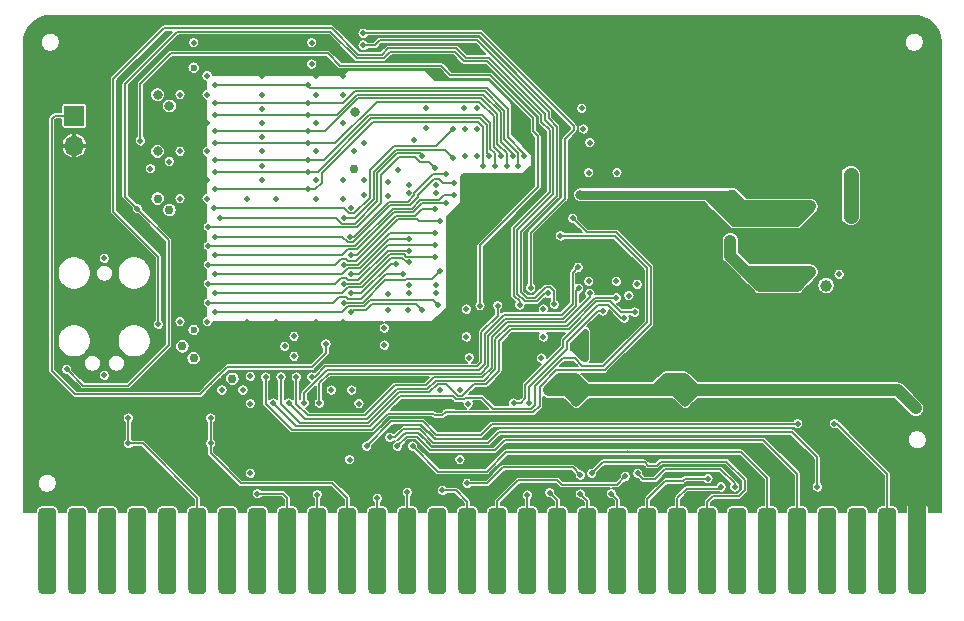
<source format=gbl>
G04 #@! TF.GenerationSoftware,KiCad,Pcbnew,(5.1.10-1-10_14)*
G04 #@! TF.CreationDate,2021-07-02T02:27:00-04:00*
G04 #@! TF.ProjectId,RAM2E,52414d32-452e-46b6-9963-61645f706362,2.0*
G04 #@! TF.SameCoordinates,Original*
G04 #@! TF.FileFunction,Copper,L4,Bot*
G04 #@! TF.FilePolarity,Positive*
%FSLAX46Y46*%
G04 Gerber Fmt 4.6, Leading zero omitted, Abs format (unit mm)*
G04 Created by KiCad (PCBNEW (5.1.10-1-10_14)) date 2021-07-02 02:27:00*
%MOMM*%
%LPD*%
G01*
G04 APERTURE LIST*
G04 #@! TA.AperFunction,ComponentPad*
%ADD10O,1.700000X1.700000*%
G04 #@! TD*
G04 #@! TA.AperFunction,ComponentPad*
%ADD11R,1.700000X1.700000*%
G04 #@! TD*
G04 #@! TA.AperFunction,ComponentPad*
%ADD12C,2.000000*%
G04 #@! TD*
G04 #@! TA.AperFunction,ViaPad*
%ADD13C,0.500000*%
G04 #@! TD*
G04 #@! TA.AperFunction,ViaPad*
%ADD14C,0.762000*%
G04 #@! TD*
G04 #@! TA.AperFunction,ViaPad*
%ADD15C,1.000000*%
G04 #@! TD*
G04 #@! TA.AperFunction,ViaPad*
%ADD16C,0.600000*%
G04 #@! TD*
G04 #@! TA.AperFunction,ViaPad*
%ADD17C,0.800000*%
G04 #@! TD*
G04 #@! TA.AperFunction,ViaPad*
%ADD18C,0.508000*%
G04 #@! TD*
G04 #@! TA.AperFunction,Conductor*
%ADD19C,0.508000*%
G04 #@! TD*
G04 #@! TA.AperFunction,Conductor*
%ADD20C,0.500000*%
G04 #@! TD*
G04 #@! TA.AperFunction,Conductor*
%ADD21C,1.000000*%
G04 #@! TD*
G04 #@! TA.AperFunction,Conductor*
%ADD22C,1.270000*%
G04 #@! TD*
G04 #@! TA.AperFunction,Conductor*
%ADD23C,1.524000*%
G04 #@! TD*
G04 #@! TA.AperFunction,Conductor*
%ADD24C,0.150000*%
G04 #@! TD*
G04 #@! TA.AperFunction,Conductor*
%ADD25C,0.152400*%
G04 #@! TD*
G04 #@! TA.AperFunction,Conductor*
%ADD26C,0.600000*%
G04 #@! TD*
G04 #@! TA.AperFunction,Conductor*
%ADD27C,0.800000*%
G04 #@! TD*
G04 #@! TA.AperFunction,Conductor*
%ADD28C,0.154000*%
G04 #@! TD*
G04 #@! TA.AperFunction,Conductor*
%ADD29C,0.100000*%
G04 #@! TD*
G04 APERTURE END LIST*
D10*
X202946000Y-100965000D03*
D11*
X202946000Y-98425000D03*
D12*
X274320000Y-128397000D03*
G04 #@! TA.AperFunction,SMDPad,CuDef*
G36*
G01*
X201422000Y-131993000D02*
X201422000Y-138571000D01*
G75*
G02*
X201041000Y-138952000I-381000J0D01*
G01*
X200279000Y-138952000D01*
G75*
G02*
X199898000Y-138571000I0J381000D01*
G01*
X199898000Y-131993000D01*
G75*
G02*
X200279000Y-131612000I381000J0D01*
G01*
X201041000Y-131612000D01*
G75*
G02*
X201422000Y-131993000I0J-381000D01*
G01*
G37*
G04 #@! TD.AperFunction*
G04 #@! TA.AperFunction,SMDPad,CuDef*
G36*
G01*
X203962000Y-131993000D02*
X203962000Y-138571000D01*
G75*
G02*
X203581000Y-138952000I-381000J0D01*
G01*
X202819000Y-138952000D01*
G75*
G02*
X202438000Y-138571000I0J381000D01*
G01*
X202438000Y-131993000D01*
G75*
G02*
X202819000Y-131612000I381000J0D01*
G01*
X203581000Y-131612000D01*
G75*
G02*
X203962000Y-131993000I0J-381000D01*
G01*
G37*
G04 #@! TD.AperFunction*
G04 #@! TA.AperFunction,SMDPad,CuDef*
G36*
G01*
X206502000Y-131993000D02*
X206502000Y-138571000D01*
G75*
G02*
X206121000Y-138952000I-381000J0D01*
G01*
X205359000Y-138952000D01*
G75*
G02*
X204978000Y-138571000I0J381000D01*
G01*
X204978000Y-131993000D01*
G75*
G02*
X205359000Y-131612000I381000J0D01*
G01*
X206121000Y-131612000D01*
G75*
G02*
X206502000Y-131993000I0J-381000D01*
G01*
G37*
G04 #@! TD.AperFunction*
G04 #@! TA.AperFunction,SMDPad,CuDef*
G36*
G01*
X209042000Y-131993000D02*
X209042000Y-138571000D01*
G75*
G02*
X208661000Y-138952000I-381000J0D01*
G01*
X207899000Y-138952000D01*
G75*
G02*
X207518000Y-138571000I0J381000D01*
G01*
X207518000Y-131993000D01*
G75*
G02*
X207899000Y-131612000I381000J0D01*
G01*
X208661000Y-131612000D01*
G75*
G02*
X209042000Y-131993000I0J-381000D01*
G01*
G37*
G04 #@! TD.AperFunction*
G04 #@! TA.AperFunction,SMDPad,CuDef*
G36*
G01*
X211582000Y-131993000D02*
X211582000Y-138571000D01*
G75*
G02*
X211201000Y-138952000I-381000J0D01*
G01*
X210439000Y-138952000D01*
G75*
G02*
X210058000Y-138571000I0J381000D01*
G01*
X210058000Y-131993000D01*
G75*
G02*
X210439000Y-131612000I381000J0D01*
G01*
X211201000Y-131612000D01*
G75*
G02*
X211582000Y-131993000I0J-381000D01*
G01*
G37*
G04 #@! TD.AperFunction*
G04 #@! TA.AperFunction,SMDPad,CuDef*
G36*
G01*
X214122000Y-131993000D02*
X214122000Y-138571000D01*
G75*
G02*
X213741000Y-138952000I-381000J0D01*
G01*
X212979000Y-138952000D01*
G75*
G02*
X212598000Y-138571000I0J381000D01*
G01*
X212598000Y-131993000D01*
G75*
G02*
X212979000Y-131612000I381000J0D01*
G01*
X213741000Y-131612000D01*
G75*
G02*
X214122000Y-131993000I0J-381000D01*
G01*
G37*
G04 #@! TD.AperFunction*
G04 #@! TA.AperFunction,SMDPad,CuDef*
G36*
G01*
X216662000Y-131993000D02*
X216662000Y-138571000D01*
G75*
G02*
X216281000Y-138952000I-381000J0D01*
G01*
X215519000Y-138952000D01*
G75*
G02*
X215138000Y-138571000I0J381000D01*
G01*
X215138000Y-131993000D01*
G75*
G02*
X215519000Y-131612000I381000J0D01*
G01*
X216281000Y-131612000D01*
G75*
G02*
X216662000Y-131993000I0J-381000D01*
G01*
G37*
G04 #@! TD.AperFunction*
G04 #@! TA.AperFunction,SMDPad,CuDef*
G36*
G01*
X219202000Y-131993000D02*
X219202000Y-138571000D01*
G75*
G02*
X218821000Y-138952000I-381000J0D01*
G01*
X218059000Y-138952000D01*
G75*
G02*
X217678000Y-138571000I0J381000D01*
G01*
X217678000Y-131993000D01*
G75*
G02*
X218059000Y-131612000I381000J0D01*
G01*
X218821000Y-131612000D01*
G75*
G02*
X219202000Y-131993000I0J-381000D01*
G01*
G37*
G04 #@! TD.AperFunction*
G04 #@! TA.AperFunction,SMDPad,CuDef*
G36*
G01*
X221742000Y-131993000D02*
X221742000Y-138571000D01*
G75*
G02*
X221361000Y-138952000I-381000J0D01*
G01*
X220599000Y-138952000D01*
G75*
G02*
X220218000Y-138571000I0J381000D01*
G01*
X220218000Y-131993000D01*
G75*
G02*
X220599000Y-131612000I381000J0D01*
G01*
X221361000Y-131612000D01*
G75*
G02*
X221742000Y-131993000I0J-381000D01*
G01*
G37*
G04 #@! TD.AperFunction*
G04 #@! TA.AperFunction,SMDPad,CuDef*
G36*
G01*
X224282000Y-131993000D02*
X224282000Y-138571000D01*
G75*
G02*
X223901000Y-138952000I-381000J0D01*
G01*
X223139000Y-138952000D01*
G75*
G02*
X222758000Y-138571000I0J381000D01*
G01*
X222758000Y-131993000D01*
G75*
G02*
X223139000Y-131612000I381000J0D01*
G01*
X223901000Y-131612000D01*
G75*
G02*
X224282000Y-131993000I0J-381000D01*
G01*
G37*
G04 #@! TD.AperFunction*
G04 #@! TA.AperFunction,SMDPad,CuDef*
G36*
G01*
X226822000Y-131993000D02*
X226822000Y-138571000D01*
G75*
G02*
X226441000Y-138952000I-381000J0D01*
G01*
X225679000Y-138952000D01*
G75*
G02*
X225298000Y-138571000I0J381000D01*
G01*
X225298000Y-131993000D01*
G75*
G02*
X225679000Y-131612000I381000J0D01*
G01*
X226441000Y-131612000D01*
G75*
G02*
X226822000Y-131993000I0J-381000D01*
G01*
G37*
G04 #@! TD.AperFunction*
G04 #@! TA.AperFunction,SMDPad,CuDef*
G36*
G01*
X229362000Y-131993000D02*
X229362000Y-138571000D01*
G75*
G02*
X228981000Y-138952000I-381000J0D01*
G01*
X228219000Y-138952000D01*
G75*
G02*
X227838000Y-138571000I0J381000D01*
G01*
X227838000Y-131993000D01*
G75*
G02*
X228219000Y-131612000I381000J0D01*
G01*
X228981000Y-131612000D01*
G75*
G02*
X229362000Y-131993000I0J-381000D01*
G01*
G37*
G04 #@! TD.AperFunction*
G04 #@! TA.AperFunction,SMDPad,CuDef*
G36*
G01*
X231902000Y-131993000D02*
X231902000Y-138571000D01*
G75*
G02*
X231521000Y-138952000I-381000J0D01*
G01*
X230759000Y-138952000D01*
G75*
G02*
X230378000Y-138571000I0J381000D01*
G01*
X230378000Y-131993000D01*
G75*
G02*
X230759000Y-131612000I381000J0D01*
G01*
X231521000Y-131612000D01*
G75*
G02*
X231902000Y-131993000I0J-381000D01*
G01*
G37*
G04 #@! TD.AperFunction*
G04 #@! TA.AperFunction,SMDPad,CuDef*
G36*
G01*
X234442000Y-131993000D02*
X234442000Y-138571000D01*
G75*
G02*
X234061000Y-138952000I-381000J0D01*
G01*
X233299000Y-138952000D01*
G75*
G02*
X232918000Y-138571000I0J381000D01*
G01*
X232918000Y-131993000D01*
G75*
G02*
X233299000Y-131612000I381000J0D01*
G01*
X234061000Y-131612000D01*
G75*
G02*
X234442000Y-131993000I0J-381000D01*
G01*
G37*
G04 #@! TD.AperFunction*
G04 #@! TA.AperFunction,SMDPad,CuDef*
G36*
G01*
X236982000Y-131993000D02*
X236982000Y-138571000D01*
G75*
G02*
X236601000Y-138952000I-381000J0D01*
G01*
X235839000Y-138952000D01*
G75*
G02*
X235458000Y-138571000I0J381000D01*
G01*
X235458000Y-131993000D01*
G75*
G02*
X235839000Y-131612000I381000J0D01*
G01*
X236601000Y-131612000D01*
G75*
G02*
X236982000Y-131993000I0J-381000D01*
G01*
G37*
G04 #@! TD.AperFunction*
G04 #@! TA.AperFunction,SMDPad,CuDef*
G36*
G01*
X239522000Y-131993000D02*
X239522000Y-138571000D01*
G75*
G02*
X239141000Y-138952000I-381000J0D01*
G01*
X238379000Y-138952000D01*
G75*
G02*
X237998000Y-138571000I0J381000D01*
G01*
X237998000Y-131993000D01*
G75*
G02*
X238379000Y-131612000I381000J0D01*
G01*
X239141000Y-131612000D01*
G75*
G02*
X239522000Y-131993000I0J-381000D01*
G01*
G37*
G04 #@! TD.AperFunction*
G04 #@! TA.AperFunction,SMDPad,CuDef*
G36*
G01*
X242062000Y-131993000D02*
X242062000Y-138571000D01*
G75*
G02*
X241681000Y-138952000I-381000J0D01*
G01*
X240919000Y-138952000D01*
G75*
G02*
X240538000Y-138571000I0J381000D01*
G01*
X240538000Y-131993000D01*
G75*
G02*
X240919000Y-131612000I381000J0D01*
G01*
X241681000Y-131612000D01*
G75*
G02*
X242062000Y-131993000I0J-381000D01*
G01*
G37*
G04 #@! TD.AperFunction*
G04 #@! TA.AperFunction,SMDPad,CuDef*
G36*
G01*
X244602000Y-131993000D02*
X244602000Y-138571000D01*
G75*
G02*
X244221000Y-138952000I-381000J0D01*
G01*
X243459000Y-138952000D01*
G75*
G02*
X243078000Y-138571000I0J381000D01*
G01*
X243078000Y-131993000D01*
G75*
G02*
X243459000Y-131612000I381000J0D01*
G01*
X244221000Y-131612000D01*
G75*
G02*
X244602000Y-131993000I0J-381000D01*
G01*
G37*
G04 #@! TD.AperFunction*
G04 #@! TA.AperFunction,SMDPad,CuDef*
G36*
G01*
X247142000Y-131993000D02*
X247142000Y-138571000D01*
G75*
G02*
X246761000Y-138952000I-381000J0D01*
G01*
X245999000Y-138952000D01*
G75*
G02*
X245618000Y-138571000I0J381000D01*
G01*
X245618000Y-131993000D01*
G75*
G02*
X245999000Y-131612000I381000J0D01*
G01*
X246761000Y-131612000D01*
G75*
G02*
X247142000Y-131993000I0J-381000D01*
G01*
G37*
G04 #@! TD.AperFunction*
G04 #@! TA.AperFunction,SMDPad,CuDef*
G36*
G01*
X249682000Y-131993000D02*
X249682000Y-138571000D01*
G75*
G02*
X249301000Y-138952000I-381000J0D01*
G01*
X248539000Y-138952000D01*
G75*
G02*
X248158000Y-138571000I0J381000D01*
G01*
X248158000Y-131993000D01*
G75*
G02*
X248539000Y-131612000I381000J0D01*
G01*
X249301000Y-131612000D01*
G75*
G02*
X249682000Y-131993000I0J-381000D01*
G01*
G37*
G04 #@! TD.AperFunction*
G04 #@! TA.AperFunction,SMDPad,CuDef*
G36*
G01*
X252222000Y-131993000D02*
X252222000Y-138571000D01*
G75*
G02*
X251841000Y-138952000I-381000J0D01*
G01*
X251079000Y-138952000D01*
G75*
G02*
X250698000Y-138571000I0J381000D01*
G01*
X250698000Y-131993000D01*
G75*
G02*
X251079000Y-131612000I381000J0D01*
G01*
X251841000Y-131612000D01*
G75*
G02*
X252222000Y-131993000I0J-381000D01*
G01*
G37*
G04 #@! TD.AperFunction*
G04 #@! TA.AperFunction,SMDPad,CuDef*
G36*
G01*
X254762000Y-131993000D02*
X254762000Y-138571000D01*
G75*
G02*
X254381000Y-138952000I-381000J0D01*
G01*
X253619000Y-138952000D01*
G75*
G02*
X253238000Y-138571000I0J381000D01*
G01*
X253238000Y-131993000D01*
G75*
G02*
X253619000Y-131612000I381000J0D01*
G01*
X254381000Y-131612000D01*
G75*
G02*
X254762000Y-131993000I0J-381000D01*
G01*
G37*
G04 #@! TD.AperFunction*
G04 #@! TA.AperFunction,SMDPad,CuDef*
G36*
G01*
X257302000Y-131993000D02*
X257302000Y-138571000D01*
G75*
G02*
X256921000Y-138952000I-381000J0D01*
G01*
X256159000Y-138952000D01*
G75*
G02*
X255778000Y-138571000I0J381000D01*
G01*
X255778000Y-131993000D01*
G75*
G02*
X256159000Y-131612000I381000J0D01*
G01*
X256921000Y-131612000D01*
G75*
G02*
X257302000Y-131993000I0J-381000D01*
G01*
G37*
G04 #@! TD.AperFunction*
G04 #@! TA.AperFunction,SMDPad,CuDef*
G36*
G01*
X259842000Y-131993000D02*
X259842000Y-138571000D01*
G75*
G02*
X259461000Y-138952000I-381000J0D01*
G01*
X258699000Y-138952000D01*
G75*
G02*
X258318000Y-138571000I0J381000D01*
G01*
X258318000Y-131993000D01*
G75*
G02*
X258699000Y-131612000I381000J0D01*
G01*
X259461000Y-131612000D01*
G75*
G02*
X259842000Y-131993000I0J-381000D01*
G01*
G37*
G04 #@! TD.AperFunction*
G04 #@! TA.AperFunction,SMDPad,CuDef*
G36*
G01*
X262382000Y-131993000D02*
X262382000Y-138571000D01*
G75*
G02*
X262001000Y-138952000I-381000J0D01*
G01*
X261239000Y-138952000D01*
G75*
G02*
X260858000Y-138571000I0J381000D01*
G01*
X260858000Y-131993000D01*
G75*
G02*
X261239000Y-131612000I381000J0D01*
G01*
X262001000Y-131612000D01*
G75*
G02*
X262382000Y-131993000I0J-381000D01*
G01*
G37*
G04 #@! TD.AperFunction*
G04 #@! TA.AperFunction,SMDPad,CuDef*
G36*
G01*
X264922000Y-131993000D02*
X264922000Y-138571000D01*
G75*
G02*
X264541000Y-138952000I-381000J0D01*
G01*
X263779000Y-138952000D01*
G75*
G02*
X263398000Y-138571000I0J381000D01*
G01*
X263398000Y-131993000D01*
G75*
G02*
X263779000Y-131612000I381000J0D01*
G01*
X264541000Y-131612000D01*
G75*
G02*
X264922000Y-131993000I0J-381000D01*
G01*
G37*
G04 #@! TD.AperFunction*
G04 #@! TA.AperFunction,SMDPad,CuDef*
G36*
G01*
X267462000Y-131993000D02*
X267462000Y-138571000D01*
G75*
G02*
X267081000Y-138952000I-381000J0D01*
G01*
X266319000Y-138952000D01*
G75*
G02*
X265938000Y-138571000I0J381000D01*
G01*
X265938000Y-131993000D01*
G75*
G02*
X266319000Y-131612000I381000J0D01*
G01*
X267081000Y-131612000D01*
G75*
G02*
X267462000Y-131993000I0J-381000D01*
G01*
G37*
G04 #@! TD.AperFunction*
G04 #@! TA.AperFunction,SMDPad,CuDef*
G36*
G01*
X270002000Y-131993000D02*
X270002000Y-138571000D01*
G75*
G02*
X269621000Y-138952000I-381000J0D01*
G01*
X268859000Y-138952000D01*
G75*
G02*
X268478000Y-138571000I0J381000D01*
G01*
X268478000Y-131993000D01*
G75*
G02*
X268859000Y-131612000I381000J0D01*
G01*
X269621000Y-131612000D01*
G75*
G02*
X270002000Y-131993000I0J-381000D01*
G01*
G37*
G04 #@! TD.AperFunction*
G04 #@! TA.AperFunction,SMDPad,CuDef*
G36*
G01*
X272542000Y-131993000D02*
X272542000Y-138571000D01*
G75*
G02*
X272161000Y-138952000I-381000J0D01*
G01*
X271399000Y-138952000D01*
G75*
G02*
X271018000Y-138571000I0J381000D01*
G01*
X271018000Y-131993000D01*
G75*
G02*
X271399000Y-131612000I381000J0D01*
G01*
X272161000Y-131612000D01*
G75*
G02*
X272542000Y-131993000I0J-381000D01*
G01*
G37*
G04 #@! TD.AperFunction*
G04 #@! TA.AperFunction,SMDPad,CuDef*
G36*
G01*
X275082000Y-131993000D02*
X275082000Y-138571000D01*
G75*
G02*
X274701000Y-138952000I-381000J0D01*
G01*
X273939000Y-138952000D01*
G75*
G02*
X273558000Y-138571000I0J381000D01*
G01*
X273558000Y-131993000D01*
G75*
G02*
X273939000Y-131612000I381000J0D01*
G01*
X274701000Y-131612000D01*
G75*
G02*
X275082000Y-131993000I0J-381000D01*
G01*
G37*
G04 #@! TD.AperFunction*
D13*
X205486000Y-110490000D03*
X245450000Y-120500000D03*
X244825000Y-121650000D03*
X245450000Y-122800000D03*
X254650000Y-120500000D03*
X254025000Y-121650000D03*
X254650000Y-122800000D03*
D14*
X253125000Y-120700000D03*
D15*
X274193000Y-123190000D03*
D16*
X268700000Y-106900000D03*
D13*
X252300000Y-121650000D03*
X243100000Y-121650000D03*
D14*
X244050000Y-120700000D03*
D16*
X268700000Y-103450000D03*
D13*
X206756000Y-104775000D03*
X201676000Y-104775000D03*
X248100000Y-101650000D03*
X246850000Y-99900000D03*
X237850000Y-105600000D03*
X240800000Y-106600000D03*
X248850000Y-111750000D03*
X232700000Y-97800000D03*
X235450000Y-114800000D03*
X237050000Y-101800000D03*
X241950000Y-114800000D03*
X241700000Y-118900000D03*
X241950000Y-117150000D03*
X247400000Y-118900000D03*
X250600000Y-111500000D03*
X231250000Y-112750000D03*
X247400000Y-117200000D03*
X235450000Y-117200000D03*
X234250000Y-118050000D03*
X237050000Y-97750000D03*
X232700000Y-99500000D03*
X240750000Y-118050000D03*
X246500000Y-111750000D03*
X244700000Y-97800000D03*
X229500000Y-105200000D03*
X244700000Y-99500000D03*
X233600000Y-112750000D03*
X233600000Y-104950000D03*
X231250000Y-104950000D03*
X237050000Y-99550000D03*
X246500000Y-103950000D03*
X226400000Y-106200000D03*
X214200000Y-99050000D03*
X211900000Y-103850000D03*
X214200000Y-103850000D03*
X223400000Y-115850000D03*
X225700000Y-115850000D03*
X223400000Y-95050000D03*
X225700000Y-95050000D03*
X223400000Y-96650000D03*
X225700000Y-96650000D03*
X223400000Y-101450000D03*
X225700000Y-105450000D03*
X223400000Y-105450000D03*
D14*
X214550000Y-118950000D03*
X214550000Y-116950000D03*
X210000000Y-103950000D03*
D13*
X211000000Y-103100000D03*
D14*
X211000000Y-99000000D03*
X233750000Y-123150000D03*
X215350000Y-123150000D03*
X216325000Y-124100000D03*
D13*
X217225000Y-123150000D03*
D14*
X242950000Y-123150000D03*
D13*
X254025000Y-123150000D03*
D14*
X252150000Y-123150000D03*
D13*
X244825000Y-123150000D03*
X226425000Y-123150000D03*
D14*
X224550000Y-123150000D03*
D13*
X218500000Y-122800000D03*
X227475000Y-105150000D03*
D17*
X210000000Y-95150000D03*
X211000000Y-94200000D03*
X210000000Y-99950000D03*
D13*
X245450000Y-126400000D03*
X254650000Y-126400000D03*
X219710000Y-131191000D03*
X222250000Y-131191000D03*
X224790000Y-131191000D03*
X227330000Y-131191000D03*
X229870000Y-131191000D03*
X232410000Y-131191000D03*
X234950000Y-131191000D03*
X217170000Y-131191000D03*
D16*
X214630000Y-131191000D03*
X212090000Y-131191000D03*
D13*
X209550000Y-131191000D03*
X204470000Y-131191000D03*
X201930000Y-131191000D03*
X199136000Y-131191000D03*
X265430000Y-131191000D03*
X262890000Y-131191000D03*
X260350000Y-131191000D03*
X257810000Y-131191000D03*
X255270000Y-131191000D03*
X252730000Y-131191000D03*
X250190000Y-131191000D03*
X247650000Y-131191000D03*
X245110000Y-131191000D03*
X242570000Y-131191000D03*
X240030000Y-131191000D03*
X237490000Y-131191000D03*
X275844000Y-118364000D03*
X275844000Y-108204000D03*
X275844000Y-103124000D03*
X199136000Y-93091000D03*
X275844000Y-98044000D03*
X272923000Y-90424000D03*
X199771000Y-90932000D03*
X267970000Y-90424000D03*
X262890000Y-90424000D03*
X252730000Y-90424000D03*
X242570000Y-90424000D03*
X247650000Y-90424000D03*
X237998000Y-90424000D03*
X227330000Y-90424000D03*
X232410000Y-90424000D03*
X222250000Y-90274000D03*
X212090000Y-90274000D03*
X217170000Y-90274000D03*
X206756000Y-90424000D03*
X202057000Y-90424000D03*
X275209000Y-90932000D03*
X199136000Y-107315000D03*
X199136000Y-112395000D03*
X199136000Y-117475000D03*
X199136000Y-122555000D03*
X199136000Y-128270000D03*
X275844000Y-93091000D03*
X275844000Y-131191000D03*
X270510000Y-131191000D03*
X207010000Y-131191000D03*
X267970000Y-131191000D03*
X275844000Y-123444000D03*
X255270000Y-92964000D03*
X267970000Y-95504000D03*
X262890000Y-95504000D03*
X257810000Y-95504000D03*
X247650000Y-95504000D03*
X229900000Y-93500000D03*
X201676000Y-125095000D03*
X204216000Y-122555000D03*
X209296000Y-122555000D03*
X206756000Y-125095000D03*
X273050000Y-95504000D03*
D16*
X211836000Y-125095000D03*
D13*
X211836000Y-120015000D03*
X270383000Y-123190000D03*
X218650000Y-125900000D03*
X224550000Y-92250000D03*
X225400000Y-93150000D03*
X237000000Y-122800000D03*
X226600000Y-101400000D03*
X227500000Y-100750000D03*
X252730000Y-95504000D03*
X229000000Y-92550000D03*
X226300000Y-91300000D03*
X230250000Y-124800000D03*
X254250000Y-128850000D03*
D17*
X234750000Y-124150000D03*
D13*
X211650000Y-113200000D03*
D15*
X267850000Y-126200000D03*
X269050000Y-124850000D03*
D13*
X265303000Y-123190000D03*
X228250000Y-91900000D03*
X269050000Y-127350000D03*
X217050000Y-127100000D03*
X220000000Y-105450000D03*
X217600000Y-105450000D03*
X218800000Y-103850000D03*
X218800000Y-101450000D03*
X218800000Y-99050000D03*
X218800000Y-96650000D03*
X218800000Y-95050000D03*
X218800000Y-102650000D03*
X218800000Y-97850000D03*
X218800000Y-100250000D03*
X220000000Y-115850000D03*
X217600000Y-115850000D03*
X199136000Y-102235000D03*
X199136000Y-97155000D03*
X201676000Y-94615000D03*
X206756000Y-99695000D03*
D15*
X259850000Y-109950000D03*
X262550000Y-109950000D03*
X261200000Y-108800000D03*
X265250000Y-109950000D03*
X266600000Y-108800000D03*
X269300000Y-112800000D03*
D13*
X262890000Y-100584000D03*
X273050000Y-100584000D03*
X275844000Y-113284000D03*
D15*
X267950000Y-113950000D03*
X265250000Y-113950000D03*
X262550000Y-113950000D03*
X259850000Y-113950000D03*
D13*
X267700000Y-109850000D03*
D15*
X271350000Y-113650000D03*
X272700000Y-112500000D03*
D13*
X272923000Y-115570000D03*
X272923000Y-120650000D03*
X267843000Y-120650000D03*
X262763000Y-120650000D03*
X260604000Y-123190000D03*
X263144000Y-125730000D03*
X273050000Y-131699000D03*
D15*
X258500000Y-112800000D03*
D13*
X270383000Y-118110000D03*
X267843000Y-115570000D03*
X265303000Y-118110000D03*
X262763000Y-115570000D03*
X214550000Y-94050000D03*
X214550000Y-92250000D03*
D16*
X224550000Y-94350000D03*
X269800000Y-105150000D03*
X267600000Y-105150000D03*
D15*
X272650000Y-104400000D03*
X262600000Y-104400000D03*
X265200000Y-104400000D03*
X259850000Y-104400000D03*
D13*
X228350000Y-128700000D03*
X223700000Y-126400000D03*
X223700000Y-128650000D03*
X232900000Y-128700000D03*
X233550000Y-127550000D03*
X242150000Y-126400000D03*
X242750000Y-127550000D03*
X242100000Y-128700000D03*
X251300000Y-126400000D03*
X251950000Y-127550000D03*
X260500000Y-126400000D03*
X261150000Y-127550000D03*
X260500000Y-128700000D03*
D16*
X224550000Y-116550000D03*
D17*
X215500000Y-117950000D03*
D13*
X257810000Y-90424000D03*
X260350000Y-98044000D03*
X257810000Y-100584000D03*
D15*
X261200000Y-103250000D03*
D16*
X271350000Y-103450000D03*
D13*
X249750000Y-110550000D03*
X249300000Y-103850000D03*
X201580000Y-115850000D03*
X204030000Y-114300000D03*
X267970000Y-100584000D03*
X265430000Y-98044000D03*
X270510000Y-98044000D03*
X255270000Y-98044000D03*
X252730000Y-100584000D03*
X250190000Y-98044000D03*
X255270000Y-103124000D03*
D15*
X263900000Y-103250000D03*
D13*
X235200000Y-118900000D03*
X243750000Y-98500000D03*
X227750000Y-122900000D03*
X242700000Y-101900000D03*
X251550000Y-105900000D03*
X242400000Y-99550000D03*
X237100000Y-92900000D03*
X245100000Y-119450000D03*
X231200000Y-114850000D03*
X229500000Y-114850000D03*
D15*
X263900000Y-108800000D03*
D13*
X223050000Y-118800000D03*
X223050000Y-117100000D03*
X235600000Y-123050000D03*
X240800000Y-99450000D03*
X209296000Y-92964000D03*
X206756000Y-94107000D03*
X230300000Y-126400000D03*
X231600000Y-126400000D03*
X257700000Y-129850000D03*
X256600000Y-129150000D03*
X243200000Y-130350000D03*
X241300000Y-130550000D03*
X214503000Y-124015500D03*
X214503000Y-126174500D03*
X229650000Y-125650000D03*
X265850000Y-129850000D03*
X218440000Y-130429000D03*
X234100000Y-130150000D03*
X231140000Y-130302000D03*
X228600000Y-130810000D03*
X223520000Y-130500000D03*
X267300000Y-124500000D03*
X249600000Y-128950000D03*
X245800000Y-130450000D03*
X248412000Y-130429000D03*
X246750000Y-128700000D03*
X250650000Y-128700000D03*
X258850000Y-129850000D03*
X236200000Y-129550000D03*
X245800000Y-128850000D03*
X231700000Y-100500000D03*
X246600000Y-100700000D03*
X248850000Y-112450000D03*
X231250000Y-104250000D03*
X246500000Y-112450000D03*
X233600000Y-104250000D03*
X246050000Y-99550000D03*
X250600000Y-112700000D03*
X229500000Y-104000000D03*
X230350000Y-103050000D03*
X245900000Y-97800000D03*
X235950000Y-97800000D03*
X231250000Y-113450000D03*
X242650000Y-114800000D03*
X236150000Y-114800000D03*
X233600000Y-113450000D03*
X242650000Y-117150000D03*
X246500000Y-103250000D03*
X236050000Y-99550000D03*
X236150000Y-117150000D03*
X248900000Y-103250000D03*
X242500000Y-118950000D03*
D18*
X214200000Y-96650000D03*
D13*
X214200000Y-101450000D03*
X211900000Y-96650000D03*
X211900000Y-101450000D03*
X211900000Y-105450000D03*
X211900000Y-115850000D03*
X214200000Y-115850000D03*
X225700000Y-99050000D03*
X223400000Y-99050000D03*
X223400000Y-103850000D03*
X225700000Y-103850000D03*
D14*
X212100000Y-117950000D03*
X213050000Y-118950000D03*
X211000000Y-106400000D03*
X210000000Y-105450000D03*
D13*
X211000000Y-102300000D03*
D14*
X226600000Y-102900000D03*
D18*
X214200000Y-95050000D03*
D13*
X235625000Y-121650000D03*
X236300000Y-122800000D03*
X217850000Y-120500000D03*
X215450000Y-121650000D03*
X217225000Y-121650000D03*
D14*
X216325000Y-120700000D03*
D13*
X217850000Y-122800000D03*
X226425000Y-121650000D03*
X227050000Y-122800000D03*
X217850000Y-128700000D03*
D18*
X214200000Y-105450000D03*
D17*
X210000000Y-96650000D03*
X211000000Y-97600000D03*
X210000000Y-101450000D03*
D13*
X235600000Y-127550000D03*
X226250000Y-127550000D03*
X223050000Y-92250000D03*
X223050000Y-94050000D03*
D15*
X259850000Y-111650000D03*
X261200000Y-112800000D03*
X262550000Y-111650000D03*
X265250000Y-111650000D03*
X263900000Y-112800000D03*
X266600000Y-112800000D03*
D16*
X213050000Y-116550000D03*
D13*
X213050000Y-92250000D03*
D16*
X213050000Y-94350000D03*
D13*
X267700000Y-111850000D03*
D17*
X258500000Y-109000000D03*
D13*
X227500000Y-103850000D03*
X233900000Y-121650000D03*
X224700000Y-121650000D03*
X205486000Y-120396000D03*
X236400000Y-118900000D03*
X249900000Y-113650000D03*
X236050000Y-101800000D03*
X229500000Y-113550000D03*
X229200000Y-116400000D03*
X229200000Y-117850000D03*
X209400000Y-102900000D03*
X220750000Y-117950000D03*
X221550000Y-118800000D03*
X221550000Y-117100000D03*
D17*
X226750000Y-98100000D03*
D13*
X210058000Y-116078000D03*
X243050000Y-113450000D03*
X208280000Y-106299000D03*
X202311000Y-119888000D03*
X240650000Y-114450000D03*
X227400000Y-92450000D03*
X243600000Y-114400000D03*
X222700000Y-102150000D03*
D18*
X214900000Y-102150000D03*
D13*
X238550000Y-102700000D03*
X222700000Y-100750000D03*
X214900000Y-100750000D03*
X239050000Y-101800000D03*
X222700000Y-99750000D03*
D18*
X214900000Y-99750000D03*
D13*
X239550000Y-102700000D03*
X222700000Y-98350000D03*
X214900000Y-98350000D03*
X240050000Y-101800000D03*
X222700000Y-104650000D03*
D18*
X214900000Y-104650000D03*
D13*
X237550000Y-102700000D03*
X222700000Y-103150000D03*
X214900000Y-103150000D03*
X238050000Y-101800000D03*
D18*
X222700000Y-95850000D03*
X214900000Y-95850000D03*
D13*
X241050000Y-101800000D03*
D18*
X214900000Y-97350000D03*
X222700000Y-97350000D03*
D13*
X240550000Y-102700000D03*
X225800000Y-107050000D03*
X235000000Y-102000000D03*
X215300000Y-107050000D03*
X232400000Y-101800000D03*
X214300000Y-107850000D03*
X233500000Y-102850000D03*
X226300000Y-108650000D03*
X234400000Y-103350000D03*
X214850000Y-108650000D03*
X235100000Y-104100000D03*
X214850000Y-110250000D03*
X234400000Y-105850000D03*
X226350000Y-110250000D03*
X233500000Y-106350000D03*
X214300000Y-109450000D03*
X235100000Y-105100000D03*
X214300000Y-111050000D03*
X233900000Y-107350000D03*
X225750000Y-111050000D03*
X233500000Y-108350000D03*
X214850000Y-111850000D03*
X231250000Y-108850000D03*
X226350000Y-111850000D03*
X233500000Y-109350000D03*
X214300000Y-112650000D03*
X231250000Y-109850000D03*
X225750000Y-112650000D03*
X233500000Y-110350000D03*
X214850000Y-113450000D03*
X231250000Y-110850000D03*
X226350000Y-113450000D03*
X230150000Y-110950000D03*
X226350000Y-115050000D03*
X232400000Y-114900000D03*
X214850000Y-115050000D03*
X233750000Y-114450000D03*
X225750000Y-114250000D03*
X233900000Y-111600000D03*
X214300000Y-114250000D03*
X230750000Y-111850000D03*
D18*
X214750000Y-106250000D03*
D13*
X235050000Y-99550000D03*
X219800000Y-122750000D03*
X244100000Y-108600000D03*
X219150000Y-120550000D03*
X245150000Y-107100000D03*
X246600000Y-113450000D03*
X221750000Y-120550000D03*
X248850000Y-113850000D03*
X221100000Y-122750000D03*
X245600000Y-111250000D03*
X222400000Y-122750000D03*
X245650000Y-113050000D03*
X223700000Y-122750000D03*
X238800000Y-114500000D03*
X223050000Y-120550000D03*
X220450000Y-120550000D03*
X250400000Y-115050000D03*
X240150000Y-122750000D03*
X249500000Y-115550000D03*
X241450000Y-122750000D03*
X247700000Y-114950000D03*
X207518000Y-124015500D03*
X207518000Y-126174500D03*
X224250000Y-117750000D03*
X227700000Y-126400000D03*
X264200000Y-124500000D03*
D15*
X263900000Y-107250000D03*
X262600000Y-106100000D03*
X265250000Y-106100000D03*
X259850000Y-106100000D03*
X261200000Y-107300000D03*
D17*
X258500000Y-105100000D03*
D16*
X246200000Y-118950000D03*
X245200000Y-118050000D03*
D17*
X245800000Y-105100000D03*
D13*
X237300000Y-114500000D03*
X208550000Y-100550000D03*
X227400000Y-91440000D03*
X241600000Y-113000000D03*
D19*
X245450000Y-122800000D02*
X245450000Y-120500000D01*
X254650000Y-122800000D02*
X254650000Y-120500000D01*
X254025000Y-122175000D02*
X254650000Y-122800000D01*
X254025000Y-121650000D02*
X254025000Y-122175000D01*
X254025000Y-121125000D02*
X254650000Y-120500000D01*
X254025000Y-121650000D02*
X254025000Y-121125000D01*
X244825000Y-121125000D02*
X245450000Y-120500000D01*
X244825000Y-121650000D02*
X244825000Y-121125000D01*
X244825000Y-122175000D02*
X245450000Y-122800000D01*
X244825000Y-121650000D02*
X244825000Y-122175000D01*
D20*
X245450000Y-120500000D02*
X246600000Y-121650000D01*
X245450000Y-122800000D02*
X246600000Y-121650000D01*
X245450000Y-120500000D02*
X245350000Y-120600000D01*
X245350000Y-122700000D02*
X245450000Y-122800000D01*
X245350000Y-120600000D02*
X245350000Y-122700000D01*
X245450000Y-120500000D02*
X245550000Y-120600000D01*
X245550000Y-122700000D02*
X245450000Y-122800000D01*
X244300000Y-121650000D02*
X245450000Y-122800000D01*
X244300000Y-121650000D02*
X245450000Y-120500000D01*
X245550000Y-121650000D02*
X245550000Y-122700000D01*
X245550000Y-120600000D02*
X245550000Y-121650000D01*
X254650000Y-120500000D02*
X255800000Y-121650000D01*
X254650000Y-122800000D02*
X255800000Y-121650000D01*
X254650000Y-120500000D02*
X254550000Y-120600000D01*
X254550000Y-122700000D02*
X254650000Y-122800000D01*
X254550000Y-120600000D02*
X254550000Y-122700000D01*
X254650000Y-120500000D02*
X254750000Y-120600000D01*
X254750000Y-122700000D02*
X254650000Y-122800000D01*
X254750000Y-120600000D02*
X254750000Y-122700000D01*
D21*
X252175000Y-121650000D02*
X244825000Y-121650000D01*
X253125000Y-120700000D02*
X252175000Y-121650000D01*
X254025000Y-121600000D02*
X254025000Y-121650000D01*
X253125000Y-120700000D02*
X254025000Y-121600000D01*
X254500000Y-120700000D02*
X255450000Y-121650000D01*
X253125000Y-120700000D02*
X254500000Y-120700000D01*
X272653000Y-121650000D02*
X254025000Y-121650000D01*
X274193000Y-123190000D02*
X272653000Y-121650000D01*
D20*
X252300000Y-121650000D02*
X253500000Y-121650000D01*
X246600000Y-121650000D02*
X252300000Y-121650000D01*
D21*
X252300000Y-121650000D02*
X244825000Y-121650000D01*
D20*
X253500000Y-121650000D02*
X254650000Y-122800000D01*
D21*
X254025000Y-121650000D02*
X252300000Y-121650000D01*
D20*
X243100000Y-121650000D02*
X244300000Y-121650000D01*
D21*
X244825000Y-121650000D02*
X243100000Y-121650000D01*
D20*
X244050000Y-120700000D02*
X244825000Y-121475000D01*
D21*
X244050000Y-120700000D02*
X245300000Y-120700000D01*
X245300000Y-120700000D02*
X245550000Y-120950000D01*
X245550000Y-120950000D02*
X245550000Y-121650000D01*
D20*
X244825000Y-121475000D02*
X244825000Y-121650000D01*
D21*
X244050000Y-120700000D02*
X243100000Y-121650000D01*
D22*
X268700000Y-103450000D02*
X268700000Y-106900000D01*
D23*
X274320000Y-135282000D02*
X274320000Y-128397000D01*
D24*
X264160000Y-128760000D02*
X264160000Y-135282000D01*
X261300000Y-125900000D02*
X264160000Y-128760000D01*
X239400000Y-125900000D02*
X261300000Y-125900000D01*
X238550000Y-126750000D02*
X239400000Y-125900000D01*
X233100000Y-126750000D02*
X238550000Y-126750000D01*
X231950000Y-125600000D02*
X233100000Y-126750000D01*
X231100000Y-125600000D02*
X231950000Y-125600000D01*
X230300000Y-126400000D02*
X231100000Y-125600000D01*
X249750000Y-126850000D02*
X249800000Y-126900000D01*
X261620000Y-130810000D02*
X261620000Y-135282000D01*
X259400000Y-126900000D02*
X261620000Y-129120000D01*
X237850000Y-128550000D02*
X239500000Y-126900000D01*
X261620000Y-129120000D02*
X261620000Y-130810000D01*
X233750000Y-128550000D02*
X237850000Y-128550000D01*
X239500000Y-126900000D02*
X259400000Y-126900000D01*
X231600000Y-126400000D02*
X233750000Y-128550000D01*
D25*
X254000000Y-130810000D02*
X254000000Y-135382000D01*
D24*
X254810000Y-130000000D02*
X254000000Y-130810000D01*
X257700000Y-129850000D02*
X257550000Y-130000000D01*
X257550000Y-130000000D02*
X254810000Y-130000000D01*
X254450000Y-129350000D02*
X253000000Y-129350000D01*
X254650000Y-129150000D02*
X254450000Y-129350000D01*
X253000000Y-129350000D02*
X251460000Y-130890000D01*
X251460000Y-130890000D02*
X251460000Y-135282000D01*
X256600000Y-129150000D02*
X254650000Y-129150000D01*
X243840000Y-130990000D02*
X243840000Y-135282000D01*
X243200000Y-130350000D02*
X243840000Y-130990000D01*
D25*
X241300000Y-130810000D02*
X241300000Y-135382000D01*
D24*
X241300000Y-130810000D02*
X241300000Y-130550000D01*
D25*
X226060000Y-130810000D02*
X226060000Y-135382000D01*
D24*
X217043000Y-129540000D02*
X224790000Y-129540000D01*
X224790000Y-129540000D02*
X226060000Y-130810000D01*
X214503000Y-126174500D02*
X214503000Y-124015500D01*
X214503000Y-127000000D02*
X217043000Y-129540000D01*
X214503000Y-126174500D02*
X214503000Y-127000000D01*
X238900000Y-125200000D02*
X263700000Y-125200000D01*
X238000000Y-126100000D02*
X238900000Y-125200000D01*
X230800000Y-124950000D02*
X232200000Y-124950000D01*
X232200000Y-124950000D02*
X233350000Y-126100000D01*
X265850000Y-127350000D02*
X265850000Y-129850000D01*
X233350000Y-126100000D02*
X238000000Y-126100000D01*
X230100000Y-125650000D02*
X230800000Y-124950000D01*
X263700000Y-125200000D02*
X265850000Y-127350000D01*
X229650000Y-125650000D02*
X230100000Y-125650000D01*
X220599000Y-130429000D02*
X218440000Y-130429000D01*
X220980000Y-130810000D02*
X220599000Y-130429000D01*
X220980000Y-135282000D02*
X220980000Y-130810000D01*
D25*
X236220000Y-131120000D02*
X236220000Y-135382000D01*
X234100000Y-130150000D02*
X235250000Y-130150000D01*
X235250000Y-130150000D02*
X236220000Y-131120000D01*
X231140000Y-135382000D02*
X231140000Y-130302000D01*
X228600000Y-135382000D02*
X228600000Y-130810000D01*
X223520000Y-135382000D02*
X223520000Y-130500000D01*
D24*
X271780000Y-128780000D02*
X271780000Y-135282000D01*
X267500000Y-124500000D02*
X271780000Y-128780000D01*
X267300000Y-124500000D02*
X267500000Y-124500000D01*
X238760000Y-131064000D02*
X238760000Y-135282000D01*
X249600000Y-128950000D02*
X248900000Y-129650000D01*
X240538000Y-129286000D02*
X238760000Y-131064000D01*
X244204000Y-129650000D02*
X243840000Y-129286000D01*
X243840000Y-129286000D02*
X240538000Y-129286000D01*
X248900000Y-129650000D02*
X244204000Y-129650000D01*
X245800000Y-130450000D02*
X246380000Y-131030000D01*
X246380000Y-131030000D02*
X246380000Y-135282000D01*
X248920000Y-130937000D02*
X248920000Y-135282000D01*
X248412000Y-130429000D02*
X248920000Y-130937000D01*
X256540000Y-131110000D02*
X256540000Y-135282000D01*
X257000000Y-130650000D02*
X256540000Y-131110000D01*
X259200000Y-130650000D02*
X257000000Y-130650000D01*
X259700000Y-130150000D02*
X259200000Y-130650000D01*
X259700000Y-129250000D02*
X259700000Y-130150000D01*
X258150000Y-127700000D02*
X259700000Y-129250000D01*
X252600000Y-127700000D02*
X258150000Y-127700000D01*
X252250000Y-128050000D02*
X252600000Y-127700000D01*
X251550000Y-128050000D02*
X252250000Y-128050000D01*
X251250000Y-127750000D02*
X251550000Y-128050000D01*
X247700000Y-127750000D02*
X251250000Y-127750000D01*
X246750000Y-128700000D02*
X247700000Y-127750000D01*
X251100000Y-129200000D02*
X250650000Y-128750000D01*
X250650000Y-128750000D02*
X250650000Y-128700000D01*
X252950000Y-128350000D02*
X252100000Y-129200000D01*
X257650000Y-128350000D02*
X252950000Y-128350000D01*
X258850000Y-129550000D02*
X257650000Y-128350000D01*
X258850000Y-129850000D02*
X258850000Y-129550000D01*
X252100000Y-129200000D02*
X251100000Y-129200000D01*
X245150000Y-128200000D02*
X245800000Y-128850000D01*
X237900000Y-129550000D02*
X239250000Y-128200000D01*
X239250000Y-128200000D02*
X245150000Y-128200000D01*
X236200000Y-129550000D02*
X237900000Y-129550000D01*
D21*
X261000000Y-112800000D02*
X261200000Y-112800000D01*
X259850000Y-111650000D02*
X261000000Y-112800000D01*
X261200000Y-112800000D02*
X263900000Y-112800000D01*
X263900000Y-112800000D02*
X264100000Y-112800000D01*
X259850000Y-111650000D02*
X265250000Y-111650000D01*
X260450000Y-112250000D02*
X264650000Y-112250000D01*
X259850000Y-111650000D02*
X260450000Y-112250000D01*
X264650000Y-112250000D02*
X265250000Y-111650000D01*
X264100000Y-112800000D02*
X264650000Y-112250000D01*
X258500000Y-110300000D02*
X259850000Y-111650000D01*
X258500000Y-109000000D02*
X258500000Y-110300000D01*
D24*
X242800000Y-113450000D02*
X243150000Y-113450000D01*
X242100000Y-114150000D02*
X242800000Y-113450000D01*
X243500000Y-99500000D02*
X243500000Y-105050000D01*
X240450000Y-113500000D02*
X241100000Y-114150000D01*
X240450000Y-108100000D02*
X240450000Y-113500000D01*
X242800000Y-98800000D02*
X243500000Y-99500000D01*
X242800000Y-98250000D02*
X242800000Y-98800000D01*
X238050000Y-93500000D02*
X242800000Y-98250000D01*
X241100000Y-114150000D02*
X242100000Y-114150000D01*
X229000000Y-93250000D02*
X229550000Y-92700000D01*
X227000000Y-93250000D02*
X229000000Y-93250000D01*
X236100000Y-93500000D02*
X238050000Y-93500000D01*
X224750000Y-91000000D02*
X227000000Y-93250000D01*
X210550000Y-91000000D02*
X224750000Y-91000000D01*
X206250000Y-95300000D02*
X210550000Y-91000000D01*
X243500000Y-105050000D02*
X240450000Y-108100000D01*
X210058000Y-116078000D02*
X210058000Y-110363000D01*
X210058000Y-110363000D02*
X206250000Y-106555000D01*
X206250000Y-106555000D02*
X206250000Y-95300000D01*
X235300000Y-92700000D02*
X236100000Y-93500000D01*
X229550000Y-92700000D02*
X235300000Y-92700000D01*
X210947000Y-108966000D02*
X208280000Y-106299000D01*
X210947000Y-117856000D02*
X210947000Y-108966000D01*
X207518000Y-121285000D02*
X210947000Y-117856000D01*
X203708000Y-121285000D02*
X207518000Y-121285000D01*
X202311000Y-119888000D02*
X203708000Y-121285000D01*
X207250000Y-105269000D02*
X208280000Y-106299000D01*
X211650000Y-91300000D02*
X207250000Y-95700000D01*
X224600000Y-91300000D02*
X211650000Y-91300000D01*
X226850000Y-93550000D02*
X224600000Y-91300000D01*
X229150000Y-93550000D02*
X226850000Y-93550000D01*
X235950000Y-93800000D02*
X235150000Y-93000000D01*
X237900000Y-93800000D02*
X235950000Y-93800000D01*
X242500000Y-98400000D02*
X237900000Y-93800000D01*
X242500000Y-98950000D02*
X242500000Y-98400000D01*
X243200000Y-104900000D02*
X243200000Y-99650000D01*
X243200000Y-99650000D02*
X242500000Y-98950000D01*
X207250000Y-95700000D02*
X207250000Y-105269000D01*
X240150000Y-107950000D02*
X243200000Y-104900000D01*
X235150000Y-93000000D02*
X229700000Y-93000000D01*
X240650000Y-114450000D02*
X240650000Y-114150000D01*
X229700000Y-93000000D02*
X229150000Y-93550000D01*
X240150000Y-113650000D02*
X240150000Y-107950000D01*
X240650000Y-114150000D02*
X240150000Y-113650000D01*
X228400000Y-92450000D02*
X227400000Y-92450000D01*
X228800000Y-92050000D02*
X228400000Y-92450000D01*
X237050000Y-92050000D02*
X228800000Y-92050000D01*
X243800000Y-99350000D02*
X243100000Y-98650000D01*
X243550000Y-114350000D02*
X243550000Y-113250000D01*
X240750000Y-108250000D02*
X243800000Y-105200000D01*
X240750000Y-113350000D02*
X240750000Y-108250000D01*
X241950000Y-113850000D02*
X241250000Y-113850000D01*
X243550000Y-113250000D02*
X243250000Y-112950000D01*
X243800000Y-105200000D02*
X243800000Y-99350000D01*
X242850000Y-112950000D02*
X241950000Y-113850000D01*
X243100000Y-98100000D02*
X237050000Y-92050000D01*
X243100000Y-98650000D02*
X243100000Y-98100000D01*
X243250000Y-112950000D02*
X242850000Y-112950000D01*
X241250000Y-113850000D02*
X240750000Y-113350000D01*
X243600000Y-114400000D02*
X243550000Y-114350000D01*
X214900000Y-102150000D02*
X222700000Y-102150000D01*
X222750000Y-102150000D02*
X224100000Y-102150000D01*
X238150000Y-99050000D02*
X238150000Y-101200000D01*
X227900000Y-98350000D02*
X237450000Y-98350000D01*
X237450000Y-98350000D02*
X238150000Y-99050000D01*
X238550000Y-101600000D02*
X238550000Y-102700000D01*
X238150000Y-101200000D02*
X238550000Y-101600000D01*
X224100000Y-102150000D02*
X227900000Y-98350000D01*
X221149998Y-100750000D02*
X214900000Y-100750000D01*
X222700000Y-100750000D02*
X221149998Y-100750000D01*
X225050000Y-100750000D02*
X222700000Y-100750000D01*
X228550000Y-97250000D02*
X225050000Y-100750000D01*
X238450000Y-101050000D02*
X238450000Y-98450000D01*
X237250000Y-97250000D02*
X228550000Y-97250000D01*
X238450000Y-98450000D02*
X237250000Y-97250000D01*
X239050000Y-101650000D02*
X238450000Y-101050000D01*
X239050000Y-101800000D02*
X239050000Y-101650000D01*
X216559338Y-99750000D02*
X214900000Y-99750000D01*
X222700000Y-99750000D02*
X216559338Y-99750000D01*
X238750000Y-98300000D02*
X237400000Y-96950000D01*
X239550000Y-102700000D02*
X239550000Y-101600000D01*
X238750000Y-100800000D02*
X238750000Y-98300000D01*
X239550000Y-101600000D02*
X238750000Y-100800000D01*
X227000000Y-96950000D02*
X237400000Y-96950000D01*
X224200000Y-99750000D02*
X227000000Y-96950000D01*
X222700000Y-99750000D02*
X224200000Y-99750000D01*
X222700000Y-98350000D02*
X222800000Y-98250000D01*
X214900000Y-98350000D02*
X222700000Y-98350000D01*
X240050000Y-101800000D02*
X240050000Y-101650000D01*
X239050000Y-100650000D02*
X239050000Y-98150000D01*
X240050000Y-101650000D02*
X239050000Y-100650000D01*
X239050000Y-98150000D02*
X237550000Y-96650000D01*
X225150000Y-98350000D02*
X222700000Y-98350000D01*
X226850000Y-96650000D02*
X225150000Y-98350000D01*
X237550000Y-96650000D02*
X226850000Y-96650000D01*
X214900000Y-104650000D02*
X222700000Y-104650000D01*
X237150000Y-98950000D02*
X237550000Y-99350000D01*
X237550000Y-99350000D02*
X237550000Y-102700000D01*
X223900000Y-103250000D02*
X228200000Y-98950000D01*
X228200000Y-98950000D02*
X237150000Y-98950000D01*
X223900000Y-104100000D02*
X223900000Y-103250000D01*
X223350000Y-104650000D02*
X223900000Y-104100000D01*
X222750000Y-104650000D02*
X223350000Y-104650000D01*
X222700000Y-103150000D02*
X214900000Y-103150000D01*
X237850000Y-101600000D02*
X238050000Y-101800000D01*
X223550000Y-103150000D02*
X228050000Y-98650000D01*
X237850000Y-99200000D02*
X237850000Y-101600000D01*
X237300000Y-98650000D02*
X237850000Y-99200000D01*
X228050000Y-98650000D02*
X237300000Y-98650000D01*
X222700000Y-103150000D02*
X223550000Y-103150000D01*
X214900000Y-95850000D02*
X222700000Y-95850000D01*
X239650000Y-97850000D02*
X237850000Y-96050000D01*
X239650000Y-100250000D02*
X239650000Y-97850000D01*
X241050000Y-101650000D02*
X239650000Y-100250000D01*
X241050000Y-101800000D02*
X241050000Y-101650000D01*
X222900000Y-96050000D02*
X237850000Y-96050000D01*
X222700000Y-95850000D02*
X222900000Y-96050000D01*
X219049998Y-97350000D02*
X214900000Y-97350000D01*
X222700000Y-97350000D02*
X219049998Y-97350000D01*
X225700000Y-97350000D02*
X222700000Y-97350000D01*
X226700000Y-96350000D02*
X225700000Y-97350000D01*
X239350000Y-98000000D02*
X237700000Y-96350000D01*
X239350000Y-100400000D02*
X239350000Y-98000000D01*
X240550000Y-101600000D02*
X239350000Y-100400000D01*
X237700000Y-96350000D02*
X226700000Y-96350000D01*
X240550000Y-102700000D02*
X240550000Y-101600000D01*
X226700000Y-107050000D02*
X225800000Y-107050000D01*
X226750000Y-107050000D02*
X226700000Y-107050000D01*
X228300000Y-105500000D02*
X226750000Y-107050000D01*
X228300000Y-103150000D02*
X228300000Y-105500000D01*
X230150000Y-101300000D02*
X228300000Y-103150000D01*
X234300000Y-101300000D02*
X230150000Y-101300000D01*
X235000000Y-102000000D02*
X234300000Y-101300000D01*
X225600000Y-107550000D02*
X225100000Y-107050000D01*
X226700000Y-107550000D02*
X225600000Y-107550000D01*
X228600000Y-105650000D02*
X226700000Y-107550000D01*
X225100000Y-107050000D02*
X215300000Y-107050000D01*
X228600000Y-103300000D02*
X228600000Y-105650000D01*
X232200000Y-101600000D02*
X230300000Y-101600000D01*
X230300000Y-101600000D02*
X228600000Y-103300000D01*
X232400000Y-101800000D02*
X232200000Y-101600000D01*
X228900000Y-105800000D02*
X228900000Y-103450000D01*
X226850000Y-107850000D02*
X228900000Y-105800000D01*
X214300000Y-107850000D02*
X226850000Y-107850000D01*
X228900000Y-103450000D02*
X230450000Y-101900000D01*
X230450000Y-101900000D02*
X231800000Y-101900000D01*
X231800000Y-101900000D02*
X232200000Y-102300000D01*
X232950000Y-102300000D02*
X233500000Y-102850000D01*
X232200000Y-102300000D02*
X232950000Y-102300000D01*
X233350000Y-103350000D02*
X234400000Y-103350000D01*
X231200000Y-105700000D02*
X231750000Y-105150000D01*
X231750000Y-105150000D02*
X231750000Y-104950000D01*
X229575000Y-105700000D02*
X231200000Y-105700000D01*
X226625000Y-108650000D02*
X229575000Y-105700000D01*
X231750000Y-104950000D02*
X233350000Y-103350000D01*
X226300000Y-108650000D02*
X226625000Y-108650000D01*
X225600000Y-108650000D02*
X214850000Y-108650000D01*
X226100000Y-109150000D02*
X225600000Y-108650000D01*
X231350000Y-106000000D02*
X229700000Y-106000000D01*
X233400000Y-103750000D02*
X232050000Y-105100000D01*
X226550000Y-109150000D02*
X226100000Y-109150000D01*
X232050000Y-105100000D02*
X232050000Y-105300000D01*
X229700000Y-106000000D02*
X226550000Y-109150000D01*
X232050000Y-105300000D02*
X231350000Y-106000000D01*
X233800000Y-103750000D02*
X233400000Y-103750000D01*
X234150000Y-104100000D02*
X233800000Y-103750000D01*
X235100000Y-104100000D02*
X234150000Y-104100000D01*
X225650000Y-110250000D02*
X214850000Y-110250000D01*
X226150000Y-109750000D02*
X225650000Y-110250000D01*
X226900000Y-109750000D02*
X226150000Y-109750000D01*
X226900000Y-109750000D02*
X230050000Y-106600000D01*
X230050000Y-106600000D02*
X231650000Y-106600000D01*
X231650000Y-106600000D02*
X232400000Y-105850000D01*
X234400000Y-105850000D02*
X232400000Y-105850000D01*
X226850000Y-110250000D02*
X226350000Y-110250000D01*
X230200000Y-106900000D02*
X226850000Y-110250000D01*
X231800000Y-106900000D02*
X230200000Y-106900000D01*
X232350000Y-106350000D02*
X231800000Y-106900000D01*
X233500000Y-106350000D02*
X232350000Y-106350000D01*
X214300000Y-109450000D02*
X226750000Y-109450000D01*
X226750000Y-109450000D02*
X229900000Y-106300000D01*
X231500000Y-106300000D02*
X229900000Y-106300000D01*
X232250000Y-105550000D02*
X231500000Y-106300000D01*
X233800000Y-105550000D02*
X232250000Y-105550000D01*
X234250000Y-105100000D02*
X233800000Y-105550000D01*
X235100000Y-105100000D02*
X234250000Y-105100000D01*
X225550000Y-110550000D02*
X225050000Y-111050000D01*
X225950000Y-110550000D02*
X225550000Y-110550000D01*
X226150000Y-110750000D02*
X225950000Y-110550000D01*
X225050000Y-111050000D02*
X214300000Y-111050000D01*
X233900000Y-107350000D02*
X232100000Y-107350000D01*
X230350000Y-107200000D02*
X226800000Y-110750000D01*
X226800000Y-110750000D02*
X226150000Y-110750000D01*
X232100000Y-107350000D02*
X231950000Y-107200000D01*
X231950000Y-107200000D02*
X230350000Y-107200000D01*
X233500000Y-108350000D02*
X229650000Y-108350000D01*
X229650000Y-108350000D02*
X226950000Y-111050000D01*
X226950000Y-111050000D02*
X225750000Y-111050000D01*
X227100000Y-111350000D02*
X229600000Y-108850000D01*
X229600000Y-108850000D02*
X231250000Y-108850000D01*
X226150000Y-111350000D02*
X227100000Y-111350000D01*
X225650000Y-111850000D02*
X226150000Y-111350000D01*
X214850000Y-111850000D02*
X225650000Y-111850000D01*
X233500000Y-109350000D02*
X229550000Y-109350000D01*
X229550000Y-109350000D02*
X227050000Y-111850000D01*
X227050000Y-111850000D02*
X226350000Y-111850000D01*
X225950000Y-112150000D02*
X225550000Y-112150000D01*
X225050000Y-112650000D02*
X214300000Y-112650000D01*
X226150000Y-112350000D02*
X225950000Y-112150000D01*
X229500000Y-109850000D02*
X227000000Y-112350000D01*
X225550000Y-112150000D02*
X225050000Y-112650000D01*
X227000000Y-112350000D02*
X226150000Y-112350000D01*
X231250000Y-109850000D02*
X229500000Y-109850000D01*
X227150000Y-112650000D02*
X225750000Y-112650000D01*
X229650000Y-110150000D02*
X227150000Y-112650000D01*
X230850000Y-110150000D02*
X229650000Y-110150000D01*
X231050000Y-110350000D02*
X230850000Y-110150000D01*
X233500000Y-110350000D02*
X231050000Y-110350000D01*
X225650000Y-113450000D02*
X214850000Y-113450000D01*
X230700000Y-110450000D02*
X229800000Y-110450000D01*
X227300000Y-112950000D02*
X226150000Y-112950000D01*
X229800000Y-110450000D02*
X227300000Y-112950000D01*
X231100000Y-110850000D02*
X230700000Y-110450000D01*
X226150000Y-112950000D02*
X225650000Y-113450000D01*
X231250000Y-110850000D02*
X231100000Y-110850000D01*
X230150000Y-110950000D02*
X229750000Y-110950000D01*
X227250000Y-113450000D02*
X226350000Y-113450000D01*
X229750000Y-110950000D02*
X227250000Y-113450000D01*
X227650000Y-114850000D02*
X226550000Y-114850000D01*
X228150000Y-114350000D02*
X227650000Y-114850000D01*
X231850000Y-114350000D02*
X228150000Y-114350000D01*
X226550000Y-114850000D02*
X226350000Y-115050000D01*
X232400000Y-114900000D02*
X231850000Y-114350000D01*
X228000000Y-114050000D02*
X233350000Y-114050000D01*
X226150000Y-114550000D02*
X227500000Y-114550000D01*
X225650000Y-115050000D02*
X226150000Y-114550000D01*
X233350000Y-114050000D02*
X233750000Y-114450000D01*
X227500000Y-114550000D02*
X228000000Y-114050000D01*
X214850000Y-115050000D02*
X225650000Y-115050000D01*
X227350000Y-114250000D02*
X225750000Y-114250000D01*
X229250000Y-112350000D02*
X227350000Y-114250000D01*
X230950000Y-112350000D02*
X229250000Y-112350000D01*
X231050000Y-112250000D02*
X230950000Y-112350000D01*
X233250000Y-112250000D02*
X231050000Y-112250000D01*
X233900000Y-111600000D02*
X233250000Y-112250000D01*
X225350000Y-113750000D02*
X224850000Y-114250000D01*
X225950000Y-113750000D02*
X225350000Y-113750000D01*
X227200000Y-113950000D02*
X226150000Y-113950000D01*
X229300000Y-111850000D02*
X227200000Y-113950000D01*
X230750000Y-111850000D02*
X229300000Y-111850000D01*
X224850000Y-114250000D02*
X214300000Y-114250000D01*
X226150000Y-113950000D02*
X225950000Y-113750000D01*
X225750000Y-106250000D02*
X214750000Y-106250000D01*
X226200000Y-106700000D02*
X225750000Y-106250000D01*
X228000000Y-105350000D02*
X226650000Y-106700000D01*
X228000000Y-103000000D02*
X228000000Y-105350000D01*
X230000000Y-101000000D02*
X228000000Y-103000000D01*
X226650000Y-106700000D02*
X226200000Y-106700000D01*
X233600000Y-101000000D02*
X230000000Y-101000000D01*
X235050000Y-99550000D02*
X233600000Y-101000000D01*
X228000000Y-124700000D02*
X221750000Y-124700000D01*
X230550000Y-122150000D02*
X228000000Y-124700000D01*
X235300000Y-122450000D02*
X235000000Y-122150000D01*
X235950000Y-122450000D02*
X235300000Y-122450000D01*
X236100000Y-122300000D02*
X235950000Y-122450000D01*
X241650000Y-123250000D02*
X238400000Y-123250000D01*
X244300000Y-118950000D02*
X241950000Y-121300000D01*
X235000000Y-122150000D02*
X230550000Y-122150000D01*
X245950000Y-119600000D02*
X245300000Y-118950000D01*
X244100000Y-108600000D02*
X248700000Y-108600000D01*
X247750000Y-119600000D02*
X245950000Y-119600000D01*
X241950000Y-122950000D02*
X241650000Y-123250000D01*
X251450000Y-115900000D02*
X247750000Y-119600000D01*
X251450000Y-111350000D02*
X251450000Y-115900000D01*
X245300000Y-118950000D02*
X244300000Y-118950000D01*
X221750000Y-124700000D02*
X219800000Y-122750000D01*
X248700000Y-108600000D02*
X251450000Y-111350000D01*
X237450000Y-122300000D02*
X236100000Y-122300000D01*
X238400000Y-123250000D02*
X237450000Y-122300000D01*
X241950000Y-121300000D02*
X241950000Y-122950000D01*
X219150000Y-122800000D02*
X219150000Y-120550000D01*
X228150000Y-125000000D02*
X221350000Y-125000000D01*
X229500000Y-123650000D02*
X228150000Y-125000000D01*
X233350000Y-123650000D02*
X229500000Y-123650000D01*
X233500000Y-123800000D02*
X233350000Y-123650000D01*
X234100000Y-123800000D02*
X233500000Y-123800000D01*
X234400000Y-123500000D02*
X234100000Y-123800000D01*
X235150000Y-123500000D02*
X234400000Y-123500000D01*
X242350000Y-123000000D02*
X241800000Y-123550000D01*
X241800000Y-123550000D02*
X235200000Y-123550000D01*
X242350000Y-121350000D02*
X242350000Y-123000000D01*
X248850000Y-108300000D02*
X251750000Y-111200000D01*
X247850000Y-119950000D02*
X243750000Y-119950000D01*
X235200000Y-123550000D02*
X235150000Y-123500000D01*
X251750000Y-111200000D02*
X251750000Y-116050000D01*
X221350000Y-125000000D02*
X219150000Y-122800000D01*
X251750000Y-116050000D02*
X247850000Y-119950000D01*
X245150000Y-107100000D02*
X246350000Y-108300000D01*
X246350000Y-108300000D02*
X248850000Y-108300000D01*
X243750000Y-119950000D02*
X242350000Y-121350000D01*
X244500000Y-115900000D02*
X246600000Y-113800000D01*
X239600000Y-115900000D02*
X244500000Y-115900000D01*
X238300000Y-117200000D02*
X239600000Y-115900000D01*
X238300000Y-119750000D02*
X238300000Y-117200000D01*
X237500000Y-120550000D02*
X238300000Y-119750000D01*
X246600000Y-113800000D02*
X246600000Y-113450000D01*
X232700000Y-121250000D02*
X233400000Y-120550000D01*
X233400000Y-120550000D02*
X237500000Y-120550000D01*
X230100000Y-121250000D02*
X232700000Y-121250000D01*
X227550000Y-123800000D02*
X230100000Y-121250000D01*
X222750000Y-123800000D02*
X227550000Y-123800000D01*
X221750000Y-122800000D02*
X222750000Y-123800000D01*
X221750000Y-120550000D02*
X221750000Y-122800000D01*
X247000000Y-113850000D02*
X248850000Y-113850000D01*
X244650000Y-116200000D02*
X247000000Y-113850000D01*
X239750000Y-116200000D02*
X244650000Y-116200000D01*
X238600000Y-117350000D02*
X239750000Y-116200000D01*
X238600000Y-119900000D02*
X238600000Y-117350000D01*
X237650000Y-120850000D02*
X238600000Y-119900000D01*
X233550000Y-120850000D02*
X237650000Y-120850000D01*
X222450000Y-124100000D02*
X227700000Y-124100000D01*
X232850000Y-121550000D02*
X233550000Y-120850000D01*
X230250000Y-121550000D02*
X232850000Y-121550000D01*
X227700000Y-124100000D02*
X230250000Y-121550000D01*
X221100000Y-122750000D02*
X222450000Y-124100000D01*
X224350000Y-119950000D02*
X222400000Y-121900000D01*
X237200000Y-119950000D02*
X224350000Y-119950000D01*
X237700000Y-119450000D02*
X237200000Y-119950000D01*
X237700000Y-116900000D02*
X237700000Y-119450000D01*
X222400000Y-121900000D02*
X222400000Y-122750000D01*
X239300000Y-115300000D02*
X237700000Y-116900000D01*
X244200000Y-115300000D02*
X239300000Y-115300000D01*
X245150000Y-114350000D02*
X244200000Y-115300000D01*
X245150000Y-111700000D02*
X245150000Y-114350000D01*
X245600000Y-111250000D02*
X245150000Y-111700000D01*
X237350000Y-120250000D02*
X224500000Y-120250000D01*
X223700000Y-121050000D02*
X223700000Y-122750000D01*
X238000000Y-119600000D02*
X237350000Y-120250000D01*
X245450000Y-114500000D02*
X244350000Y-115600000D01*
X238000000Y-117050000D02*
X238000000Y-119600000D01*
X244350000Y-115600000D02*
X239450000Y-115600000D01*
X245450000Y-113250000D02*
X245450000Y-114500000D01*
X239450000Y-115600000D02*
X238000000Y-117050000D01*
X224500000Y-120250000D02*
X223700000Y-121050000D01*
X245650000Y-113050000D02*
X245450000Y-113250000D01*
X238800000Y-115350000D02*
X238800000Y-114500000D01*
X223050000Y-120550000D02*
X223300000Y-120550000D01*
X237050000Y-119650000D02*
X237400000Y-119300000D01*
X237400000Y-119300000D02*
X237400000Y-116750000D01*
X223300000Y-120550000D02*
X224200000Y-119650000D01*
X237400000Y-116750000D02*
X238800000Y-115350000D01*
X224200000Y-119650000D02*
X237050000Y-119650000D01*
X227850000Y-124400000D02*
X222050000Y-124400000D01*
X230400000Y-121850000D02*
X227850000Y-124400000D01*
X234450000Y-121150000D02*
X233700000Y-121150000D01*
X233700000Y-121150000D02*
X233000000Y-121850000D01*
X235800000Y-122150000D02*
X235450000Y-122150000D01*
X222050000Y-124400000D02*
X220450000Y-122800000D01*
X236800000Y-121150000D02*
X235800000Y-122150000D01*
X233000000Y-121850000D02*
X230400000Y-121850000D01*
X237800000Y-121150000D02*
X236800000Y-121150000D01*
X220450000Y-122800000D02*
X220450000Y-120550000D01*
X235450000Y-122150000D02*
X234450000Y-121150000D01*
X244800000Y-116500000D02*
X239900000Y-116500000D01*
X239900000Y-116500000D02*
X238900000Y-117500000D01*
X238900000Y-117500000D02*
X238900000Y-120050000D01*
X238900000Y-120050000D02*
X237800000Y-121150000D01*
X249200000Y-115050000D02*
X248300000Y-114150000D01*
X247150000Y-114150000D02*
X244800000Y-116500000D01*
X248300000Y-114150000D02*
X247150000Y-114150000D01*
X250400000Y-115050000D02*
X249200000Y-115050000D01*
X240750000Y-122750000D02*
X240150000Y-122750000D01*
X241150000Y-122350000D02*
X240750000Y-122750000D01*
X241150000Y-121200000D02*
X241150000Y-122350000D01*
X244350000Y-118000000D02*
X241150000Y-121200000D01*
X244350000Y-117400000D02*
X244350000Y-118000000D01*
X249250000Y-115550000D02*
X248150000Y-114450000D01*
X249500000Y-115550000D02*
X249250000Y-115550000D01*
X247300000Y-114450000D02*
X244350000Y-117400000D01*
X248150000Y-114450000D02*
X247300000Y-114450000D01*
X241450000Y-121350000D02*
X241450000Y-122750000D01*
X244650000Y-118150000D02*
X241450000Y-121350000D01*
X244650000Y-117550000D02*
X244650000Y-118150000D01*
X247250000Y-114950000D02*
X244650000Y-117550000D01*
X247700000Y-114950000D02*
X247250000Y-114950000D01*
X207518000Y-126174500D02*
X207518000Y-124015500D01*
X208724500Y-126174500D02*
X207518000Y-126174500D01*
X213360000Y-130810000D02*
X208724500Y-126174500D01*
X213360000Y-135282000D02*
X213360000Y-130810000D01*
X203026000Y-122000000D02*
X201041000Y-120015000D01*
X201041000Y-120015000D02*
X201041000Y-98679000D01*
X213600000Y-122000000D02*
X203026000Y-122000000D01*
X214550000Y-121050000D02*
X214500000Y-121100000D01*
X201295000Y-98425000D02*
X202946000Y-98425000D01*
X214550000Y-121050000D02*
X213600000Y-122000000D01*
X201041000Y-98679000D02*
X201295000Y-98425000D01*
X215900000Y-119700000D02*
X214550000Y-121050000D01*
X223100000Y-119700000D02*
X215900000Y-119700000D01*
X224250000Y-118550000D02*
X223100000Y-119700000D01*
X224250000Y-117750000D02*
X224250000Y-118550000D01*
X232450000Y-124300000D02*
X229800000Y-124300000D01*
X237400000Y-125450000D02*
X233600000Y-125450000D01*
X238300000Y-124550000D02*
X237400000Y-125450000D01*
X264150000Y-124550000D02*
X238300000Y-124550000D01*
X229800000Y-124300000D02*
X227700000Y-126400000D01*
X233600000Y-125450000D02*
X232450000Y-124300000D01*
X264200000Y-124500000D02*
X264150000Y-124550000D01*
D21*
X265250000Y-106100000D02*
X262600000Y-106100000D01*
X262600000Y-106100000D02*
X259850000Y-106100000D01*
X261050000Y-107300000D02*
X261200000Y-107300000D01*
X259850000Y-106100000D02*
X261050000Y-107300000D01*
X263850000Y-107300000D02*
X263900000Y-107250000D01*
X261200000Y-107300000D02*
X263850000Y-107300000D01*
X263900000Y-107250000D02*
X264100000Y-107250000D01*
X259850000Y-106100000D02*
X260500000Y-106750000D01*
X264600000Y-106750000D02*
X265250000Y-106100000D01*
X264100000Y-107250000D02*
X264600000Y-106750000D01*
X263200000Y-106750000D02*
X264600000Y-106750000D01*
X260500000Y-106750000D02*
X263200000Y-106750000D01*
D26*
X246100000Y-118950000D02*
X246200000Y-118950000D01*
X245200000Y-118050000D02*
X246100000Y-118950000D01*
X245200000Y-118050000D02*
X245200000Y-117750000D01*
X246200000Y-117050000D02*
X245200000Y-118050000D01*
X246200000Y-116750000D02*
X246200000Y-117050000D01*
X245300000Y-118050000D02*
X246200000Y-118950000D01*
X245200000Y-118050000D02*
X245300000Y-118050000D01*
X246200000Y-118750000D02*
X245200000Y-117750000D01*
X246200000Y-118950000D02*
X246200000Y-118750000D01*
X245450000Y-117800000D02*
X246200000Y-117800000D01*
X245200000Y-118050000D02*
X245450000Y-117800000D01*
X246200000Y-117800000D02*
X246200000Y-116750000D01*
X246200000Y-118950000D02*
X246200000Y-117800000D01*
X246200000Y-117400000D02*
X246200000Y-118950000D01*
D27*
X260650000Y-106750000D02*
X261200000Y-107300000D01*
D26*
X259500000Y-106100000D02*
X258500000Y-105100000D01*
X259850000Y-106100000D02*
X259500000Y-106100000D01*
X259850000Y-106100000D02*
X257350000Y-106100000D01*
X257500000Y-106100000D02*
X258500000Y-105100000D01*
X257350000Y-106100000D02*
X257500000Y-106100000D01*
X258500000Y-106100000D02*
X258500000Y-105100000D01*
X246200000Y-116750000D02*
X245200000Y-117750000D01*
X258750000Y-105000000D02*
X258450000Y-105000000D01*
X259850000Y-106100000D02*
X258750000Y-105000000D01*
X256350000Y-105100000D02*
X257350000Y-106100000D01*
X258500000Y-105100000D02*
X257700000Y-105100000D01*
X257700000Y-105100000D02*
X257300000Y-105500000D01*
X265250000Y-106100000D02*
X265250000Y-106400000D01*
X265250000Y-106400000D02*
X264150000Y-107500000D01*
X258750000Y-107500000D02*
X256350000Y-105100000D01*
X264150000Y-107500000D02*
X258750000Y-107500000D01*
X256350000Y-105100000D02*
X257100000Y-105100000D01*
X259300000Y-107300000D02*
X261200000Y-107300000D01*
X257100000Y-105100000D02*
X259300000Y-107300000D01*
X258500000Y-105100000D02*
X258500000Y-105800000D01*
X260000000Y-107300000D02*
X261200000Y-107300000D01*
X258500000Y-105800000D02*
X260000000Y-107300000D01*
X245800000Y-105100000D02*
X256350000Y-105100000D01*
D27*
X258500000Y-105100000D02*
X245800000Y-105100000D01*
D24*
X208550000Y-95700000D02*
X208550000Y-100550000D01*
X234800000Y-95000000D02*
X234000000Y-94200000D01*
X234000000Y-94200000D02*
X225450000Y-94200000D01*
X225450000Y-94200000D02*
X224400000Y-93150000D01*
X211100000Y-93150000D02*
X208550000Y-95700000D01*
X224400000Y-93150000D02*
X211100000Y-93150000D01*
X237300000Y-114500000D02*
X237300000Y-109400000D01*
X238150000Y-95000000D02*
X234800000Y-95000000D01*
X241800000Y-98650000D02*
X238150000Y-95000000D01*
X241800000Y-99750000D02*
X241800000Y-98650000D01*
X242200000Y-100150000D02*
X241800000Y-99750000D01*
X242200000Y-104500000D02*
X242200000Y-100150000D01*
X237300000Y-109400000D02*
X242200000Y-104500000D01*
X227440000Y-91400000D02*
X227400000Y-91440000D01*
X237350000Y-91400000D02*
X227440000Y-91400000D01*
X245250000Y-99300000D02*
X237350000Y-91400000D01*
X244500000Y-100400000D02*
X245250000Y-99650000D01*
X244500000Y-105450000D02*
X244500000Y-100400000D01*
X245250000Y-99650000D02*
X245250000Y-99300000D01*
X241600000Y-108350000D02*
X244500000Y-105450000D01*
X241600000Y-113000000D02*
X241600000Y-108350000D01*
D28*
X274499635Y-90011986D02*
X274916753Y-90137921D01*
X275301466Y-90342477D01*
X275639121Y-90617861D01*
X275916853Y-90953583D01*
X276124089Y-91336857D01*
X276252933Y-91753085D01*
X276299994Y-92200843D01*
X276300000Y-92202498D01*
X276300001Y-132003000D01*
X275313994Y-132003000D01*
X275314118Y-131612000D01*
X275309658Y-131566716D01*
X275296449Y-131523172D01*
X275274999Y-131483042D01*
X275246132Y-131447868D01*
X275210958Y-131419001D01*
X275170828Y-131397551D01*
X275127284Y-131384342D01*
X275082000Y-131379882D01*
X274450750Y-131381000D01*
X274393000Y-131438750D01*
X274393000Y-132003000D01*
X274247000Y-132003000D01*
X274247000Y-131438750D01*
X274189250Y-131381000D01*
X273558000Y-131379882D01*
X273512716Y-131384342D01*
X273469172Y-131397551D01*
X273429042Y-131419001D01*
X273393868Y-131447868D01*
X273365001Y-131483042D01*
X273343551Y-131523172D01*
X273330342Y-131566716D01*
X273325882Y-131612000D01*
X273326006Y-132003000D01*
X272774117Y-132003000D01*
X272774117Y-131993000D01*
X272762336Y-131873387D01*
X272727446Y-131758370D01*
X272670788Y-131652370D01*
X272594539Y-131559461D01*
X272501630Y-131483212D01*
X272395630Y-131426554D01*
X272280613Y-131391664D01*
X272161000Y-131379883D01*
X272086000Y-131379883D01*
X272086000Y-128795016D01*
X272087479Y-128779999D01*
X272086000Y-128764982D01*
X272086000Y-128764973D01*
X272081572Y-128720014D01*
X272064074Y-128662332D01*
X272036095Y-128609986D01*
X272035660Y-128609172D01*
X272007000Y-128574250D01*
X272006996Y-128574246D01*
X271997421Y-128562579D01*
X271985755Y-128553005D01*
X269210266Y-125777517D01*
X273513000Y-125777517D01*
X273513000Y-125936483D01*
X273544012Y-126092393D01*
X273604846Y-126239258D01*
X273693162Y-126371433D01*
X273805567Y-126483838D01*
X273937742Y-126572154D01*
X274084607Y-126632988D01*
X274240517Y-126664000D01*
X274399483Y-126664000D01*
X274555393Y-126632988D01*
X274702258Y-126572154D01*
X274834433Y-126483838D01*
X274946838Y-126371433D01*
X275035154Y-126239258D01*
X275095988Y-126092393D01*
X275127000Y-125936483D01*
X275127000Y-125777517D01*
X275095988Y-125621607D01*
X275035154Y-125474742D01*
X274946838Y-125342567D01*
X274834433Y-125230162D01*
X274702258Y-125141846D01*
X274555393Y-125081012D01*
X274399483Y-125050000D01*
X274240517Y-125050000D01*
X274084607Y-125081012D01*
X273937742Y-125141846D01*
X273805567Y-125230162D01*
X273693162Y-125342567D01*
X273604846Y-125474742D01*
X273544012Y-125621607D01*
X273513000Y-125777517D01*
X269210266Y-125777517D01*
X267741351Y-124308603D01*
X267726256Y-124272161D01*
X267673617Y-124193381D01*
X267606619Y-124126383D01*
X267527839Y-124073744D01*
X267440302Y-124037485D01*
X267347374Y-124019000D01*
X267252626Y-124019000D01*
X267159698Y-124037485D01*
X267072161Y-124073744D01*
X266993381Y-124126383D01*
X266926383Y-124193381D01*
X266873744Y-124272161D01*
X266837485Y-124359698D01*
X266819000Y-124452626D01*
X266819000Y-124547374D01*
X266837485Y-124640302D01*
X266873744Y-124727839D01*
X266926383Y-124806619D01*
X266993381Y-124873617D01*
X267072161Y-124926256D01*
X267159698Y-124962515D01*
X267252626Y-124981000D01*
X267347374Y-124981000D01*
X267440302Y-124962515D01*
X267503563Y-124936311D01*
X271474000Y-128906750D01*
X271474000Y-131379883D01*
X271399000Y-131379883D01*
X271279387Y-131391664D01*
X271164370Y-131426554D01*
X271058370Y-131483212D01*
X270965461Y-131559461D01*
X270889212Y-131652370D01*
X270832554Y-131758370D01*
X270797664Y-131873387D01*
X270785883Y-131993000D01*
X270785883Y-132003000D01*
X270234117Y-132003000D01*
X270234117Y-131993000D01*
X270222336Y-131873387D01*
X270187446Y-131758370D01*
X270130788Y-131652370D01*
X270054539Y-131559461D01*
X269961630Y-131483212D01*
X269855630Y-131426554D01*
X269740613Y-131391664D01*
X269621000Y-131379883D01*
X268859000Y-131379883D01*
X268739387Y-131391664D01*
X268624370Y-131426554D01*
X268518370Y-131483212D01*
X268425461Y-131559461D01*
X268349212Y-131652370D01*
X268292554Y-131758370D01*
X268257664Y-131873387D01*
X268245883Y-131993000D01*
X268245883Y-132003000D01*
X267694117Y-132003000D01*
X267694117Y-131993000D01*
X267682336Y-131873387D01*
X267647446Y-131758370D01*
X267590788Y-131652370D01*
X267514539Y-131559461D01*
X267421630Y-131483212D01*
X267315630Y-131426554D01*
X267200613Y-131391664D01*
X267081000Y-131379883D01*
X266319000Y-131379883D01*
X266199387Y-131391664D01*
X266084370Y-131426554D01*
X265978370Y-131483212D01*
X265885461Y-131559461D01*
X265809212Y-131652370D01*
X265752554Y-131758370D01*
X265717664Y-131873387D01*
X265705883Y-131993000D01*
X265705883Y-132003000D01*
X265154117Y-132003000D01*
X265154117Y-131993000D01*
X265142336Y-131873387D01*
X265107446Y-131758370D01*
X265050788Y-131652370D01*
X264974539Y-131559461D01*
X264881630Y-131483212D01*
X264775630Y-131426554D01*
X264660613Y-131391664D01*
X264541000Y-131379883D01*
X264466000Y-131379883D01*
X264466000Y-128775017D01*
X264467479Y-128760000D01*
X264466000Y-128744983D01*
X264466000Y-128744973D01*
X264461572Y-128700014D01*
X264444074Y-128642332D01*
X264415660Y-128589173D01*
X264377421Y-128542579D01*
X264365750Y-128533001D01*
X261527005Y-125694257D01*
X261517421Y-125682579D01*
X261470827Y-125644340D01*
X261417668Y-125615926D01*
X261359986Y-125598428D01*
X261315027Y-125594000D01*
X261315017Y-125594000D01*
X261300000Y-125592521D01*
X261284983Y-125594000D01*
X239415027Y-125594000D01*
X239400000Y-125592520D01*
X239384973Y-125594000D01*
X239340014Y-125598428D01*
X239282332Y-125615926D01*
X239229173Y-125644340D01*
X239182579Y-125682579D01*
X239173000Y-125694251D01*
X238423252Y-126444000D01*
X233226749Y-126444000D01*
X232177005Y-125394257D01*
X232167421Y-125382579D01*
X232120827Y-125344340D01*
X232067668Y-125315926D01*
X232009986Y-125298428D01*
X231965027Y-125294000D01*
X231965017Y-125294000D01*
X231950000Y-125292521D01*
X231934983Y-125294000D01*
X231115017Y-125294000D01*
X231100000Y-125292521D01*
X231084983Y-125294000D01*
X231084973Y-125294000D01*
X231040014Y-125298428D01*
X230982332Y-125315926D01*
X230929173Y-125344340D01*
X230882579Y-125382579D01*
X230873000Y-125394251D01*
X230348106Y-125919146D01*
X230347374Y-125919000D01*
X230252626Y-125919000D01*
X230241865Y-125921141D01*
X230270827Y-125905660D01*
X230317421Y-125867421D01*
X230327005Y-125855744D01*
X230926750Y-125256000D01*
X232073252Y-125256000D01*
X233123000Y-126305749D01*
X233132579Y-126317421D01*
X233179173Y-126355660D01*
X233232332Y-126384074D01*
X233258200Y-126391921D01*
X233290014Y-126401572D01*
X233350000Y-126407480D01*
X233365027Y-126406000D01*
X237984983Y-126406000D01*
X238000000Y-126407479D01*
X238015017Y-126406000D01*
X238015027Y-126406000D01*
X238059986Y-126401572D01*
X238117668Y-126384074D01*
X238170827Y-126355660D01*
X238217421Y-126317421D01*
X238227005Y-126305743D01*
X239026750Y-125506000D01*
X263573252Y-125506000D01*
X265544000Y-127476750D01*
X265544001Y-129475969D01*
X265543381Y-129476383D01*
X265476383Y-129543381D01*
X265423744Y-129622161D01*
X265387485Y-129709698D01*
X265369000Y-129802626D01*
X265369000Y-129897374D01*
X265387485Y-129990302D01*
X265423744Y-130077839D01*
X265476383Y-130156619D01*
X265543381Y-130223617D01*
X265622161Y-130276256D01*
X265709698Y-130312515D01*
X265802626Y-130331000D01*
X265897374Y-130331000D01*
X265990302Y-130312515D01*
X266077839Y-130276256D01*
X266156619Y-130223617D01*
X266223617Y-130156619D01*
X266276256Y-130077839D01*
X266312515Y-129990302D01*
X266331000Y-129897374D01*
X266331000Y-129802626D01*
X266312515Y-129709698D01*
X266276256Y-129622161D01*
X266223617Y-129543381D01*
X266156619Y-129476383D01*
X266156000Y-129475969D01*
X266156000Y-127365016D01*
X266157479Y-127349999D01*
X266156000Y-127334982D01*
X266156000Y-127334973D01*
X266151572Y-127290014D01*
X266134074Y-127232332D01*
X266119865Y-127205748D01*
X266105660Y-127179172D01*
X266077000Y-127144250D01*
X266076996Y-127144246D01*
X266067421Y-127132579D01*
X266055755Y-127123005D01*
X263927005Y-124994257D01*
X263917421Y-124982579D01*
X263870827Y-124944340D01*
X263817668Y-124915926D01*
X263759986Y-124898428D01*
X263715027Y-124894000D01*
X263715017Y-124894000D01*
X263700000Y-124892521D01*
X263684983Y-124894000D01*
X238915016Y-124894000D01*
X238899999Y-124892521D01*
X238884982Y-124894000D01*
X238884973Y-124894000D01*
X238840014Y-124898428D01*
X238782332Y-124915926D01*
X238729173Y-124944340D01*
X238729171Y-124944341D01*
X238729172Y-124944341D01*
X238694250Y-124973000D01*
X238694246Y-124973004D01*
X238682579Y-124982579D01*
X238673004Y-124994246D01*
X237873252Y-125794000D01*
X233476749Y-125794000D01*
X232427005Y-124744257D01*
X232417421Y-124732579D01*
X232370827Y-124694340D01*
X232317668Y-124665926D01*
X232259986Y-124648428D01*
X232215027Y-124644000D01*
X232215017Y-124644000D01*
X232200000Y-124642521D01*
X232184983Y-124644000D01*
X230815016Y-124644000D01*
X230799999Y-124642521D01*
X230784982Y-124644000D01*
X230784973Y-124644000D01*
X230740014Y-124648428D01*
X230682332Y-124665926D01*
X230629173Y-124694340D01*
X230629171Y-124694341D01*
X230629172Y-124694341D01*
X230594250Y-124723000D01*
X230594246Y-124723004D01*
X230582579Y-124732579D01*
X230573004Y-124744246D01*
X229998744Y-125318508D01*
X229956619Y-125276383D01*
X229877839Y-125223744D01*
X229790302Y-125187485D01*
X229697374Y-125169000D01*
X229602626Y-125169000D01*
X229509698Y-125187485D01*
X229422161Y-125223744D01*
X229343381Y-125276383D01*
X229276383Y-125343381D01*
X229223744Y-125422161D01*
X229187485Y-125509698D01*
X229169000Y-125602626D01*
X229169000Y-125697374D01*
X229187485Y-125790302D01*
X229223744Y-125877839D01*
X229276383Y-125956619D01*
X229343381Y-126023617D01*
X229422161Y-126076256D01*
X229509698Y-126112515D01*
X229602626Y-126131000D01*
X229697374Y-126131000D01*
X229790302Y-126112515D01*
X229877839Y-126076256D01*
X229956619Y-126023617D01*
X230023617Y-125956619D01*
X230024031Y-125956000D01*
X230084983Y-125956000D01*
X230100000Y-125957479D01*
X230114993Y-125956002D01*
X230072161Y-125973744D01*
X229993381Y-126026383D01*
X229926383Y-126093381D01*
X229873744Y-126172161D01*
X229837485Y-126259698D01*
X229819000Y-126352626D01*
X229819000Y-126447374D01*
X229837485Y-126540302D01*
X229873744Y-126627839D01*
X229926383Y-126706619D01*
X229993381Y-126773617D01*
X230072161Y-126826256D01*
X230159698Y-126862515D01*
X230252626Y-126881000D01*
X230347374Y-126881000D01*
X230440302Y-126862515D01*
X230527839Y-126826256D01*
X230606619Y-126773617D01*
X230673617Y-126706619D01*
X230726256Y-126627839D01*
X230762515Y-126540302D01*
X230781000Y-126447374D01*
X230781000Y-126352626D01*
X230780854Y-126351894D01*
X231226749Y-125906000D01*
X231823252Y-125906000D01*
X232873000Y-126955749D01*
X232882579Y-126967421D01*
X232929173Y-127005660D01*
X232982332Y-127034074D01*
X233029650Y-127048428D01*
X233040014Y-127051572D01*
X233100000Y-127057480D01*
X233115027Y-127056000D01*
X238534983Y-127056000D01*
X238550000Y-127057479D01*
X238565017Y-127056000D01*
X238565027Y-127056000D01*
X238609986Y-127051572D01*
X238667668Y-127034074D01*
X238720827Y-127005660D01*
X238767421Y-126967421D01*
X238777005Y-126955743D01*
X239526749Y-126206000D01*
X261173252Y-126206000D01*
X263854000Y-128886749D01*
X263854000Y-131379883D01*
X263779000Y-131379883D01*
X263659387Y-131391664D01*
X263544370Y-131426554D01*
X263438370Y-131483212D01*
X263345461Y-131559461D01*
X263269212Y-131652370D01*
X263212554Y-131758370D01*
X263177664Y-131873387D01*
X263165883Y-131993000D01*
X263165883Y-132003000D01*
X262614117Y-132003000D01*
X262614117Y-131993000D01*
X262602336Y-131873387D01*
X262567446Y-131758370D01*
X262510788Y-131652370D01*
X262434539Y-131559461D01*
X262341630Y-131483212D01*
X262235630Y-131426554D01*
X262120613Y-131391664D01*
X262001000Y-131379883D01*
X261926000Y-131379883D01*
X261926000Y-129135016D01*
X261927479Y-129119999D01*
X261926000Y-129104982D01*
X261926000Y-129104973D01*
X261921572Y-129060014D01*
X261904074Y-129002332D01*
X261884615Y-128965926D01*
X261875660Y-128949172D01*
X261847000Y-128914250D01*
X261846996Y-128914246D01*
X261837421Y-128902579D01*
X261825755Y-128893005D01*
X259627005Y-126694257D01*
X259617421Y-126682579D01*
X259570827Y-126644340D01*
X259517668Y-126615926D01*
X259459986Y-126598428D01*
X259415027Y-126594000D01*
X259415017Y-126594000D01*
X259400000Y-126592521D01*
X259384983Y-126594000D01*
X249920191Y-126594000D01*
X249867666Y-126565926D01*
X249809985Y-126548429D01*
X249750000Y-126542521D01*
X249690015Y-126548429D01*
X249632334Y-126565926D01*
X249579809Y-126594000D01*
X239515016Y-126594000D01*
X239499999Y-126592521D01*
X239484982Y-126594000D01*
X239484973Y-126594000D01*
X239440014Y-126598428D01*
X239382332Y-126615926D01*
X239329173Y-126644340D01*
X239329171Y-126644341D01*
X239329172Y-126644341D01*
X239294250Y-126673000D01*
X239294246Y-126673004D01*
X239282579Y-126682579D01*
X239273004Y-126694246D01*
X237723252Y-128244000D01*
X233876750Y-128244000D01*
X233135376Y-127502626D01*
X235119000Y-127502626D01*
X235119000Y-127597374D01*
X235137485Y-127690302D01*
X235173744Y-127777839D01*
X235226383Y-127856619D01*
X235293381Y-127923617D01*
X235372161Y-127976256D01*
X235459698Y-128012515D01*
X235552626Y-128031000D01*
X235647374Y-128031000D01*
X235740302Y-128012515D01*
X235827839Y-127976256D01*
X235906619Y-127923617D01*
X235973617Y-127856619D01*
X236026256Y-127777839D01*
X236062515Y-127690302D01*
X236081000Y-127597374D01*
X236081000Y-127502626D01*
X236062515Y-127409698D01*
X236026256Y-127322161D01*
X235973617Y-127243381D01*
X235906619Y-127176383D01*
X235827839Y-127123744D01*
X235740302Y-127087485D01*
X235647374Y-127069000D01*
X235552626Y-127069000D01*
X235459698Y-127087485D01*
X235372161Y-127123744D01*
X235293381Y-127176383D01*
X235226383Y-127243381D01*
X235173744Y-127322161D01*
X235137485Y-127409698D01*
X235119000Y-127502626D01*
X233135376Y-127502626D01*
X232080854Y-126448106D01*
X232081000Y-126447374D01*
X232081000Y-126352626D01*
X232062515Y-126259698D01*
X232026256Y-126172161D01*
X231973617Y-126093381D01*
X231906619Y-126026383D01*
X231827839Y-125973744D01*
X231740302Y-125937485D01*
X231647374Y-125919000D01*
X231552626Y-125919000D01*
X231459698Y-125937485D01*
X231372161Y-125973744D01*
X231293381Y-126026383D01*
X231226383Y-126093381D01*
X231173744Y-126172161D01*
X231137485Y-126259698D01*
X231119000Y-126352626D01*
X231119000Y-126447374D01*
X231137485Y-126540302D01*
X231173744Y-126627839D01*
X231226383Y-126706619D01*
X231293381Y-126773617D01*
X231372161Y-126826256D01*
X231459698Y-126862515D01*
X231552626Y-126881000D01*
X231647374Y-126881000D01*
X231648106Y-126880854D01*
X233523004Y-128755754D01*
X233532579Y-128767421D01*
X233544246Y-128776996D01*
X233544250Y-128777000D01*
X233579172Y-128805660D01*
X233587266Y-128809986D01*
X233632332Y-128834074D01*
X233690014Y-128851572D01*
X233734973Y-128856000D01*
X233734982Y-128856000D01*
X233749999Y-128857479D01*
X233765016Y-128856000D01*
X237834983Y-128856000D01*
X237850000Y-128857479D01*
X237865017Y-128856000D01*
X237865027Y-128856000D01*
X237909986Y-128851572D01*
X237967668Y-128834074D01*
X238020827Y-128805660D01*
X238067421Y-128767421D01*
X238077005Y-128755743D01*
X239626750Y-127206000D01*
X249784981Y-127206000D01*
X249800000Y-127207479D01*
X249815019Y-127206000D01*
X259273252Y-127206000D01*
X261314000Y-129246750D01*
X261314001Y-130794964D01*
X261314000Y-130794974D01*
X261314000Y-131379883D01*
X261239000Y-131379883D01*
X261119387Y-131391664D01*
X261004370Y-131426554D01*
X260898370Y-131483212D01*
X260805461Y-131559461D01*
X260729212Y-131652370D01*
X260672554Y-131758370D01*
X260637664Y-131873387D01*
X260625883Y-131993000D01*
X260625883Y-132003000D01*
X260074117Y-132003000D01*
X260074117Y-131993000D01*
X260062336Y-131873387D01*
X260027446Y-131758370D01*
X259970788Y-131652370D01*
X259894539Y-131559461D01*
X259801630Y-131483212D01*
X259695630Y-131426554D01*
X259580613Y-131391664D01*
X259461000Y-131379883D01*
X258699000Y-131379883D01*
X258579387Y-131391664D01*
X258464370Y-131426554D01*
X258358370Y-131483212D01*
X258265461Y-131559461D01*
X258189212Y-131652370D01*
X258132554Y-131758370D01*
X258097664Y-131873387D01*
X258085883Y-131993000D01*
X258085883Y-132003000D01*
X257534117Y-132003000D01*
X257534117Y-131993000D01*
X257522336Y-131873387D01*
X257487446Y-131758370D01*
X257430788Y-131652370D01*
X257354539Y-131559461D01*
X257261630Y-131483212D01*
X257155630Y-131426554D01*
X257040613Y-131391664D01*
X256921000Y-131379883D01*
X256846000Y-131379883D01*
X256846000Y-131236748D01*
X257126750Y-130956000D01*
X259184983Y-130956000D01*
X259200000Y-130957479D01*
X259215017Y-130956000D01*
X259215027Y-130956000D01*
X259259986Y-130951572D01*
X259317668Y-130934074D01*
X259370827Y-130905660D01*
X259417421Y-130867421D01*
X259427005Y-130855743D01*
X259905749Y-130377000D01*
X259917421Y-130367421D01*
X259955660Y-130320827D01*
X259984074Y-130267668D01*
X260001572Y-130209986D01*
X260006000Y-130165027D01*
X260006000Y-130165019D01*
X260007479Y-130150000D01*
X260006000Y-130134981D01*
X260006000Y-129265016D01*
X260007479Y-129249999D01*
X260006000Y-129234982D01*
X260006000Y-129234973D01*
X260001572Y-129190014D01*
X259984074Y-129132332D01*
X259957350Y-129082334D01*
X259955660Y-129079172D01*
X259927000Y-129044251D01*
X259917421Y-129032579D01*
X259905750Y-129023001D01*
X258377005Y-127494257D01*
X258367421Y-127482579D01*
X258320827Y-127444340D01*
X258267668Y-127415926D01*
X258209986Y-127398428D01*
X258165027Y-127394000D01*
X258165017Y-127394000D01*
X258150000Y-127392521D01*
X258134983Y-127394000D01*
X252615019Y-127394000D01*
X252600000Y-127392521D01*
X252584981Y-127394000D01*
X252584973Y-127394000D01*
X252540014Y-127398428D01*
X252482332Y-127415926D01*
X252429173Y-127444340D01*
X252382579Y-127482579D01*
X252373000Y-127494252D01*
X252123252Y-127744000D01*
X251676749Y-127744000D01*
X251477004Y-127544256D01*
X251467421Y-127532579D01*
X251420827Y-127494340D01*
X251367668Y-127465926D01*
X251309986Y-127448428D01*
X251265027Y-127444000D01*
X251265017Y-127444000D01*
X251250000Y-127442521D01*
X251234983Y-127444000D01*
X247715017Y-127444000D01*
X247700000Y-127442521D01*
X247684983Y-127444000D01*
X247684973Y-127444000D01*
X247640014Y-127448428D01*
X247582332Y-127465926D01*
X247555753Y-127480133D01*
X247529172Y-127494340D01*
X247496900Y-127520826D01*
X247482579Y-127532579D01*
X247473000Y-127544251D01*
X246798106Y-128219146D01*
X246797374Y-128219000D01*
X246702626Y-128219000D01*
X246609698Y-128237485D01*
X246522161Y-128273744D01*
X246443381Y-128326383D01*
X246376383Y-128393381D01*
X246323744Y-128472161D01*
X246287485Y-128559698D01*
X246269000Y-128652626D01*
X246269000Y-128742299D01*
X246262515Y-128709698D01*
X246226256Y-128622161D01*
X246173617Y-128543381D01*
X246106619Y-128476383D01*
X246027839Y-128423744D01*
X245940302Y-128387485D01*
X245847374Y-128369000D01*
X245752626Y-128369000D01*
X245751894Y-128369146D01*
X245377005Y-127994257D01*
X245367421Y-127982579D01*
X245320827Y-127944340D01*
X245267668Y-127915926D01*
X245209986Y-127898428D01*
X245165027Y-127894000D01*
X245165017Y-127894000D01*
X245150000Y-127892521D01*
X245134983Y-127894000D01*
X239265016Y-127894000D01*
X239249999Y-127892521D01*
X239234982Y-127894000D01*
X239234973Y-127894000D01*
X239190014Y-127898428D01*
X239132332Y-127915926D01*
X239079173Y-127944340D01*
X239079171Y-127944341D01*
X239079172Y-127944341D01*
X239044250Y-127973000D01*
X239044246Y-127973004D01*
X239032579Y-127982579D01*
X239023004Y-127994246D01*
X237773252Y-129244000D01*
X236574031Y-129244000D01*
X236573617Y-129243381D01*
X236506619Y-129176383D01*
X236427839Y-129123744D01*
X236340302Y-129087485D01*
X236247374Y-129069000D01*
X236152626Y-129069000D01*
X236059698Y-129087485D01*
X235972161Y-129123744D01*
X235893381Y-129176383D01*
X235826383Y-129243381D01*
X235773744Y-129322161D01*
X235737485Y-129409698D01*
X235719000Y-129502626D01*
X235719000Y-129597374D01*
X235737485Y-129690302D01*
X235773744Y-129777839D01*
X235826383Y-129856619D01*
X235893381Y-129923617D01*
X235972161Y-129976256D01*
X236059698Y-130012515D01*
X236152626Y-130031000D01*
X236247374Y-130031000D01*
X236340302Y-130012515D01*
X236427839Y-129976256D01*
X236506619Y-129923617D01*
X236573617Y-129856619D01*
X236574031Y-129856000D01*
X237884983Y-129856000D01*
X237900000Y-129857479D01*
X237915017Y-129856000D01*
X237915027Y-129856000D01*
X237959986Y-129851572D01*
X238017668Y-129834074D01*
X238070827Y-129805660D01*
X238117421Y-129767421D01*
X238127005Y-129755743D01*
X239376750Y-128506000D01*
X245023252Y-128506000D01*
X245319146Y-128801894D01*
X245319000Y-128802626D01*
X245319000Y-128897374D01*
X245337485Y-128990302D01*
X245373744Y-129077839D01*
X245426383Y-129156619D01*
X245493381Y-129223617D01*
X245572161Y-129276256D01*
X245659698Y-129312515D01*
X245752626Y-129331000D01*
X245847374Y-129331000D01*
X245940302Y-129312515D01*
X246027839Y-129276256D01*
X246106619Y-129223617D01*
X246173617Y-129156619D01*
X246226256Y-129077839D01*
X246262515Y-128990302D01*
X246281000Y-128897374D01*
X246281000Y-128807701D01*
X246287485Y-128840302D01*
X246323744Y-128927839D01*
X246376383Y-129006619D01*
X246443381Y-129073617D01*
X246522161Y-129126256D01*
X246609698Y-129162515D01*
X246702626Y-129181000D01*
X246797374Y-129181000D01*
X246890302Y-129162515D01*
X246977839Y-129126256D01*
X247056619Y-129073617D01*
X247123617Y-129006619D01*
X247176256Y-128927839D01*
X247212515Y-128840302D01*
X247231000Y-128747374D01*
X247231000Y-128652626D01*
X247230854Y-128651894D01*
X247826749Y-128056000D01*
X251123251Y-128056000D01*
X251323004Y-128255754D01*
X251332579Y-128267421D01*
X251344246Y-128276996D01*
X251344250Y-128277000D01*
X251379172Y-128305660D01*
X251401635Y-128317666D01*
X251432332Y-128334074D01*
X251490014Y-128351572D01*
X251534973Y-128356000D01*
X251534982Y-128356000D01*
X251549999Y-128357479D01*
X251565016Y-128356000D01*
X252234983Y-128356000D01*
X252250000Y-128357479D01*
X252265017Y-128356000D01*
X252265027Y-128356000D01*
X252309986Y-128351572D01*
X252367668Y-128334074D01*
X252420827Y-128305660D01*
X252467421Y-128267421D01*
X252477005Y-128255744D01*
X252726749Y-128006000D01*
X258023252Y-128006000D01*
X259394000Y-129376749D01*
X259394001Y-130023250D01*
X259073252Y-130344000D01*
X257015016Y-130344000D01*
X256999999Y-130342521D01*
X256984982Y-130344000D01*
X256984973Y-130344000D01*
X256940014Y-130348428D01*
X256882332Y-130365926D01*
X256829173Y-130394340D01*
X256829171Y-130394341D01*
X256829172Y-130394341D01*
X256794250Y-130423000D01*
X256794246Y-130423004D01*
X256782579Y-130432579D01*
X256773004Y-130444246D01*
X256334256Y-130882996D01*
X256322579Y-130892579D01*
X256306368Y-130912333D01*
X256284340Y-130939173D01*
X256277713Y-130951572D01*
X256255926Y-130992333D01*
X256238428Y-131050015D01*
X256234000Y-131094974D01*
X256234000Y-131094983D01*
X256232521Y-131110000D01*
X256234000Y-131125017D01*
X256234000Y-131379883D01*
X256159000Y-131379883D01*
X256039387Y-131391664D01*
X255924370Y-131426554D01*
X255818370Y-131483212D01*
X255725461Y-131559461D01*
X255649212Y-131652370D01*
X255592554Y-131758370D01*
X255557664Y-131873387D01*
X255545883Y-131993000D01*
X255545883Y-132003000D01*
X254994117Y-132003000D01*
X254994117Y-131993000D01*
X254982336Y-131873387D01*
X254947446Y-131758370D01*
X254890788Y-131652370D01*
X254814539Y-131559461D01*
X254721630Y-131483212D01*
X254615630Y-131426554D01*
X254500613Y-131391664D01*
X254381000Y-131379883D01*
X254307200Y-131379883D01*
X254307200Y-130935548D01*
X254936749Y-130306000D01*
X257534983Y-130306000D01*
X257546773Y-130307161D01*
X257559698Y-130312515D01*
X257652626Y-130331000D01*
X257747374Y-130331000D01*
X257840302Y-130312515D01*
X257927839Y-130276256D01*
X258006619Y-130223617D01*
X258073617Y-130156619D01*
X258126256Y-130077839D01*
X258162515Y-129990302D01*
X258181000Y-129897374D01*
X258181000Y-129802626D01*
X258162515Y-129709698D01*
X258126256Y-129622161D01*
X258073617Y-129543381D01*
X258006619Y-129476383D01*
X257927839Y-129423744D01*
X257840302Y-129387485D01*
X257747374Y-129369000D01*
X257652626Y-129369000D01*
X257559698Y-129387485D01*
X257472161Y-129423744D01*
X257393381Y-129476383D01*
X257326383Y-129543381D01*
X257273744Y-129622161D01*
X257243987Y-129694000D01*
X254825017Y-129694000D01*
X254810000Y-129692521D01*
X254794983Y-129694000D01*
X254794973Y-129694000D01*
X254750014Y-129698428D01*
X254692332Y-129715926D01*
X254677706Y-129723744D01*
X254639172Y-129744340D01*
X254611562Y-129767000D01*
X254592579Y-129782579D01*
X254583000Y-129794251D01*
X253802917Y-130574335D01*
X253781726Y-130591726D01*
X253743337Y-130638504D01*
X253714811Y-130691872D01*
X253697245Y-130749779D01*
X253692800Y-130794913D01*
X253692800Y-130807167D01*
X253692521Y-130810000D01*
X253692800Y-130812833D01*
X253692800Y-131379883D01*
X253619000Y-131379883D01*
X253499387Y-131391664D01*
X253384370Y-131426554D01*
X253278370Y-131483212D01*
X253185461Y-131559461D01*
X253109212Y-131652370D01*
X253052554Y-131758370D01*
X253017664Y-131873387D01*
X253005883Y-131993000D01*
X253005883Y-132003000D01*
X252454117Y-132003000D01*
X252454117Y-131993000D01*
X252442336Y-131873387D01*
X252407446Y-131758370D01*
X252350788Y-131652370D01*
X252274539Y-131559461D01*
X252181630Y-131483212D01*
X252075630Y-131426554D01*
X251960613Y-131391664D01*
X251841000Y-131379883D01*
X251766000Y-131379883D01*
X251766000Y-131016748D01*
X253126749Y-129656000D01*
X254434983Y-129656000D01*
X254450000Y-129657479D01*
X254465017Y-129656000D01*
X254465027Y-129656000D01*
X254509986Y-129651572D01*
X254567668Y-129634074D01*
X254620827Y-129605660D01*
X254667421Y-129567421D01*
X254677005Y-129555743D01*
X254776748Y-129456000D01*
X256225969Y-129456000D01*
X256226383Y-129456619D01*
X256293381Y-129523617D01*
X256372161Y-129576256D01*
X256459698Y-129612515D01*
X256552626Y-129631000D01*
X256647374Y-129631000D01*
X256740302Y-129612515D01*
X256827839Y-129576256D01*
X256906619Y-129523617D01*
X256973617Y-129456619D01*
X257026256Y-129377839D01*
X257062515Y-129290302D01*
X257081000Y-129197374D01*
X257081000Y-129102626D01*
X257062515Y-129009698D01*
X257026256Y-128922161D01*
X256973617Y-128843381D01*
X256906619Y-128776383D01*
X256827839Y-128723744D01*
X256740302Y-128687485D01*
X256647374Y-128669000D01*
X256552626Y-128669000D01*
X256459698Y-128687485D01*
X256372161Y-128723744D01*
X256293381Y-128776383D01*
X256226383Y-128843381D01*
X256225969Y-128844000D01*
X254665019Y-128844000D01*
X254650000Y-128842521D01*
X254634981Y-128844000D01*
X254634973Y-128844000D01*
X254590014Y-128848428D01*
X254532332Y-128865926D01*
X254479173Y-128894340D01*
X254432579Y-128932579D01*
X254422995Y-128944257D01*
X254323252Y-129044000D01*
X253015017Y-129044000D01*
X253000000Y-129042521D01*
X252984983Y-129044000D01*
X252984973Y-129044000D01*
X252940014Y-129048428D01*
X252882332Y-129065926D01*
X252861614Y-129077000D01*
X252829172Y-129094340D01*
X252795722Y-129121792D01*
X252782579Y-129132579D01*
X252773000Y-129144251D01*
X251254257Y-130662995D01*
X251242579Y-130672579D01*
X251226368Y-130692333D01*
X251204340Y-130719173D01*
X251195881Y-130735000D01*
X251175926Y-130772333D01*
X251158428Y-130830015D01*
X251154000Y-130874974D01*
X251154000Y-130874983D01*
X251152521Y-130890000D01*
X251154000Y-130905017D01*
X251154000Y-131379883D01*
X251079000Y-131379883D01*
X250959387Y-131391664D01*
X250844370Y-131426554D01*
X250738370Y-131483212D01*
X250645461Y-131559461D01*
X250569212Y-131652370D01*
X250512554Y-131758370D01*
X250477664Y-131873387D01*
X250465883Y-131993000D01*
X250465883Y-132003000D01*
X249914117Y-132003000D01*
X249914117Y-131993000D01*
X249902336Y-131873387D01*
X249867446Y-131758370D01*
X249810788Y-131652370D01*
X249734539Y-131559461D01*
X249641630Y-131483212D01*
X249535630Y-131426554D01*
X249420613Y-131391664D01*
X249301000Y-131379883D01*
X249226000Y-131379883D01*
X249226000Y-130952016D01*
X249227479Y-130936999D01*
X249226000Y-130921982D01*
X249226000Y-130921973D01*
X249221572Y-130877014D01*
X249204074Y-130819332D01*
X249175660Y-130766173D01*
X249167738Y-130756520D01*
X249147000Y-130731250D01*
X249146996Y-130731246D01*
X249137421Y-130719579D01*
X249125755Y-130710005D01*
X248892854Y-130477105D01*
X248893000Y-130476374D01*
X248893000Y-130381626D01*
X248874515Y-130288698D01*
X248838256Y-130201161D01*
X248785617Y-130122381D01*
X248718619Y-130055383D01*
X248639839Y-130002744D01*
X248552302Y-129966485D01*
X248499592Y-129956000D01*
X248884983Y-129956000D01*
X248900000Y-129957479D01*
X248915017Y-129956000D01*
X248915027Y-129956000D01*
X248959986Y-129951572D01*
X249017668Y-129934074D01*
X249070827Y-129905660D01*
X249117421Y-129867421D01*
X249127005Y-129855744D01*
X249551895Y-129430855D01*
X249552626Y-129431000D01*
X249647374Y-129431000D01*
X249740302Y-129412515D01*
X249827839Y-129376256D01*
X249906619Y-129323617D01*
X249973617Y-129256619D01*
X250026256Y-129177839D01*
X250062515Y-129090302D01*
X250081000Y-128997374D01*
X250081000Y-128902626D01*
X250062515Y-128809698D01*
X250026256Y-128722161D01*
X249979795Y-128652626D01*
X250169000Y-128652626D01*
X250169000Y-128747374D01*
X250187485Y-128840302D01*
X250223744Y-128927839D01*
X250276383Y-129006619D01*
X250343381Y-129073617D01*
X250422161Y-129126256D01*
X250509698Y-129162515D01*
X250602626Y-129181000D01*
X250648251Y-129181000D01*
X250873004Y-129405754D01*
X250882579Y-129417421D01*
X250894246Y-129426996D01*
X250894250Y-129427000D01*
X250929172Y-129455660D01*
X250951638Y-129467668D01*
X250982332Y-129484074D01*
X251040014Y-129501572D01*
X251084973Y-129506000D01*
X251084982Y-129506000D01*
X251099999Y-129507479D01*
X251115016Y-129506000D01*
X252084983Y-129506000D01*
X252100000Y-129507479D01*
X252115017Y-129506000D01*
X252115027Y-129506000D01*
X252159986Y-129501572D01*
X252217668Y-129484074D01*
X252270827Y-129455660D01*
X252317421Y-129417421D01*
X252327005Y-129405743D01*
X253076749Y-128656000D01*
X257523252Y-128656000D01*
X258450047Y-129582796D01*
X258423744Y-129622161D01*
X258387485Y-129709698D01*
X258369000Y-129802626D01*
X258369000Y-129897374D01*
X258387485Y-129990302D01*
X258423744Y-130077839D01*
X258476383Y-130156619D01*
X258543381Y-130223617D01*
X258622161Y-130276256D01*
X258709698Y-130312515D01*
X258802626Y-130331000D01*
X258897374Y-130331000D01*
X258990302Y-130312515D01*
X259077839Y-130276256D01*
X259156619Y-130223617D01*
X259223617Y-130156619D01*
X259276256Y-130077839D01*
X259312515Y-129990302D01*
X259331000Y-129897374D01*
X259331000Y-129802626D01*
X259312515Y-129709698D01*
X259276256Y-129622161D01*
X259223617Y-129543381D01*
X259156619Y-129476383D01*
X259145103Y-129468688D01*
X259134074Y-129432332D01*
X259105660Y-129379173D01*
X259097311Y-129369000D01*
X259077000Y-129344250D01*
X259076996Y-129344246D01*
X259067421Y-129332579D01*
X259055754Y-129323004D01*
X257877005Y-128144257D01*
X257867421Y-128132579D01*
X257820827Y-128094340D01*
X257767668Y-128065926D01*
X257709986Y-128048428D01*
X257665027Y-128044000D01*
X257665017Y-128044000D01*
X257650000Y-128042521D01*
X257634983Y-128044000D01*
X252965027Y-128044000D01*
X252950000Y-128042520D01*
X252934973Y-128044000D01*
X252890014Y-128048428D01*
X252832332Y-128065926D01*
X252779173Y-128094340D01*
X252732579Y-128132579D01*
X252723000Y-128144251D01*
X251973252Y-128894000D01*
X251226750Y-128894000D01*
X251122559Y-128789810D01*
X251131000Y-128747374D01*
X251131000Y-128652626D01*
X251112515Y-128559698D01*
X251076256Y-128472161D01*
X251023617Y-128393381D01*
X250956619Y-128326383D01*
X250877839Y-128273744D01*
X250790302Y-128237485D01*
X250697374Y-128219000D01*
X250602626Y-128219000D01*
X250509698Y-128237485D01*
X250422161Y-128273744D01*
X250343381Y-128326383D01*
X250276383Y-128393381D01*
X250223744Y-128472161D01*
X250187485Y-128559698D01*
X250169000Y-128652626D01*
X249979795Y-128652626D01*
X249973617Y-128643381D01*
X249906619Y-128576383D01*
X249827839Y-128523744D01*
X249740302Y-128487485D01*
X249647374Y-128469000D01*
X249552626Y-128469000D01*
X249459698Y-128487485D01*
X249372161Y-128523744D01*
X249293381Y-128576383D01*
X249226383Y-128643381D01*
X249173744Y-128722161D01*
X249137485Y-128809698D01*
X249119000Y-128902626D01*
X249119000Y-128997374D01*
X249119145Y-128998105D01*
X248773252Y-129344000D01*
X244330749Y-129344000D01*
X244067005Y-129080256D01*
X244057421Y-129068579D01*
X244010827Y-129030340D01*
X243957668Y-129001926D01*
X243899986Y-128984428D01*
X243855027Y-128980000D01*
X243855017Y-128980000D01*
X243840000Y-128978521D01*
X243824983Y-128980000D01*
X240553019Y-128980000D01*
X240538000Y-128978521D01*
X240522981Y-128980000D01*
X240522973Y-128980000D01*
X240478014Y-128984428D01*
X240420332Y-129001926D01*
X240367173Y-129030340D01*
X240320579Y-129068579D01*
X240311000Y-129080251D01*
X238554257Y-130836995D01*
X238542579Y-130846579D01*
X238523370Y-130869986D01*
X238504340Y-130893173D01*
X238497666Y-130905660D01*
X238475926Y-130946333D01*
X238458428Y-131004015D01*
X238454000Y-131048974D01*
X238454000Y-131048983D01*
X238452521Y-131064000D01*
X238454000Y-131079017D01*
X238454000Y-131379883D01*
X238379000Y-131379883D01*
X238259387Y-131391664D01*
X238144370Y-131426554D01*
X238038370Y-131483212D01*
X237945461Y-131559461D01*
X237869212Y-131652370D01*
X237812554Y-131758370D01*
X237777664Y-131873387D01*
X237765883Y-131993000D01*
X237765883Y-132003000D01*
X237214117Y-132003000D01*
X237214117Y-131993000D01*
X237202336Y-131873387D01*
X237167446Y-131758370D01*
X237110788Y-131652370D01*
X237034539Y-131559461D01*
X236941630Y-131483212D01*
X236835630Y-131426554D01*
X236720613Y-131391664D01*
X236601000Y-131379883D01*
X236527200Y-131379883D01*
X236527200Y-131135077D01*
X236528685Y-131119999D01*
X236527200Y-131104921D01*
X236527200Y-131104912D01*
X236522755Y-131059778D01*
X236505189Y-131001871D01*
X236476663Y-130948503D01*
X236438274Y-130901726D01*
X236426553Y-130892107D01*
X235477894Y-129943448D01*
X235468274Y-129931726D01*
X235421497Y-129893337D01*
X235368129Y-129864811D01*
X235310222Y-129847245D01*
X235265088Y-129842800D01*
X235265086Y-129842800D01*
X235250000Y-129841314D01*
X235234914Y-129842800D01*
X234473036Y-129842800D01*
X234406619Y-129776383D01*
X234327839Y-129723744D01*
X234240302Y-129687485D01*
X234147374Y-129669000D01*
X234052626Y-129669000D01*
X233959698Y-129687485D01*
X233872161Y-129723744D01*
X233793381Y-129776383D01*
X233726383Y-129843381D01*
X233673744Y-129922161D01*
X233637485Y-130009698D01*
X233619000Y-130102626D01*
X233619000Y-130197374D01*
X233637485Y-130290302D01*
X233673744Y-130377839D01*
X233726383Y-130456619D01*
X233793381Y-130523617D01*
X233872161Y-130576256D01*
X233959698Y-130612515D01*
X234052626Y-130631000D01*
X234147374Y-130631000D01*
X234240302Y-130612515D01*
X234327839Y-130576256D01*
X234406619Y-130523617D01*
X234473036Y-130457200D01*
X235122754Y-130457200D01*
X235912800Y-131247246D01*
X235912800Y-131379883D01*
X235839000Y-131379883D01*
X235719387Y-131391664D01*
X235604370Y-131426554D01*
X235498370Y-131483212D01*
X235405461Y-131559461D01*
X235329212Y-131652370D01*
X235272554Y-131758370D01*
X235237664Y-131873387D01*
X235225883Y-131993000D01*
X235225883Y-132003000D01*
X234674117Y-132003000D01*
X234674117Y-131993000D01*
X234662336Y-131873387D01*
X234627446Y-131758370D01*
X234570788Y-131652370D01*
X234494539Y-131559461D01*
X234401630Y-131483212D01*
X234295630Y-131426554D01*
X234180613Y-131391664D01*
X234061000Y-131379883D01*
X233299000Y-131379883D01*
X233179387Y-131391664D01*
X233064370Y-131426554D01*
X232958370Y-131483212D01*
X232865461Y-131559461D01*
X232789212Y-131652370D01*
X232732554Y-131758370D01*
X232697664Y-131873387D01*
X232685883Y-131993000D01*
X232685883Y-132003000D01*
X232134117Y-132003000D01*
X232134117Y-131993000D01*
X232122336Y-131873387D01*
X232087446Y-131758370D01*
X232030788Y-131652370D01*
X231954539Y-131559461D01*
X231861630Y-131483212D01*
X231755630Y-131426554D01*
X231640613Y-131391664D01*
X231521000Y-131379883D01*
X231447200Y-131379883D01*
X231447200Y-130675036D01*
X231513617Y-130608619D01*
X231566256Y-130529839D01*
X231602515Y-130442302D01*
X231621000Y-130349374D01*
X231621000Y-130254626D01*
X231602515Y-130161698D01*
X231566256Y-130074161D01*
X231513617Y-129995381D01*
X231446619Y-129928383D01*
X231367839Y-129875744D01*
X231280302Y-129839485D01*
X231187374Y-129821000D01*
X231092626Y-129821000D01*
X230999698Y-129839485D01*
X230912161Y-129875744D01*
X230833381Y-129928383D01*
X230766383Y-129995381D01*
X230713744Y-130074161D01*
X230677485Y-130161698D01*
X230659000Y-130254626D01*
X230659000Y-130349374D01*
X230677485Y-130442302D01*
X230713744Y-130529839D01*
X230766383Y-130608619D01*
X230832801Y-130675037D01*
X230832801Y-131379883D01*
X230759000Y-131379883D01*
X230639387Y-131391664D01*
X230524370Y-131426554D01*
X230418370Y-131483212D01*
X230325461Y-131559461D01*
X230249212Y-131652370D01*
X230192554Y-131758370D01*
X230157664Y-131873387D01*
X230145883Y-131993000D01*
X230145883Y-132003000D01*
X229594117Y-132003000D01*
X229594117Y-131993000D01*
X229582336Y-131873387D01*
X229547446Y-131758370D01*
X229490788Y-131652370D01*
X229414539Y-131559461D01*
X229321630Y-131483212D01*
X229215630Y-131426554D01*
X229100613Y-131391664D01*
X228981000Y-131379883D01*
X228907200Y-131379883D01*
X228907200Y-131183036D01*
X228973617Y-131116619D01*
X229026256Y-131037839D01*
X229062515Y-130950302D01*
X229081000Y-130857374D01*
X229081000Y-130762626D01*
X229062515Y-130669698D01*
X229026256Y-130582161D01*
X228973617Y-130503381D01*
X228906619Y-130436383D01*
X228827839Y-130383744D01*
X228740302Y-130347485D01*
X228647374Y-130329000D01*
X228552626Y-130329000D01*
X228459698Y-130347485D01*
X228372161Y-130383744D01*
X228293381Y-130436383D01*
X228226383Y-130503381D01*
X228173744Y-130582161D01*
X228137485Y-130669698D01*
X228119000Y-130762626D01*
X228119000Y-130857374D01*
X228137485Y-130950302D01*
X228173744Y-131037839D01*
X228226383Y-131116619D01*
X228292801Y-131183037D01*
X228292801Y-131379883D01*
X228219000Y-131379883D01*
X228099387Y-131391664D01*
X227984370Y-131426554D01*
X227878370Y-131483212D01*
X227785461Y-131559461D01*
X227709212Y-131652370D01*
X227652554Y-131758370D01*
X227617664Y-131873387D01*
X227605883Y-131993000D01*
X227605883Y-132003000D01*
X227054117Y-132003000D01*
X227054117Y-131993000D01*
X227042336Y-131873387D01*
X227007446Y-131758370D01*
X226950788Y-131652370D01*
X226874539Y-131559461D01*
X226781630Y-131483212D01*
X226675630Y-131426554D01*
X226560613Y-131391664D01*
X226441000Y-131379883D01*
X226367200Y-131379883D01*
X226367200Y-130812832D01*
X226367479Y-130809999D01*
X226367200Y-130807166D01*
X226367200Y-130794912D01*
X226362755Y-130749778D01*
X226345189Y-130691871D01*
X226316663Y-130638503D01*
X226278274Y-130591726D01*
X226257096Y-130574346D01*
X225017005Y-129334257D01*
X225007421Y-129322579D01*
X224960827Y-129284340D01*
X224907668Y-129255926D01*
X224849986Y-129238428D01*
X224805027Y-129234000D01*
X224805017Y-129234000D01*
X224790000Y-129232521D01*
X224774983Y-129234000D01*
X217169750Y-129234000D01*
X216588376Y-128652626D01*
X217369000Y-128652626D01*
X217369000Y-128747374D01*
X217387485Y-128840302D01*
X217423744Y-128927839D01*
X217476383Y-129006619D01*
X217543381Y-129073617D01*
X217622161Y-129126256D01*
X217709698Y-129162515D01*
X217802626Y-129181000D01*
X217897374Y-129181000D01*
X217990302Y-129162515D01*
X218077839Y-129126256D01*
X218156619Y-129073617D01*
X218223617Y-129006619D01*
X218276256Y-128927839D01*
X218312515Y-128840302D01*
X218331000Y-128747374D01*
X218331000Y-128652626D01*
X218312515Y-128559698D01*
X218276256Y-128472161D01*
X218223617Y-128393381D01*
X218156619Y-128326383D01*
X218077839Y-128273744D01*
X217990302Y-128237485D01*
X217897374Y-128219000D01*
X217802626Y-128219000D01*
X217709698Y-128237485D01*
X217622161Y-128273744D01*
X217543381Y-128326383D01*
X217476383Y-128393381D01*
X217423744Y-128472161D01*
X217387485Y-128559698D01*
X217369000Y-128652626D01*
X216588376Y-128652626D01*
X215438375Y-127502626D01*
X225769000Y-127502626D01*
X225769000Y-127597374D01*
X225787485Y-127690302D01*
X225823744Y-127777839D01*
X225876383Y-127856619D01*
X225943381Y-127923617D01*
X226022161Y-127976256D01*
X226109698Y-128012515D01*
X226202626Y-128031000D01*
X226297374Y-128031000D01*
X226390302Y-128012515D01*
X226477839Y-127976256D01*
X226556619Y-127923617D01*
X226623617Y-127856619D01*
X226676256Y-127777839D01*
X226712515Y-127690302D01*
X226731000Y-127597374D01*
X226731000Y-127502626D01*
X226712515Y-127409698D01*
X226676256Y-127322161D01*
X226623617Y-127243381D01*
X226556619Y-127176383D01*
X226477839Y-127123744D01*
X226390302Y-127087485D01*
X226297374Y-127069000D01*
X226202626Y-127069000D01*
X226109698Y-127087485D01*
X226022161Y-127123744D01*
X225943381Y-127176383D01*
X225876383Y-127243381D01*
X225823744Y-127322161D01*
X225787485Y-127409698D01*
X225769000Y-127502626D01*
X215438375Y-127502626D01*
X214809000Y-126873252D01*
X214809000Y-126548531D01*
X214809619Y-126548117D01*
X214876617Y-126481119D01*
X214929256Y-126402339D01*
X214949847Y-126352626D01*
X227219000Y-126352626D01*
X227219000Y-126447374D01*
X227237485Y-126540302D01*
X227273744Y-126627839D01*
X227326383Y-126706619D01*
X227393381Y-126773617D01*
X227472161Y-126826256D01*
X227559698Y-126862515D01*
X227652626Y-126881000D01*
X227747374Y-126881000D01*
X227840302Y-126862515D01*
X227927839Y-126826256D01*
X228006619Y-126773617D01*
X228073617Y-126706619D01*
X228126256Y-126627839D01*
X228162515Y-126540302D01*
X228181000Y-126447374D01*
X228181000Y-126352626D01*
X228180854Y-126351894D01*
X229926750Y-124606000D01*
X232323252Y-124606000D01*
X233373000Y-125655749D01*
X233382579Y-125667421D01*
X233429173Y-125705660D01*
X233482332Y-125734074D01*
X233529043Y-125748244D01*
X233540014Y-125751572D01*
X233600000Y-125757480D01*
X233615027Y-125756000D01*
X237384983Y-125756000D01*
X237400000Y-125757479D01*
X237415017Y-125756000D01*
X237415027Y-125756000D01*
X237459986Y-125751572D01*
X237517668Y-125734074D01*
X237570827Y-125705660D01*
X237617421Y-125667421D01*
X237627005Y-125655743D01*
X238426750Y-124856000D01*
X263875764Y-124856000D01*
X263893381Y-124873617D01*
X263972161Y-124926256D01*
X264059698Y-124962515D01*
X264152626Y-124981000D01*
X264247374Y-124981000D01*
X264340302Y-124962515D01*
X264427839Y-124926256D01*
X264506619Y-124873617D01*
X264573617Y-124806619D01*
X264626256Y-124727839D01*
X264662515Y-124640302D01*
X264681000Y-124547374D01*
X264681000Y-124452626D01*
X264662515Y-124359698D01*
X264626256Y-124272161D01*
X264573617Y-124193381D01*
X264506619Y-124126383D01*
X264427839Y-124073744D01*
X264340302Y-124037485D01*
X264247374Y-124019000D01*
X264152626Y-124019000D01*
X264059698Y-124037485D01*
X263972161Y-124073744D01*
X263893381Y-124126383D01*
X263826383Y-124193381D01*
X263792561Y-124244000D01*
X238315016Y-124244000D01*
X238299999Y-124242521D01*
X238284982Y-124244000D01*
X238284973Y-124244000D01*
X238240014Y-124248428D01*
X238182332Y-124265926D01*
X238129173Y-124294340D01*
X238129171Y-124294341D01*
X238129172Y-124294341D01*
X238094250Y-124323000D01*
X238094246Y-124323004D01*
X238082579Y-124332579D01*
X238073004Y-124344246D01*
X237273252Y-125144000D01*
X233726749Y-125144000D01*
X232677005Y-124094257D01*
X232667421Y-124082579D01*
X232620827Y-124044340D01*
X232567668Y-124015926D01*
X232509986Y-123998428D01*
X232465027Y-123994000D01*
X232465017Y-123994000D01*
X232450000Y-123992521D01*
X232434983Y-123994000D01*
X229815016Y-123994000D01*
X229799999Y-123992521D01*
X229784982Y-123994000D01*
X229784973Y-123994000D01*
X229740014Y-123998428D01*
X229682332Y-124015926D01*
X229629173Y-124044340D01*
X229629171Y-124044341D01*
X229629172Y-124044341D01*
X229594250Y-124073000D01*
X229594246Y-124073004D01*
X229582579Y-124082579D01*
X229573004Y-124094246D01*
X227748106Y-125919146D01*
X227747374Y-125919000D01*
X227652626Y-125919000D01*
X227559698Y-125937485D01*
X227472161Y-125973744D01*
X227393381Y-126026383D01*
X227326383Y-126093381D01*
X227273744Y-126172161D01*
X227237485Y-126259698D01*
X227219000Y-126352626D01*
X214949847Y-126352626D01*
X214965515Y-126314802D01*
X214984000Y-126221874D01*
X214984000Y-126127126D01*
X214965515Y-126034198D01*
X214929256Y-125946661D01*
X214876617Y-125867881D01*
X214809619Y-125800883D01*
X214809000Y-125800469D01*
X214809000Y-124389531D01*
X214809619Y-124389117D01*
X214876617Y-124322119D01*
X214929256Y-124243339D01*
X214965515Y-124155802D01*
X214984000Y-124062874D01*
X214984000Y-123968126D01*
X214965515Y-123875198D01*
X214929256Y-123787661D01*
X214876617Y-123708881D01*
X214809619Y-123641883D01*
X214730839Y-123589244D01*
X214643302Y-123552985D01*
X214550374Y-123534500D01*
X214455626Y-123534500D01*
X214362698Y-123552985D01*
X214275161Y-123589244D01*
X214196381Y-123641883D01*
X214129383Y-123708881D01*
X214076744Y-123787661D01*
X214040485Y-123875198D01*
X214022000Y-123968126D01*
X214022000Y-124062874D01*
X214040485Y-124155802D01*
X214076744Y-124243339D01*
X214129383Y-124322119D01*
X214196381Y-124389117D01*
X214197001Y-124389531D01*
X214197000Y-125800469D01*
X214196381Y-125800883D01*
X214129383Y-125867881D01*
X214076744Y-125946661D01*
X214040485Y-126034198D01*
X214022000Y-126127126D01*
X214022000Y-126221874D01*
X214040485Y-126314802D01*
X214076744Y-126402339D01*
X214129383Y-126481119D01*
X214196381Y-126548117D01*
X214197000Y-126548531D01*
X214197001Y-126984974D01*
X214195521Y-127000000D01*
X214197001Y-127015027D01*
X214201429Y-127059986D01*
X214204718Y-127070827D01*
X214218926Y-127117666D01*
X214247340Y-127170827D01*
X214272573Y-127201572D01*
X214285580Y-127217421D01*
X214297252Y-127227000D01*
X216816004Y-129745754D01*
X216825579Y-129757421D01*
X216837246Y-129766996D01*
X216837250Y-129767000D01*
X216850458Y-129777839D01*
X216872173Y-129795660D01*
X216925332Y-129824074D01*
X216983014Y-129841572D01*
X217027973Y-129846000D01*
X217027982Y-129846000D01*
X217042999Y-129847479D01*
X217058016Y-129846000D01*
X224663252Y-129846000D01*
X225752800Y-130935550D01*
X225752800Y-131379883D01*
X225679000Y-131379883D01*
X225559387Y-131391664D01*
X225444370Y-131426554D01*
X225338370Y-131483212D01*
X225245461Y-131559461D01*
X225169212Y-131652370D01*
X225112554Y-131758370D01*
X225077664Y-131873387D01*
X225065883Y-131993000D01*
X225065883Y-132003000D01*
X224514117Y-132003000D01*
X224514117Y-131993000D01*
X224502336Y-131873387D01*
X224467446Y-131758370D01*
X224410788Y-131652370D01*
X224334539Y-131559461D01*
X224241630Y-131483212D01*
X224135630Y-131426554D01*
X224020613Y-131391664D01*
X223901000Y-131379883D01*
X223827200Y-131379883D01*
X223827200Y-130873036D01*
X223893617Y-130806619D01*
X223946256Y-130727839D01*
X223982515Y-130640302D01*
X224001000Y-130547374D01*
X224001000Y-130452626D01*
X223982515Y-130359698D01*
X223946256Y-130272161D01*
X223893617Y-130193381D01*
X223826619Y-130126383D01*
X223747839Y-130073744D01*
X223660302Y-130037485D01*
X223567374Y-130019000D01*
X223472626Y-130019000D01*
X223379698Y-130037485D01*
X223292161Y-130073744D01*
X223213381Y-130126383D01*
X223146383Y-130193381D01*
X223093744Y-130272161D01*
X223057485Y-130359698D01*
X223039000Y-130452626D01*
X223039000Y-130547374D01*
X223057485Y-130640302D01*
X223093744Y-130727839D01*
X223146383Y-130806619D01*
X223212801Y-130873037D01*
X223212801Y-131379883D01*
X223139000Y-131379883D01*
X223019387Y-131391664D01*
X222904370Y-131426554D01*
X222798370Y-131483212D01*
X222705461Y-131559461D01*
X222629212Y-131652370D01*
X222572554Y-131758370D01*
X222537664Y-131873387D01*
X222525883Y-131993000D01*
X222525883Y-132003000D01*
X221974117Y-132003000D01*
X221974117Y-131993000D01*
X221962336Y-131873387D01*
X221927446Y-131758370D01*
X221870788Y-131652370D01*
X221794539Y-131559461D01*
X221701630Y-131483212D01*
X221595630Y-131426554D01*
X221480613Y-131391664D01*
X221361000Y-131379883D01*
X221286000Y-131379883D01*
X221286000Y-130825016D01*
X221287479Y-130809999D01*
X221286000Y-130794982D01*
X221286000Y-130794973D01*
X221281572Y-130750014D01*
X221264074Y-130692332D01*
X221235660Y-130639173D01*
X221220604Y-130620827D01*
X221207000Y-130604250D01*
X221206996Y-130604246D01*
X221197421Y-130592579D01*
X221185754Y-130583004D01*
X220826004Y-130223256D01*
X220816421Y-130211579D01*
X220769827Y-130173340D01*
X220716668Y-130144926D01*
X220658986Y-130127428D01*
X220614027Y-130123000D01*
X220614017Y-130123000D01*
X220599000Y-130121521D01*
X220583983Y-130123000D01*
X218814031Y-130123000D01*
X218813617Y-130122381D01*
X218746619Y-130055383D01*
X218667839Y-130002744D01*
X218580302Y-129966485D01*
X218487374Y-129948000D01*
X218392626Y-129948000D01*
X218299698Y-129966485D01*
X218212161Y-130002744D01*
X218133381Y-130055383D01*
X218066383Y-130122381D01*
X218013744Y-130201161D01*
X217977485Y-130288698D01*
X217959000Y-130381626D01*
X217959000Y-130476374D01*
X217977485Y-130569302D01*
X218013744Y-130656839D01*
X218066383Y-130735619D01*
X218133381Y-130802617D01*
X218212161Y-130855256D01*
X218299698Y-130891515D01*
X218392626Y-130910000D01*
X218487374Y-130910000D01*
X218580302Y-130891515D01*
X218667839Y-130855256D01*
X218746619Y-130802617D01*
X218813617Y-130735619D01*
X218814031Y-130735000D01*
X220472252Y-130735000D01*
X220674001Y-130936750D01*
X220674001Y-131379883D01*
X220599000Y-131379883D01*
X220479387Y-131391664D01*
X220364370Y-131426554D01*
X220258370Y-131483212D01*
X220165461Y-131559461D01*
X220089212Y-131652370D01*
X220032554Y-131758370D01*
X219997664Y-131873387D01*
X219985883Y-131993000D01*
X219985883Y-132003000D01*
X219434117Y-132003000D01*
X219434117Y-131993000D01*
X219422336Y-131873387D01*
X219387446Y-131758370D01*
X219330788Y-131652370D01*
X219254539Y-131559461D01*
X219161630Y-131483212D01*
X219055630Y-131426554D01*
X218940613Y-131391664D01*
X218821000Y-131379883D01*
X218059000Y-131379883D01*
X217939387Y-131391664D01*
X217824370Y-131426554D01*
X217718370Y-131483212D01*
X217625461Y-131559461D01*
X217549212Y-131652370D01*
X217492554Y-131758370D01*
X217457664Y-131873387D01*
X217445883Y-131993000D01*
X217445883Y-132003000D01*
X216894117Y-132003000D01*
X216894117Y-131993000D01*
X216882336Y-131873387D01*
X216847446Y-131758370D01*
X216790788Y-131652370D01*
X216714539Y-131559461D01*
X216621630Y-131483212D01*
X216515630Y-131426554D01*
X216400613Y-131391664D01*
X216281000Y-131379883D01*
X215519000Y-131379883D01*
X215399387Y-131391664D01*
X215284370Y-131426554D01*
X215178370Y-131483212D01*
X215085461Y-131559461D01*
X215009212Y-131652370D01*
X214952554Y-131758370D01*
X214917664Y-131873387D01*
X214905883Y-131993000D01*
X214905883Y-132003000D01*
X214354117Y-132003000D01*
X214354117Y-131993000D01*
X214342336Y-131873387D01*
X214307446Y-131758370D01*
X214250788Y-131652370D01*
X214174539Y-131559461D01*
X214081630Y-131483212D01*
X213975630Y-131426554D01*
X213860613Y-131391664D01*
X213741000Y-131379883D01*
X213666000Y-131379883D01*
X213666000Y-130825017D01*
X213667479Y-130810000D01*
X213666000Y-130794983D01*
X213666000Y-130794973D01*
X213661572Y-130750014D01*
X213644074Y-130692332D01*
X213624985Y-130656619D01*
X213615660Y-130639172D01*
X213587000Y-130604251D01*
X213586999Y-130604250D01*
X213577421Y-130592579D01*
X213565749Y-130583000D01*
X208951505Y-125968757D01*
X208941921Y-125957079D01*
X208895327Y-125918840D01*
X208842168Y-125890426D01*
X208784486Y-125872928D01*
X208739527Y-125868500D01*
X208739517Y-125868500D01*
X208724500Y-125867021D01*
X208709483Y-125868500D01*
X207892031Y-125868500D01*
X207891617Y-125867881D01*
X207824619Y-125800883D01*
X207824000Y-125800469D01*
X207824000Y-124389531D01*
X207824619Y-124389117D01*
X207891617Y-124322119D01*
X207944256Y-124243339D01*
X207980515Y-124155802D01*
X207999000Y-124062874D01*
X207999000Y-123968126D01*
X207980515Y-123875198D01*
X207944256Y-123787661D01*
X207891617Y-123708881D01*
X207824619Y-123641883D01*
X207745839Y-123589244D01*
X207658302Y-123552985D01*
X207565374Y-123534500D01*
X207470626Y-123534500D01*
X207377698Y-123552985D01*
X207290161Y-123589244D01*
X207211381Y-123641883D01*
X207144383Y-123708881D01*
X207091744Y-123787661D01*
X207055485Y-123875198D01*
X207037000Y-123968126D01*
X207037000Y-124062874D01*
X207055485Y-124155802D01*
X207091744Y-124243339D01*
X207144383Y-124322119D01*
X207211381Y-124389117D01*
X207212001Y-124389531D01*
X207212000Y-125800469D01*
X207211381Y-125800883D01*
X207144383Y-125867881D01*
X207091744Y-125946661D01*
X207055485Y-126034198D01*
X207037000Y-126127126D01*
X207037000Y-126221874D01*
X207055485Y-126314802D01*
X207091744Y-126402339D01*
X207144383Y-126481119D01*
X207211381Y-126548117D01*
X207290161Y-126600756D01*
X207377698Y-126637015D01*
X207470626Y-126655500D01*
X207565374Y-126655500D01*
X207658302Y-126637015D01*
X207745839Y-126600756D01*
X207824619Y-126548117D01*
X207891617Y-126481119D01*
X207892031Y-126480500D01*
X208597752Y-126480500D01*
X213054001Y-130936750D01*
X213054001Y-131379883D01*
X212979000Y-131379883D01*
X212859387Y-131391664D01*
X212744370Y-131426554D01*
X212638370Y-131483212D01*
X212545461Y-131559461D01*
X212469212Y-131652370D01*
X212412554Y-131758370D01*
X212377664Y-131873387D01*
X212365883Y-131993000D01*
X212365883Y-132003000D01*
X211814117Y-132003000D01*
X211814117Y-131993000D01*
X211802336Y-131873387D01*
X211767446Y-131758370D01*
X211710788Y-131652370D01*
X211634539Y-131559461D01*
X211541630Y-131483212D01*
X211435630Y-131426554D01*
X211320613Y-131391664D01*
X211201000Y-131379883D01*
X210439000Y-131379883D01*
X210319387Y-131391664D01*
X210204370Y-131426554D01*
X210098370Y-131483212D01*
X210005461Y-131559461D01*
X209929212Y-131652370D01*
X209872554Y-131758370D01*
X209837664Y-131873387D01*
X209825883Y-131993000D01*
X209825883Y-132003000D01*
X209274117Y-132003000D01*
X209274117Y-131993000D01*
X209262336Y-131873387D01*
X209227446Y-131758370D01*
X209170788Y-131652370D01*
X209094539Y-131559461D01*
X209001630Y-131483212D01*
X208895630Y-131426554D01*
X208780613Y-131391664D01*
X208661000Y-131379883D01*
X207899000Y-131379883D01*
X207779387Y-131391664D01*
X207664370Y-131426554D01*
X207558370Y-131483212D01*
X207465461Y-131559461D01*
X207389212Y-131652370D01*
X207332554Y-131758370D01*
X207297664Y-131873387D01*
X207285883Y-131993000D01*
X207285883Y-132003000D01*
X206734117Y-132003000D01*
X206734117Y-131993000D01*
X206722336Y-131873387D01*
X206687446Y-131758370D01*
X206630788Y-131652370D01*
X206554539Y-131559461D01*
X206461630Y-131483212D01*
X206355630Y-131426554D01*
X206240613Y-131391664D01*
X206121000Y-131379883D01*
X205359000Y-131379883D01*
X205239387Y-131391664D01*
X205124370Y-131426554D01*
X205018370Y-131483212D01*
X204925461Y-131559461D01*
X204849212Y-131652370D01*
X204792554Y-131758370D01*
X204757664Y-131873387D01*
X204745883Y-131993000D01*
X204745883Y-132003000D01*
X204194117Y-132003000D01*
X204194117Y-131993000D01*
X204182336Y-131873387D01*
X204147446Y-131758370D01*
X204090788Y-131652370D01*
X204014539Y-131559461D01*
X203921630Y-131483212D01*
X203815630Y-131426554D01*
X203700613Y-131391664D01*
X203581000Y-131379883D01*
X202819000Y-131379883D01*
X202699387Y-131391664D01*
X202584370Y-131426554D01*
X202478370Y-131483212D01*
X202385461Y-131559461D01*
X202309212Y-131652370D01*
X202252554Y-131758370D01*
X202217664Y-131873387D01*
X202205883Y-131993000D01*
X202205883Y-132003000D01*
X201654117Y-132003000D01*
X201654117Y-131993000D01*
X201642336Y-131873387D01*
X201607446Y-131758370D01*
X201550788Y-131652370D01*
X201474539Y-131559461D01*
X201381630Y-131483212D01*
X201275630Y-131426554D01*
X201160613Y-131391664D01*
X201041000Y-131379883D01*
X200279000Y-131379883D01*
X200159387Y-131391664D01*
X200044370Y-131426554D01*
X199938370Y-131483212D01*
X199845461Y-131559461D01*
X199769212Y-131652370D01*
X199712554Y-131758370D01*
X199677664Y-131873387D01*
X199665883Y-131993000D01*
X199665883Y-132003000D01*
X198680000Y-132003000D01*
X198680000Y-129460517D01*
X199853000Y-129460517D01*
X199853000Y-129619483D01*
X199884012Y-129775393D01*
X199944846Y-129922258D01*
X200033162Y-130054433D01*
X200145567Y-130166838D01*
X200277742Y-130255154D01*
X200424607Y-130315988D01*
X200580517Y-130347000D01*
X200739483Y-130347000D01*
X200895393Y-130315988D01*
X201042258Y-130255154D01*
X201174433Y-130166838D01*
X201286838Y-130054433D01*
X201375154Y-129922258D01*
X201435988Y-129775393D01*
X201467000Y-129619483D01*
X201467000Y-129460517D01*
X201435988Y-129304607D01*
X201375154Y-129157742D01*
X201286838Y-129025567D01*
X201174433Y-128913162D01*
X201042258Y-128824846D01*
X200895393Y-128764012D01*
X200739483Y-128733000D01*
X200580517Y-128733000D01*
X200424607Y-128764012D01*
X200277742Y-128824846D01*
X200145567Y-128913162D01*
X200033162Y-129025567D01*
X199944846Y-129157742D01*
X199884012Y-129304607D01*
X199853000Y-129460517D01*
X198680000Y-129460517D01*
X198680000Y-122752626D01*
X217369000Y-122752626D01*
X217369000Y-122847374D01*
X217387485Y-122940302D01*
X217423744Y-123027839D01*
X217476383Y-123106619D01*
X217543381Y-123173617D01*
X217622161Y-123226256D01*
X217709698Y-123262515D01*
X217802626Y-123281000D01*
X217897374Y-123281000D01*
X217990302Y-123262515D01*
X218077839Y-123226256D01*
X218156619Y-123173617D01*
X218223617Y-123106619D01*
X218276256Y-123027839D01*
X218312515Y-122940302D01*
X218331000Y-122847374D01*
X218331000Y-122752626D01*
X218312515Y-122659698D01*
X218276256Y-122572161D01*
X218223617Y-122493381D01*
X218156619Y-122426383D01*
X218077839Y-122373744D01*
X217990302Y-122337485D01*
X217897374Y-122319000D01*
X217802626Y-122319000D01*
X217709698Y-122337485D01*
X217622161Y-122373744D01*
X217543381Y-122426383D01*
X217476383Y-122493381D01*
X217423744Y-122572161D01*
X217387485Y-122659698D01*
X217369000Y-122752626D01*
X198680000Y-122752626D01*
X198680000Y-98679000D01*
X200733521Y-98679000D01*
X200735001Y-98694027D01*
X200735000Y-119999983D01*
X200733521Y-120015000D01*
X200735000Y-120030017D01*
X200735000Y-120030026D01*
X200739428Y-120074985D01*
X200756926Y-120132667D01*
X200762543Y-120143176D01*
X200785340Y-120185827D01*
X200791540Y-120193381D01*
X200823579Y-120232421D01*
X200835257Y-120242005D01*
X202799000Y-122205749D01*
X202808579Y-122217421D01*
X202820251Y-122227000D01*
X202855172Y-122255660D01*
X202877638Y-122267668D01*
X202908332Y-122284074D01*
X202966014Y-122301572D01*
X203010973Y-122306000D01*
X203010983Y-122306000D01*
X203026000Y-122307479D01*
X203041017Y-122306000D01*
X213584983Y-122306000D01*
X213600000Y-122307479D01*
X213615017Y-122306000D01*
X213615027Y-122306000D01*
X213659986Y-122301572D01*
X213717668Y-122284074D01*
X213770827Y-122255660D01*
X213817421Y-122217421D01*
X213827005Y-122205743D01*
X214430122Y-121602626D01*
X214969000Y-121602626D01*
X214969000Y-121697374D01*
X214987485Y-121790302D01*
X215023744Y-121877839D01*
X215076383Y-121956619D01*
X215143381Y-122023617D01*
X215222161Y-122076256D01*
X215309698Y-122112515D01*
X215402626Y-122131000D01*
X215497374Y-122131000D01*
X215590302Y-122112515D01*
X215677839Y-122076256D01*
X215756619Y-122023617D01*
X215823617Y-121956619D01*
X215876256Y-121877839D01*
X215912515Y-121790302D01*
X215931000Y-121697374D01*
X215931000Y-121602626D01*
X216744000Y-121602626D01*
X216744000Y-121697374D01*
X216762485Y-121790302D01*
X216798744Y-121877839D01*
X216851383Y-121956619D01*
X216918381Y-122023617D01*
X216997161Y-122076256D01*
X217084698Y-122112515D01*
X217177626Y-122131000D01*
X217272374Y-122131000D01*
X217365302Y-122112515D01*
X217452839Y-122076256D01*
X217531619Y-122023617D01*
X217598617Y-121956619D01*
X217651256Y-121877839D01*
X217687515Y-121790302D01*
X217706000Y-121697374D01*
X217706000Y-121602626D01*
X217687515Y-121509698D01*
X217651256Y-121422161D01*
X217598617Y-121343381D01*
X217531619Y-121276383D01*
X217452839Y-121223744D01*
X217365302Y-121187485D01*
X217272374Y-121169000D01*
X217177626Y-121169000D01*
X217084698Y-121187485D01*
X216997161Y-121223744D01*
X216918381Y-121276383D01*
X216851383Y-121343381D01*
X216798744Y-121422161D01*
X216762485Y-121509698D01*
X216744000Y-121602626D01*
X215931000Y-121602626D01*
X215912515Y-121509698D01*
X215876256Y-121422161D01*
X215823617Y-121343381D01*
X215756619Y-121276383D01*
X215677839Y-121223744D01*
X215590302Y-121187485D01*
X215497374Y-121169000D01*
X215402626Y-121169000D01*
X215309698Y-121187485D01*
X215222161Y-121223744D01*
X215143381Y-121276383D01*
X215076383Y-121343381D01*
X215023744Y-121422161D01*
X214987485Y-121509698D01*
X214969000Y-121602626D01*
X214430122Y-121602626D01*
X214777000Y-121255749D01*
X214777004Y-121255744D01*
X215393025Y-120639723D01*
X215713000Y-120639723D01*
X215713000Y-120760277D01*
X215736519Y-120878514D01*
X215782653Y-120989891D01*
X215849629Y-121090127D01*
X215934873Y-121175371D01*
X216035109Y-121242347D01*
X216146486Y-121288481D01*
X216264723Y-121312000D01*
X216385277Y-121312000D01*
X216503514Y-121288481D01*
X216614891Y-121242347D01*
X216715127Y-121175371D01*
X216800371Y-121090127D01*
X216867347Y-120989891D01*
X216913481Y-120878514D01*
X216937000Y-120760277D01*
X216937000Y-120639723D01*
X216913481Y-120521486D01*
X216884959Y-120452626D01*
X217369000Y-120452626D01*
X217369000Y-120547374D01*
X217387485Y-120640302D01*
X217423744Y-120727839D01*
X217476383Y-120806619D01*
X217543381Y-120873617D01*
X217622161Y-120926256D01*
X217709698Y-120962515D01*
X217802626Y-120981000D01*
X217897374Y-120981000D01*
X217990302Y-120962515D01*
X218077839Y-120926256D01*
X218156619Y-120873617D01*
X218223617Y-120806619D01*
X218276256Y-120727839D01*
X218312515Y-120640302D01*
X218331000Y-120547374D01*
X218331000Y-120502626D01*
X218669000Y-120502626D01*
X218669000Y-120597374D01*
X218687485Y-120690302D01*
X218723744Y-120777839D01*
X218776383Y-120856619D01*
X218843381Y-120923617D01*
X218844001Y-120924031D01*
X218844000Y-122784983D01*
X218842521Y-122800000D01*
X218844000Y-122815017D01*
X218844000Y-122815026D01*
X218848428Y-122859985D01*
X218865926Y-122917667D01*
X218877871Y-122940015D01*
X218894340Y-122970827D01*
X218907202Y-122986499D01*
X218932579Y-123017421D01*
X218944257Y-123027005D01*
X221123000Y-125205749D01*
X221132579Y-125217421D01*
X221179173Y-125255660D01*
X221232332Y-125284074D01*
X221290014Y-125301572D01*
X221334973Y-125306000D01*
X221334983Y-125306000D01*
X221350000Y-125307479D01*
X221365017Y-125306000D01*
X228134983Y-125306000D01*
X228150000Y-125307479D01*
X228165017Y-125306000D01*
X228165027Y-125306000D01*
X228209986Y-125301572D01*
X228267668Y-125284074D01*
X228320827Y-125255660D01*
X228367421Y-125217421D01*
X228377005Y-125205743D01*
X229626750Y-123956000D01*
X233223251Y-123956000D01*
X233272999Y-124005748D01*
X233282579Y-124017421D01*
X233329173Y-124055660D01*
X233382332Y-124084074D01*
X233440014Y-124101572D01*
X233484973Y-124106000D01*
X233484982Y-124106000D01*
X233499999Y-124107479D01*
X233515016Y-124106000D01*
X234084983Y-124106000D01*
X234100000Y-124107479D01*
X234115017Y-124106000D01*
X234115027Y-124106000D01*
X234159986Y-124101572D01*
X234217668Y-124084074D01*
X234270827Y-124055660D01*
X234317421Y-124017421D01*
X234327004Y-124005744D01*
X234526749Y-123806000D01*
X235029809Y-123806000D01*
X235082332Y-123834074D01*
X235140014Y-123851572D01*
X235184973Y-123856000D01*
X235184981Y-123856000D01*
X235200000Y-123857479D01*
X235215019Y-123856000D01*
X241784983Y-123856000D01*
X241800000Y-123857479D01*
X241815017Y-123856000D01*
X241815027Y-123856000D01*
X241859986Y-123851572D01*
X241917668Y-123834074D01*
X241970827Y-123805660D01*
X242017421Y-123767421D01*
X242027004Y-123755744D01*
X242555754Y-123226996D01*
X242567421Y-123217421D01*
X242576996Y-123205754D01*
X242577000Y-123205750D01*
X242600328Y-123177325D01*
X242605660Y-123170827D01*
X242634074Y-123117668D01*
X242651572Y-123059986D01*
X242656000Y-123015027D01*
X242656000Y-123015018D01*
X242657479Y-123000001D01*
X242656000Y-122984984D01*
X242656000Y-122231270D01*
X242691914Y-122260744D01*
X242818905Y-122328623D01*
X242956699Y-122370422D01*
X243064099Y-122381000D01*
X243064109Y-122381000D01*
X243100000Y-122384535D01*
X243135891Y-122381000D01*
X244350764Y-122381000D01*
X244439320Y-122469556D01*
X244458167Y-122492521D01*
X244480395Y-122519606D01*
X244498897Y-122534790D01*
X245090206Y-123126099D01*
X245105394Y-123144606D01*
X245179245Y-123205213D01*
X245263501Y-123250249D01*
X245354924Y-123277982D01*
X245440635Y-123286424D01*
X245449999Y-123287346D01*
X245450000Y-123287346D01*
X245545075Y-123277982D01*
X245636498Y-123250249D01*
X245720755Y-123205213D01*
X245794606Y-123144606D01*
X245835682Y-123094554D01*
X245873406Y-123056830D01*
X245891764Y-123041764D01*
X245906830Y-123023406D01*
X246549236Y-122381000D01*
X252139109Y-122381000D01*
X252175000Y-122384535D01*
X252210891Y-122381000D01*
X253550764Y-122381000D01*
X253639320Y-122469556D01*
X253658167Y-122492521D01*
X253680395Y-122519606D01*
X253698897Y-122534790D01*
X254290206Y-123126099D01*
X254305394Y-123144606D01*
X254379245Y-123205213D01*
X254463501Y-123250249D01*
X254554924Y-123277982D01*
X254640635Y-123286424D01*
X254649999Y-123287346D01*
X254650000Y-123287346D01*
X254745075Y-123277982D01*
X254836498Y-123250249D01*
X254920755Y-123205213D01*
X254994606Y-123144606D01*
X255035682Y-123094554D01*
X255073406Y-123056830D01*
X255091764Y-123041764D01*
X255106830Y-123023406D01*
X255749236Y-122381000D01*
X272350211Y-122381000D01*
X273625195Y-123655985D01*
X273727015Y-123757805D01*
X273757027Y-123777858D01*
X273784913Y-123800744D01*
X273816730Y-123817751D01*
X273846742Y-123837804D01*
X273880088Y-123851616D01*
X273911905Y-123868623D01*
X273946427Y-123879095D01*
X273979775Y-123892908D01*
X274015184Y-123899951D01*
X274049699Y-123910421D01*
X274085591Y-123913956D01*
X274121003Y-123921000D01*
X274157109Y-123921000D01*
X274193000Y-123924535D01*
X274228891Y-123921000D01*
X274264997Y-123921000D01*
X274300410Y-123913956D01*
X274336300Y-123910421D01*
X274370813Y-123899952D01*
X274406225Y-123892908D01*
X274439576Y-123879094D01*
X274474094Y-123868623D01*
X274505908Y-123851618D01*
X274539258Y-123837804D01*
X274569274Y-123817748D01*
X274601086Y-123800744D01*
X274628969Y-123777861D01*
X274658985Y-123757805D01*
X274684512Y-123732278D01*
X274712395Y-123709395D01*
X274735278Y-123681512D01*
X274760805Y-123655985D01*
X274780861Y-123625969D01*
X274803744Y-123598086D01*
X274820748Y-123566274D01*
X274840804Y-123536258D01*
X274854618Y-123502908D01*
X274871623Y-123471094D01*
X274882094Y-123436576D01*
X274895908Y-123403225D01*
X274902952Y-123367813D01*
X274913421Y-123333300D01*
X274916956Y-123297410D01*
X274924000Y-123261997D01*
X274924000Y-123225891D01*
X274927535Y-123190000D01*
X274924000Y-123154109D01*
X274924000Y-123118003D01*
X274916956Y-123082591D01*
X274913421Y-123046699D01*
X274902951Y-123012184D01*
X274895908Y-122976775D01*
X274882095Y-122943427D01*
X274871623Y-122908905D01*
X274854616Y-122877088D01*
X274840804Y-122843742D01*
X274820751Y-122813730D01*
X274803744Y-122781913D01*
X274780858Y-122754027D01*
X274760805Y-122724015D01*
X274658985Y-122622195D01*
X273195280Y-121158491D01*
X273172395Y-121130605D01*
X273061086Y-121039256D01*
X272934095Y-120971377D01*
X272796301Y-120929578D01*
X272688901Y-120919000D01*
X272688891Y-120919000D01*
X272653000Y-120915465D01*
X272617109Y-120919000D01*
X255752790Y-120919000D01*
X255042282Y-120208493D01*
X255019395Y-120180605D01*
X255006840Y-120170301D01*
X254994606Y-120155394D01*
X254920755Y-120094787D01*
X254836499Y-120049751D01*
X254831133Y-120048123D01*
X254781095Y-120021377D01*
X254643301Y-119979578D01*
X254535901Y-119969000D01*
X254535891Y-119969000D01*
X254500000Y-119965465D01*
X254464109Y-119969000D01*
X253160891Y-119969000D01*
X253125000Y-119965465D01*
X253089109Y-119969000D01*
X253089099Y-119969000D01*
X252981699Y-119979578D01*
X252856132Y-120017668D01*
X252843905Y-120021377D01*
X252716913Y-120089256D01*
X252633572Y-120157653D01*
X252605605Y-120180605D01*
X252582722Y-120208488D01*
X251872211Y-120919000D01*
X246549236Y-120919000D01*
X246108541Y-120478305D01*
X246092280Y-120458491D01*
X246092278Y-120458489D01*
X246069394Y-120430605D01*
X246041511Y-120407722D01*
X245889789Y-120256000D01*
X247834983Y-120256000D01*
X247850000Y-120257479D01*
X247865017Y-120256000D01*
X247865027Y-120256000D01*
X247909986Y-120251572D01*
X247967668Y-120234074D01*
X248020827Y-120205660D01*
X248067421Y-120167421D01*
X248077005Y-120155743D01*
X251955749Y-116277000D01*
X251967421Y-116267421D01*
X251986363Y-116244340D01*
X252005660Y-116220828D01*
X252031672Y-116172161D01*
X252034074Y-116167668D01*
X252051572Y-116109986D01*
X252056000Y-116065027D01*
X252056000Y-116065017D01*
X252057479Y-116050000D01*
X252056000Y-116034983D01*
X252056000Y-111215016D01*
X252057479Y-111199999D01*
X252056000Y-111184982D01*
X252056000Y-111184973D01*
X252051572Y-111140014D01*
X252034074Y-111082332D01*
X252005660Y-111029173D01*
X251989914Y-111009986D01*
X251977000Y-110994250D01*
X251976996Y-110994246D01*
X251967421Y-110982579D01*
X251955755Y-110973005D01*
X251282750Y-110300000D01*
X257765465Y-110300000D01*
X257769001Y-110335901D01*
X257779579Y-110443301D01*
X257781611Y-110450000D01*
X257821377Y-110581094D01*
X257889256Y-110708086D01*
X257957720Y-110791509D01*
X257957723Y-110791512D01*
X257980606Y-110819395D01*
X258008489Y-110842278D01*
X259282195Y-112115985D01*
X259307720Y-112141510D01*
X259330605Y-112169395D01*
X259358488Y-112192278D01*
X259384015Y-112217805D01*
X259384018Y-112217807D01*
X259907720Y-112741510D01*
X259930605Y-112769395D01*
X259958491Y-112792280D01*
X260457722Y-113291512D01*
X260480605Y-113319395D01*
X260508488Y-113342278D01*
X260508491Y-113342281D01*
X260571926Y-113394340D01*
X260591914Y-113410744D01*
X260718905Y-113478623D01*
X260856699Y-113520422D01*
X260964099Y-113531000D01*
X260964109Y-113531000D01*
X261000000Y-113534535D01*
X261035891Y-113531000D01*
X264064109Y-113531000D01*
X264100000Y-113534535D01*
X264135891Y-113531000D01*
X264135901Y-113531000D01*
X264243301Y-113520422D01*
X264381095Y-113478623D01*
X264508086Y-113410744D01*
X264619395Y-113319395D01*
X264642282Y-113291507D01*
X265141512Y-112792278D01*
X265169395Y-112769395D01*
X265192280Y-112741510D01*
X265192284Y-112741505D01*
X265205786Y-112728003D01*
X265869000Y-112728003D01*
X265869000Y-112871997D01*
X265897092Y-113013225D01*
X265952196Y-113146258D01*
X266032195Y-113265985D01*
X266134015Y-113367805D01*
X266253742Y-113447804D01*
X266386775Y-113502908D01*
X266528003Y-113531000D01*
X266671997Y-113531000D01*
X266813225Y-113502908D01*
X266946258Y-113447804D01*
X267065985Y-113367805D01*
X267167805Y-113265985D01*
X267247804Y-113146258D01*
X267302908Y-113013225D01*
X267331000Y-112871997D01*
X267331000Y-112728003D01*
X267302908Y-112586775D01*
X267247804Y-112453742D01*
X267167805Y-112334015D01*
X267065985Y-112232195D01*
X266946258Y-112152196D01*
X266813225Y-112097092D01*
X266671997Y-112069000D01*
X266528003Y-112069000D01*
X266386775Y-112097092D01*
X266253742Y-112152196D01*
X266134015Y-112232195D01*
X266032195Y-112334015D01*
X265952196Y-112453742D01*
X265897092Y-112586775D01*
X265869000Y-112728003D01*
X265205786Y-112728003D01*
X265741512Y-112192278D01*
X265769395Y-112169395D01*
X265792280Y-112141510D01*
X265817805Y-112115985D01*
X265837858Y-112085973D01*
X265860744Y-112058087D01*
X265877751Y-112026270D01*
X265897804Y-111996258D01*
X265911616Y-111962912D01*
X265928623Y-111931095D01*
X265935026Y-111909986D01*
X265939096Y-111896571D01*
X265952908Y-111863225D01*
X265959950Y-111827824D01*
X265967593Y-111802626D01*
X267219000Y-111802626D01*
X267219000Y-111897374D01*
X267237485Y-111990302D01*
X267273744Y-112077839D01*
X267326383Y-112156619D01*
X267393381Y-112223617D01*
X267472161Y-112276256D01*
X267559698Y-112312515D01*
X267652626Y-112331000D01*
X267747374Y-112331000D01*
X267840302Y-112312515D01*
X267927839Y-112276256D01*
X268006619Y-112223617D01*
X268073617Y-112156619D01*
X268126256Y-112077839D01*
X268162515Y-111990302D01*
X268181000Y-111897374D01*
X268181000Y-111802626D01*
X268162515Y-111709698D01*
X268126256Y-111622161D01*
X268073617Y-111543381D01*
X268006619Y-111476383D01*
X267927839Y-111423744D01*
X267840302Y-111387485D01*
X267747374Y-111369000D01*
X267652626Y-111369000D01*
X267559698Y-111387485D01*
X267472161Y-111423744D01*
X267393381Y-111476383D01*
X267326383Y-111543381D01*
X267273744Y-111622161D01*
X267237485Y-111709698D01*
X267219000Y-111802626D01*
X265967593Y-111802626D01*
X265970422Y-111793301D01*
X265973958Y-111757399D01*
X265981000Y-111721997D01*
X265981000Y-111685901D01*
X265984536Y-111650000D01*
X265981000Y-111614099D01*
X265981000Y-111578003D01*
X265973958Y-111542601D01*
X265970422Y-111506699D01*
X265959950Y-111472176D01*
X265952908Y-111436775D01*
X265939096Y-111403429D01*
X265928623Y-111368905D01*
X265911617Y-111337089D01*
X265897804Y-111303742D01*
X265877749Y-111273727D01*
X265860744Y-111241914D01*
X265837861Y-111214031D01*
X265817805Y-111184015D01*
X265792278Y-111158488D01*
X265769395Y-111130605D01*
X265741510Y-111107720D01*
X265715985Y-111082195D01*
X265685969Y-111062139D01*
X265658086Y-111039256D01*
X265626273Y-111022251D01*
X265596258Y-111002196D01*
X265562911Y-110988383D01*
X265531095Y-110971377D01*
X265496571Y-110960904D01*
X265463225Y-110947092D01*
X265427824Y-110940050D01*
X265393301Y-110929578D01*
X265357400Y-110926042D01*
X265321997Y-110919000D01*
X265285890Y-110919000D01*
X265249999Y-110915465D01*
X265214108Y-110919000D01*
X260152790Y-110919000D01*
X259231000Y-109997211D01*
X259231000Y-108964099D01*
X259220422Y-108856699D01*
X259178623Y-108718905D01*
X259110744Y-108591914D01*
X259019394Y-108480605D01*
X258908085Y-108389256D01*
X258781094Y-108321377D01*
X258643300Y-108279578D01*
X258500000Y-108265464D01*
X258356699Y-108279578D01*
X258218905Y-108321377D01*
X258091914Y-108389256D01*
X257980605Y-108480606D01*
X257889256Y-108591915D01*
X257821377Y-108718906D01*
X257779578Y-108856700D01*
X257769000Y-108964100D01*
X257769001Y-110264099D01*
X257765465Y-110300000D01*
X251282750Y-110300000D01*
X249077005Y-108094257D01*
X249067421Y-108082579D01*
X249020827Y-108044340D01*
X248967668Y-108015926D01*
X248909986Y-107998428D01*
X248865027Y-107994000D01*
X248865017Y-107994000D01*
X248850000Y-107992521D01*
X248834983Y-107994000D01*
X246476750Y-107994000D01*
X245630854Y-107148106D01*
X245631000Y-107147374D01*
X245631000Y-107052626D01*
X245612515Y-106959698D01*
X245576256Y-106872161D01*
X245523617Y-106793381D01*
X245456619Y-106726383D01*
X245377839Y-106673744D01*
X245290302Y-106637485D01*
X245197374Y-106619000D01*
X245102626Y-106619000D01*
X245009698Y-106637485D01*
X244922161Y-106673744D01*
X244843381Y-106726383D01*
X244776383Y-106793381D01*
X244723744Y-106872161D01*
X244687485Y-106959698D01*
X244669000Y-107052626D01*
X244669000Y-107147374D01*
X244687485Y-107240302D01*
X244723744Y-107327839D01*
X244776383Y-107406619D01*
X244843381Y-107473617D01*
X244922161Y-107526256D01*
X245009698Y-107562515D01*
X245102626Y-107581000D01*
X245197374Y-107581000D01*
X245198106Y-107580854D01*
X245911250Y-108294000D01*
X244474031Y-108294000D01*
X244473617Y-108293381D01*
X244406619Y-108226383D01*
X244327839Y-108173744D01*
X244240302Y-108137485D01*
X244147374Y-108119000D01*
X244052626Y-108119000D01*
X243959698Y-108137485D01*
X243872161Y-108173744D01*
X243793381Y-108226383D01*
X243726383Y-108293381D01*
X243673744Y-108372161D01*
X243637485Y-108459698D01*
X243619000Y-108552626D01*
X243619000Y-108647374D01*
X243637485Y-108740302D01*
X243673744Y-108827839D01*
X243726383Y-108906619D01*
X243793381Y-108973617D01*
X243872161Y-109026256D01*
X243959698Y-109062515D01*
X244052626Y-109081000D01*
X244147374Y-109081000D01*
X244240302Y-109062515D01*
X244327839Y-109026256D01*
X244406619Y-108973617D01*
X244473617Y-108906619D01*
X244474031Y-108906000D01*
X248573252Y-108906000D01*
X251144000Y-111476750D01*
X251144001Y-115773249D01*
X247623252Y-119294000D01*
X246606947Y-119294000D01*
X246612454Y-119288493D01*
X246627019Y-119266695D01*
X246643646Y-119246435D01*
X246656000Y-119223323D01*
X246670566Y-119201523D01*
X246680600Y-119177299D01*
X246692953Y-119154188D01*
X246700561Y-119129110D01*
X246710594Y-119104887D01*
X246715708Y-119079176D01*
X246723317Y-119054094D01*
X246725886Y-119028008D01*
X246731000Y-119002299D01*
X246731000Y-118976083D01*
X246733569Y-118950000D01*
X246731000Y-118923916D01*
X246731000Y-118776074D01*
X246733568Y-118750000D01*
X246731000Y-118723926D01*
X246731000Y-117826083D01*
X246733569Y-117800000D01*
X246731000Y-117773916D01*
X246731000Y-117076074D01*
X246733568Y-117050000D01*
X246731000Y-117023926D01*
X246731000Y-116776074D01*
X246733568Y-116750000D01*
X246731000Y-116723926D01*
X246731000Y-116723916D01*
X246723317Y-116645906D01*
X246692953Y-116545812D01*
X246643646Y-116453565D01*
X246577290Y-116372710D01*
X246496435Y-116306354D01*
X246404188Y-116257047D01*
X246382332Y-116250417D01*
X247351257Y-115281493D01*
X247393381Y-115323617D01*
X247472161Y-115376256D01*
X247559698Y-115412515D01*
X247652626Y-115431000D01*
X247747374Y-115431000D01*
X247840302Y-115412515D01*
X247927839Y-115376256D01*
X248006619Y-115323617D01*
X248073617Y-115256619D01*
X248126256Y-115177839D01*
X248162515Y-115090302D01*
X248181000Y-114997374D01*
X248181000Y-114913748D01*
X249023000Y-115755749D01*
X249032579Y-115767421D01*
X249044251Y-115777000D01*
X249079172Y-115805660D01*
X249099645Y-115816603D01*
X249126383Y-115856619D01*
X249193381Y-115923617D01*
X249272161Y-115976256D01*
X249359698Y-116012515D01*
X249452626Y-116031000D01*
X249547374Y-116031000D01*
X249640302Y-116012515D01*
X249727839Y-115976256D01*
X249806619Y-115923617D01*
X249873617Y-115856619D01*
X249926256Y-115777839D01*
X249962515Y-115690302D01*
X249981000Y-115597374D01*
X249981000Y-115502626D01*
X249962515Y-115409698D01*
X249940273Y-115356000D01*
X250025969Y-115356000D01*
X250026383Y-115356619D01*
X250093381Y-115423617D01*
X250172161Y-115476256D01*
X250259698Y-115512515D01*
X250352626Y-115531000D01*
X250447374Y-115531000D01*
X250540302Y-115512515D01*
X250627839Y-115476256D01*
X250706619Y-115423617D01*
X250773617Y-115356619D01*
X250826256Y-115277839D01*
X250862515Y-115190302D01*
X250881000Y-115097374D01*
X250881000Y-115002626D01*
X250862515Y-114909698D01*
X250826256Y-114822161D01*
X250773617Y-114743381D01*
X250706619Y-114676383D01*
X250627839Y-114623744D01*
X250540302Y-114587485D01*
X250447374Y-114569000D01*
X250352626Y-114569000D01*
X250259698Y-114587485D01*
X250172161Y-114623744D01*
X250093381Y-114676383D01*
X250026383Y-114743381D01*
X250025969Y-114744000D01*
X249326750Y-114744000D01*
X248911032Y-114328283D01*
X248990302Y-114312515D01*
X249077839Y-114276256D01*
X249156619Y-114223617D01*
X249223617Y-114156619D01*
X249276256Y-114077839D01*
X249312515Y-113990302D01*
X249331000Y-113897374D01*
X249331000Y-113802626D01*
X249312515Y-113709698D01*
X249276256Y-113622161D01*
X249263204Y-113602626D01*
X249419000Y-113602626D01*
X249419000Y-113697374D01*
X249437485Y-113790302D01*
X249473744Y-113877839D01*
X249526383Y-113956619D01*
X249593381Y-114023617D01*
X249672161Y-114076256D01*
X249759698Y-114112515D01*
X249852626Y-114131000D01*
X249947374Y-114131000D01*
X250040302Y-114112515D01*
X250127839Y-114076256D01*
X250206619Y-114023617D01*
X250273617Y-113956619D01*
X250326256Y-113877839D01*
X250362515Y-113790302D01*
X250381000Y-113697374D01*
X250381000Y-113602626D01*
X250362515Y-113509698D01*
X250326256Y-113422161D01*
X250273617Y-113343381D01*
X250206619Y-113276383D01*
X250127839Y-113223744D01*
X250040302Y-113187485D01*
X249947374Y-113169000D01*
X249852626Y-113169000D01*
X249759698Y-113187485D01*
X249672161Y-113223744D01*
X249593381Y-113276383D01*
X249526383Y-113343381D01*
X249473744Y-113422161D01*
X249437485Y-113509698D01*
X249419000Y-113602626D01*
X249263204Y-113602626D01*
X249223617Y-113543381D01*
X249156619Y-113476383D01*
X249077839Y-113423744D01*
X248990302Y-113387485D01*
X248897374Y-113369000D01*
X248802626Y-113369000D01*
X248709698Y-113387485D01*
X248622161Y-113423744D01*
X248543381Y-113476383D01*
X248476383Y-113543381D01*
X248475969Y-113544000D01*
X247071725Y-113544000D01*
X247081000Y-113497374D01*
X247081000Y-113402626D01*
X247062515Y-113309698D01*
X247026256Y-113222161D01*
X246973617Y-113143381D01*
X246906619Y-113076383D01*
X246827839Y-113023744D01*
X246740302Y-112987485D01*
X246647374Y-112969000D01*
X246552626Y-112969000D01*
X246459698Y-112987485D01*
X246372161Y-113023744D01*
X246293381Y-113076383D01*
X246226383Y-113143381D01*
X246173744Y-113222161D01*
X246137485Y-113309698D01*
X246119000Y-113402626D01*
X246119000Y-113497374D01*
X246137485Y-113590302D01*
X246173744Y-113677839D01*
X246220074Y-113747176D01*
X245756000Y-114211251D01*
X245756000Y-113519338D01*
X245790302Y-113512515D01*
X245877839Y-113476256D01*
X245956619Y-113423617D01*
X246023617Y-113356619D01*
X246076256Y-113277839D01*
X246112515Y-113190302D01*
X246131000Y-113097374D01*
X246131000Y-113002626D01*
X246112515Y-112909698D01*
X246076256Y-112822161D01*
X246023617Y-112743381D01*
X245956619Y-112676383D01*
X245877839Y-112623744D01*
X245790302Y-112587485D01*
X245697374Y-112569000D01*
X245602626Y-112569000D01*
X245509698Y-112587485D01*
X245456000Y-112609727D01*
X245456000Y-112402626D01*
X246019000Y-112402626D01*
X246019000Y-112497374D01*
X246037485Y-112590302D01*
X246073744Y-112677839D01*
X246126383Y-112756619D01*
X246193381Y-112823617D01*
X246272161Y-112876256D01*
X246359698Y-112912515D01*
X246452626Y-112931000D01*
X246547374Y-112931000D01*
X246640302Y-112912515D01*
X246727839Y-112876256D01*
X246806619Y-112823617D01*
X246873617Y-112756619D01*
X246926256Y-112677839D01*
X246962515Y-112590302D01*
X246981000Y-112497374D01*
X246981000Y-112402626D01*
X248369000Y-112402626D01*
X248369000Y-112497374D01*
X248387485Y-112590302D01*
X248423744Y-112677839D01*
X248476383Y-112756619D01*
X248543381Y-112823617D01*
X248622161Y-112876256D01*
X248709698Y-112912515D01*
X248802626Y-112931000D01*
X248897374Y-112931000D01*
X248990302Y-112912515D01*
X249077839Y-112876256D01*
X249156619Y-112823617D01*
X249223617Y-112756619D01*
X249276256Y-112677839D01*
X249286699Y-112652626D01*
X250119000Y-112652626D01*
X250119000Y-112747374D01*
X250137485Y-112840302D01*
X250173744Y-112927839D01*
X250226383Y-113006619D01*
X250293381Y-113073617D01*
X250372161Y-113126256D01*
X250459698Y-113162515D01*
X250552626Y-113181000D01*
X250647374Y-113181000D01*
X250740302Y-113162515D01*
X250827839Y-113126256D01*
X250906619Y-113073617D01*
X250973617Y-113006619D01*
X251026256Y-112927839D01*
X251062515Y-112840302D01*
X251081000Y-112747374D01*
X251081000Y-112652626D01*
X251062515Y-112559698D01*
X251026256Y-112472161D01*
X250973617Y-112393381D01*
X250906619Y-112326383D01*
X250827839Y-112273744D01*
X250740302Y-112237485D01*
X250647374Y-112219000D01*
X250552626Y-112219000D01*
X250459698Y-112237485D01*
X250372161Y-112273744D01*
X250293381Y-112326383D01*
X250226383Y-112393381D01*
X250173744Y-112472161D01*
X250137485Y-112559698D01*
X250119000Y-112652626D01*
X249286699Y-112652626D01*
X249312515Y-112590302D01*
X249331000Y-112497374D01*
X249331000Y-112402626D01*
X249312515Y-112309698D01*
X249276256Y-112222161D01*
X249223617Y-112143381D01*
X249156619Y-112076383D01*
X249077839Y-112023744D01*
X248990302Y-111987485D01*
X248897374Y-111969000D01*
X248802626Y-111969000D01*
X248709698Y-111987485D01*
X248622161Y-112023744D01*
X248543381Y-112076383D01*
X248476383Y-112143381D01*
X248423744Y-112222161D01*
X248387485Y-112309698D01*
X248369000Y-112402626D01*
X246981000Y-112402626D01*
X246962515Y-112309698D01*
X246926256Y-112222161D01*
X246873617Y-112143381D01*
X246806619Y-112076383D01*
X246727839Y-112023744D01*
X246640302Y-111987485D01*
X246547374Y-111969000D01*
X246452626Y-111969000D01*
X246359698Y-111987485D01*
X246272161Y-112023744D01*
X246193381Y-112076383D01*
X246126383Y-112143381D01*
X246073744Y-112222161D01*
X246037485Y-112309698D01*
X246019000Y-112402626D01*
X245456000Y-112402626D01*
X245456000Y-111826748D01*
X245551894Y-111730854D01*
X245552626Y-111731000D01*
X245647374Y-111731000D01*
X245740302Y-111712515D01*
X245827839Y-111676256D01*
X245906619Y-111623617D01*
X245973617Y-111556619D01*
X246026256Y-111477839D01*
X246062515Y-111390302D01*
X246081000Y-111297374D01*
X246081000Y-111202626D01*
X246062515Y-111109698D01*
X246026256Y-111022161D01*
X245973617Y-110943381D01*
X245906619Y-110876383D01*
X245827839Y-110823744D01*
X245740302Y-110787485D01*
X245647374Y-110769000D01*
X245552626Y-110769000D01*
X245459698Y-110787485D01*
X245372161Y-110823744D01*
X245293381Y-110876383D01*
X245226383Y-110943381D01*
X245173744Y-111022161D01*
X245137485Y-111109698D01*
X245119000Y-111202626D01*
X245119000Y-111297374D01*
X245119146Y-111298106D01*
X244944256Y-111472996D01*
X244932579Y-111482579D01*
X244916993Y-111501571D01*
X244894340Y-111529173D01*
X244884048Y-111548429D01*
X244865926Y-111582333D01*
X244848428Y-111640015D01*
X244844000Y-111684974D01*
X244844000Y-111684983D01*
X244842521Y-111700000D01*
X244844000Y-111715017D01*
X244844001Y-114223250D01*
X244073252Y-114994000D01*
X243090273Y-114994000D01*
X243112515Y-114940302D01*
X243131000Y-114847374D01*
X243131000Y-114752626D01*
X243112515Y-114659698D01*
X243076256Y-114572161D01*
X243023617Y-114493381D01*
X242956619Y-114426383D01*
X242877839Y-114373744D01*
X242790302Y-114337485D01*
X242697374Y-114319000D01*
X242602626Y-114319000D01*
X242509698Y-114337485D01*
X242422161Y-114373744D01*
X242343381Y-114426383D01*
X242276383Y-114493381D01*
X242223744Y-114572161D01*
X242187485Y-114659698D01*
X242169000Y-114752626D01*
X242169000Y-114847374D01*
X242187485Y-114940302D01*
X242209727Y-114994000D01*
X239315019Y-114994000D01*
X239300000Y-114992521D01*
X239284981Y-114994000D01*
X239284973Y-114994000D01*
X239240014Y-114998428D01*
X239182332Y-115015926D01*
X239129173Y-115044340D01*
X239106000Y-115063358D01*
X239106000Y-114874031D01*
X239106619Y-114873617D01*
X239173617Y-114806619D01*
X239226256Y-114727839D01*
X239262515Y-114640302D01*
X239281000Y-114547374D01*
X239281000Y-114452626D01*
X239262515Y-114359698D01*
X239226256Y-114272161D01*
X239173617Y-114193381D01*
X239106619Y-114126383D01*
X239027839Y-114073744D01*
X238940302Y-114037485D01*
X238847374Y-114019000D01*
X238752626Y-114019000D01*
X238659698Y-114037485D01*
X238572161Y-114073744D01*
X238493381Y-114126383D01*
X238426383Y-114193381D01*
X238373744Y-114272161D01*
X238337485Y-114359698D01*
X238319000Y-114452626D01*
X238319000Y-114547374D01*
X238337485Y-114640302D01*
X238373744Y-114727839D01*
X238426383Y-114806619D01*
X238493381Y-114873617D01*
X238494001Y-114874031D01*
X238494000Y-115223251D01*
X237194252Y-116523000D01*
X237182580Y-116532579D01*
X237173001Y-116544251D01*
X237173000Y-116544252D01*
X237144340Y-116579173D01*
X237115926Y-116632334D01*
X237112284Y-116644340D01*
X237100685Y-116682579D01*
X237098429Y-116690015D01*
X237092521Y-116750000D01*
X237094001Y-116765027D01*
X237094000Y-119173251D01*
X236923252Y-119344000D01*
X236585001Y-119344000D01*
X236627839Y-119326256D01*
X236706619Y-119273617D01*
X236773617Y-119206619D01*
X236826256Y-119127839D01*
X236862515Y-119040302D01*
X236881000Y-118947374D01*
X236881000Y-118852626D01*
X236862515Y-118759698D01*
X236826256Y-118672161D01*
X236773617Y-118593381D01*
X236706619Y-118526383D01*
X236627839Y-118473744D01*
X236540302Y-118437485D01*
X236447374Y-118419000D01*
X236352626Y-118419000D01*
X236259698Y-118437485D01*
X236172161Y-118473744D01*
X236093381Y-118526383D01*
X236026383Y-118593381D01*
X235973744Y-118672161D01*
X235937485Y-118759698D01*
X235919000Y-118852626D01*
X235919000Y-118947374D01*
X235937485Y-119040302D01*
X235973744Y-119127839D01*
X236026383Y-119206619D01*
X236093381Y-119273617D01*
X236172161Y-119326256D01*
X236214999Y-119344000D01*
X224215016Y-119344000D01*
X224199999Y-119342521D01*
X224184982Y-119344000D01*
X224184973Y-119344000D01*
X224140014Y-119348428D01*
X224082332Y-119365926D01*
X224029173Y-119394340D01*
X224029171Y-119394341D01*
X224029172Y-119394341D01*
X223994250Y-119423000D01*
X223994246Y-119423004D01*
X223982579Y-119432579D01*
X223973004Y-119444246D01*
X223287232Y-120130020D01*
X223277839Y-120123744D01*
X223190302Y-120087485D01*
X223097374Y-120069000D01*
X223002626Y-120069000D01*
X222909698Y-120087485D01*
X222822161Y-120123744D01*
X222743381Y-120176383D01*
X222676383Y-120243381D01*
X222623744Y-120322161D01*
X222587485Y-120409698D01*
X222569000Y-120502626D01*
X222569000Y-120597374D01*
X222587485Y-120690302D01*
X222623744Y-120777839D01*
X222676383Y-120856619D01*
X222743381Y-120923617D01*
X222822161Y-120976256D01*
X222870834Y-120996417D01*
X222194257Y-121672995D01*
X222182579Y-121682579D01*
X222160320Y-121709702D01*
X222144340Y-121729173D01*
X222135841Y-121745075D01*
X222115926Y-121782333D01*
X222098428Y-121840015D01*
X222094000Y-121884974D01*
X222094000Y-121884983D01*
X222092521Y-121900000D01*
X222094000Y-121915017D01*
X222094001Y-122375969D01*
X222093381Y-122376383D01*
X222056000Y-122413764D01*
X222056000Y-120924031D01*
X222056619Y-120923617D01*
X222123617Y-120856619D01*
X222176256Y-120777839D01*
X222212515Y-120690302D01*
X222231000Y-120597374D01*
X222231000Y-120502626D01*
X222212515Y-120409698D01*
X222176256Y-120322161D01*
X222123617Y-120243381D01*
X222056619Y-120176383D01*
X221977839Y-120123744D01*
X221890302Y-120087485D01*
X221797374Y-120069000D01*
X221702626Y-120069000D01*
X221609698Y-120087485D01*
X221522161Y-120123744D01*
X221443381Y-120176383D01*
X221376383Y-120243381D01*
X221323744Y-120322161D01*
X221287485Y-120409698D01*
X221269000Y-120502626D01*
X221269000Y-120597374D01*
X221287485Y-120690302D01*
X221323744Y-120777839D01*
X221376383Y-120856619D01*
X221443381Y-120923617D01*
X221444000Y-120924031D01*
X221444001Y-122413765D01*
X221406619Y-122376383D01*
X221327839Y-122323744D01*
X221240302Y-122287485D01*
X221147374Y-122269000D01*
X221052626Y-122269000D01*
X220959698Y-122287485D01*
X220872161Y-122323744D01*
X220793381Y-122376383D01*
X220756000Y-122413764D01*
X220756000Y-120924031D01*
X220756619Y-120923617D01*
X220823617Y-120856619D01*
X220876256Y-120777839D01*
X220912515Y-120690302D01*
X220931000Y-120597374D01*
X220931000Y-120502626D01*
X220912515Y-120409698D01*
X220876256Y-120322161D01*
X220823617Y-120243381D01*
X220756619Y-120176383D01*
X220677839Y-120123744D01*
X220590302Y-120087485D01*
X220497374Y-120069000D01*
X220402626Y-120069000D01*
X220309698Y-120087485D01*
X220222161Y-120123744D01*
X220143381Y-120176383D01*
X220076383Y-120243381D01*
X220023744Y-120322161D01*
X219987485Y-120409698D01*
X219969000Y-120502626D01*
X219969000Y-120597374D01*
X219987485Y-120690302D01*
X220023744Y-120777839D01*
X220076383Y-120856619D01*
X220143381Y-120923617D01*
X220144001Y-120924031D01*
X220144000Y-122413764D01*
X220106619Y-122376383D01*
X220027839Y-122323744D01*
X219940302Y-122287485D01*
X219847374Y-122269000D01*
X219752626Y-122269000D01*
X219659698Y-122287485D01*
X219572161Y-122323744D01*
X219493381Y-122376383D01*
X219456000Y-122413764D01*
X219456000Y-120924031D01*
X219456619Y-120923617D01*
X219523617Y-120856619D01*
X219576256Y-120777839D01*
X219612515Y-120690302D01*
X219631000Y-120597374D01*
X219631000Y-120502626D01*
X219612515Y-120409698D01*
X219576256Y-120322161D01*
X219523617Y-120243381D01*
X219456619Y-120176383D01*
X219377839Y-120123744D01*
X219290302Y-120087485D01*
X219197374Y-120069000D01*
X219102626Y-120069000D01*
X219009698Y-120087485D01*
X218922161Y-120123744D01*
X218843381Y-120176383D01*
X218776383Y-120243381D01*
X218723744Y-120322161D01*
X218687485Y-120409698D01*
X218669000Y-120502626D01*
X218331000Y-120502626D01*
X218331000Y-120452626D01*
X218312515Y-120359698D01*
X218276256Y-120272161D01*
X218223617Y-120193381D01*
X218156619Y-120126383D01*
X218077839Y-120073744D01*
X217990302Y-120037485D01*
X217897374Y-120019000D01*
X217802626Y-120019000D01*
X217709698Y-120037485D01*
X217622161Y-120073744D01*
X217543381Y-120126383D01*
X217476383Y-120193381D01*
X217423744Y-120272161D01*
X217387485Y-120359698D01*
X217369000Y-120452626D01*
X216884959Y-120452626D01*
X216867347Y-120410109D01*
X216800371Y-120309873D01*
X216715127Y-120224629D01*
X216614891Y-120157653D01*
X216503514Y-120111519D01*
X216385277Y-120088000D01*
X216264723Y-120088000D01*
X216146486Y-120111519D01*
X216035109Y-120157653D01*
X215934873Y-120224629D01*
X215849629Y-120309873D01*
X215782653Y-120410109D01*
X215736519Y-120521486D01*
X215713000Y-120639723D01*
X215393025Y-120639723D01*
X216026750Y-120006000D01*
X223084983Y-120006000D01*
X223100000Y-120007479D01*
X223115017Y-120006000D01*
X223115027Y-120006000D01*
X223159986Y-120001572D01*
X223217668Y-119984074D01*
X223270827Y-119955660D01*
X223317421Y-119917421D01*
X223327005Y-119905743D01*
X224455749Y-118777000D01*
X224467421Y-118767421D01*
X224505660Y-118720827D01*
X224534074Y-118667668D01*
X224551572Y-118609986D01*
X224556000Y-118565027D01*
X224557480Y-118550000D01*
X224556000Y-118534973D01*
X224556000Y-118124031D01*
X224556619Y-118123617D01*
X224623617Y-118056619D01*
X224676256Y-117977839D01*
X224712515Y-117890302D01*
X224729955Y-117802626D01*
X228719000Y-117802626D01*
X228719000Y-117897374D01*
X228737485Y-117990302D01*
X228773744Y-118077839D01*
X228826383Y-118156619D01*
X228893381Y-118223617D01*
X228972161Y-118276256D01*
X229059698Y-118312515D01*
X229152626Y-118331000D01*
X229247374Y-118331000D01*
X229340302Y-118312515D01*
X229427839Y-118276256D01*
X229506619Y-118223617D01*
X229573617Y-118156619D01*
X229626256Y-118077839D01*
X229662515Y-117990302D01*
X229681000Y-117897374D01*
X229681000Y-117802626D01*
X229662515Y-117709698D01*
X229626256Y-117622161D01*
X229573617Y-117543381D01*
X229506619Y-117476383D01*
X229427839Y-117423744D01*
X229340302Y-117387485D01*
X229247374Y-117369000D01*
X229152626Y-117369000D01*
X229059698Y-117387485D01*
X228972161Y-117423744D01*
X228893381Y-117476383D01*
X228826383Y-117543381D01*
X228773744Y-117622161D01*
X228737485Y-117709698D01*
X228719000Y-117802626D01*
X224729955Y-117802626D01*
X224731000Y-117797374D01*
X224731000Y-117702626D01*
X224712515Y-117609698D01*
X224676256Y-117522161D01*
X224623617Y-117443381D01*
X224556619Y-117376383D01*
X224477839Y-117323744D01*
X224390302Y-117287485D01*
X224297374Y-117269000D01*
X224202626Y-117269000D01*
X224109698Y-117287485D01*
X224022161Y-117323744D01*
X223943381Y-117376383D01*
X223876383Y-117443381D01*
X223823744Y-117522161D01*
X223787485Y-117609698D01*
X223769000Y-117702626D01*
X223769000Y-117797374D01*
X223787485Y-117890302D01*
X223823744Y-117977839D01*
X223876383Y-118056619D01*
X223943381Y-118123617D01*
X223944000Y-118124031D01*
X223944001Y-118423250D01*
X222973252Y-119394000D01*
X215915016Y-119394000D01*
X215899999Y-119392521D01*
X215884982Y-119394000D01*
X215884973Y-119394000D01*
X215840014Y-119398428D01*
X215782332Y-119415926D01*
X215729173Y-119444340D01*
X215729171Y-119444341D01*
X215729172Y-119444341D01*
X215694250Y-119473000D01*
X215694246Y-119473004D01*
X215682579Y-119482579D01*
X215673004Y-119494246D01*
X214344256Y-120822996D01*
X214344251Y-120823000D01*
X213473252Y-121694000D01*
X203152749Y-121694000D01*
X201347000Y-119888252D01*
X201347000Y-119840626D01*
X201830000Y-119840626D01*
X201830000Y-119935374D01*
X201848485Y-120028302D01*
X201884744Y-120115839D01*
X201937383Y-120194619D01*
X202004381Y-120261617D01*
X202083161Y-120314256D01*
X202170698Y-120350515D01*
X202263626Y-120369000D01*
X202358374Y-120369000D01*
X202359106Y-120368854D01*
X203481004Y-121490754D01*
X203490579Y-121502421D01*
X203502246Y-121511996D01*
X203502250Y-121512000D01*
X203520528Y-121527000D01*
X203537173Y-121540660D01*
X203590332Y-121569074D01*
X203648014Y-121586572D01*
X203692973Y-121591000D01*
X203692982Y-121591000D01*
X203707999Y-121592479D01*
X203723016Y-121591000D01*
X207502983Y-121591000D01*
X207518000Y-121592479D01*
X207533017Y-121591000D01*
X207533027Y-121591000D01*
X207577986Y-121586572D01*
X207635668Y-121569074D01*
X207688827Y-121540660D01*
X207735421Y-121502421D01*
X207745005Y-121490743D01*
X210346026Y-118889723D01*
X212438000Y-118889723D01*
X212438000Y-119010277D01*
X212461519Y-119128514D01*
X212507653Y-119239891D01*
X212574629Y-119340127D01*
X212659873Y-119425371D01*
X212760109Y-119492347D01*
X212871486Y-119538481D01*
X212989723Y-119562000D01*
X213110277Y-119562000D01*
X213228514Y-119538481D01*
X213339891Y-119492347D01*
X213440127Y-119425371D01*
X213525371Y-119340127D01*
X213592347Y-119239891D01*
X213638481Y-119128514D01*
X213662000Y-119010277D01*
X213662000Y-118889723D01*
X213638481Y-118771486D01*
X213630669Y-118752626D01*
X221069000Y-118752626D01*
X221069000Y-118847374D01*
X221087485Y-118940302D01*
X221123744Y-119027839D01*
X221176383Y-119106619D01*
X221243381Y-119173617D01*
X221322161Y-119226256D01*
X221409698Y-119262515D01*
X221502626Y-119281000D01*
X221597374Y-119281000D01*
X221690302Y-119262515D01*
X221777839Y-119226256D01*
X221856619Y-119173617D01*
X221923617Y-119106619D01*
X221976256Y-119027839D01*
X222012515Y-118940302D01*
X222031000Y-118847374D01*
X222031000Y-118752626D01*
X222012515Y-118659698D01*
X221976256Y-118572161D01*
X221923617Y-118493381D01*
X221856619Y-118426383D01*
X221777839Y-118373744D01*
X221690302Y-118337485D01*
X221597374Y-118319000D01*
X221502626Y-118319000D01*
X221409698Y-118337485D01*
X221322161Y-118373744D01*
X221243381Y-118426383D01*
X221176383Y-118493381D01*
X221123744Y-118572161D01*
X221087485Y-118659698D01*
X221069000Y-118752626D01*
X213630669Y-118752626D01*
X213592347Y-118660109D01*
X213525371Y-118559873D01*
X213440127Y-118474629D01*
X213339891Y-118407653D01*
X213228514Y-118361519D01*
X213110277Y-118338000D01*
X212989723Y-118338000D01*
X212871486Y-118361519D01*
X212760109Y-118407653D01*
X212659873Y-118474629D01*
X212574629Y-118559873D01*
X212507653Y-118660109D01*
X212461519Y-118771486D01*
X212438000Y-118889723D01*
X210346026Y-118889723D01*
X211152755Y-118082995D01*
X211164421Y-118073421D01*
X211173996Y-118061754D01*
X211174000Y-118061750D01*
X211202659Y-118026828D01*
X211202661Y-118026826D01*
X211231074Y-117973668D01*
X211248572Y-117915986D01*
X211251158Y-117889723D01*
X211488000Y-117889723D01*
X211488000Y-118010277D01*
X211511519Y-118128514D01*
X211557653Y-118239891D01*
X211624629Y-118340127D01*
X211709873Y-118425371D01*
X211810109Y-118492347D01*
X211921486Y-118538481D01*
X212039723Y-118562000D01*
X212160277Y-118562000D01*
X212278514Y-118538481D01*
X212389891Y-118492347D01*
X212490127Y-118425371D01*
X212575371Y-118340127D01*
X212642347Y-118239891D01*
X212688481Y-118128514D01*
X212712000Y-118010277D01*
X212712000Y-117902626D01*
X220269000Y-117902626D01*
X220269000Y-117997374D01*
X220287485Y-118090302D01*
X220323744Y-118177839D01*
X220376383Y-118256619D01*
X220443381Y-118323617D01*
X220522161Y-118376256D01*
X220609698Y-118412515D01*
X220702626Y-118431000D01*
X220797374Y-118431000D01*
X220890302Y-118412515D01*
X220977839Y-118376256D01*
X221056619Y-118323617D01*
X221123617Y-118256619D01*
X221176256Y-118177839D01*
X221212515Y-118090302D01*
X221231000Y-117997374D01*
X221231000Y-117902626D01*
X221212515Y-117809698D01*
X221176256Y-117722161D01*
X221123617Y-117643381D01*
X221056619Y-117576383D01*
X220977839Y-117523744D01*
X220890302Y-117487485D01*
X220797374Y-117469000D01*
X220702626Y-117469000D01*
X220609698Y-117487485D01*
X220522161Y-117523744D01*
X220443381Y-117576383D01*
X220376383Y-117643381D01*
X220323744Y-117722161D01*
X220287485Y-117809698D01*
X220269000Y-117902626D01*
X212712000Y-117902626D01*
X212712000Y-117889723D01*
X212688481Y-117771486D01*
X212642347Y-117660109D01*
X212575371Y-117559873D01*
X212490127Y-117474629D01*
X212389891Y-117407653D01*
X212278514Y-117361519D01*
X212160277Y-117338000D01*
X212039723Y-117338000D01*
X211921486Y-117361519D01*
X211810109Y-117407653D01*
X211709873Y-117474629D01*
X211624629Y-117559873D01*
X211557653Y-117660109D01*
X211511519Y-117771486D01*
X211488000Y-117889723D01*
X211251158Y-117889723D01*
X211253000Y-117871027D01*
X211253000Y-117871018D01*
X211254479Y-117856001D01*
X211253000Y-117840984D01*
X211253000Y-116497701D01*
X212519000Y-116497701D01*
X212519000Y-116602299D01*
X212539406Y-116704887D01*
X212579434Y-116801523D01*
X212637546Y-116888493D01*
X212711507Y-116962454D01*
X212798477Y-117020566D01*
X212895113Y-117060594D01*
X212997701Y-117081000D01*
X213102299Y-117081000D01*
X213204887Y-117060594D01*
X213224123Y-117052626D01*
X221069000Y-117052626D01*
X221069000Y-117147374D01*
X221087485Y-117240302D01*
X221123744Y-117327839D01*
X221176383Y-117406619D01*
X221243381Y-117473617D01*
X221322161Y-117526256D01*
X221409698Y-117562515D01*
X221502626Y-117581000D01*
X221597374Y-117581000D01*
X221690302Y-117562515D01*
X221777839Y-117526256D01*
X221856619Y-117473617D01*
X221923617Y-117406619D01*
X221976256Y-117327839D01*
X222012515Y-117240302D01*
X222031000Y-117147374D01*
X222031000Y-117102626D01*
X235669000Y-117102626D01*
X235669000Y-117197374D01*
X235687485Y-117290302D01*
X235723744Y-117377839D01*
X235776383Y-117456619D01*
X235843381Y-117523617D01*
X235922161Y-117576256D01*
X236009698Y-117612515D01*
X236102626Y-117631000D01*
X236197374Y-117631000D01*
X236290302Y-117612515D01*
X236377839Y-117576256D01*
X236456619Y-117523617D01*
X236523617Y-117456619D01*
X236576256Y-117377839D01*
X236612515Y-117290302D01*
X236631000Y-117197374D01*
X236631000Y-117102626D01*
X236612515Y-117009698D01*
X236576256Y-116922161D01*
X236523617Y-116843381D01*
X236456619Y-116776383D01*
X236377839Y-116723744D01*
X236290302Y-116687485D01*
X236197374Y-116669000D01*
X236102626Y-116669000D01*
X236009698Y-116687485D01*
X235922161Y-116723744D01*
X235843381Y-116776383D01*
X235776383Y-116843381D01*
X235723744Y-116922161D01*
X235687485Y-117009698D01*
X235669000Y-117102626D01*
X222031000Y-117102626D01*
X222031000Y-117052626D01*
X222012515Y-116959698D01*
X221976256Y-116872161D01*
X221923617Y-116793381D01*
X221856619Y-116726383D01*
X221777839Y-116673744D01*
X221690302Y-116637485D01*
X221597374Y-116619000D01*
X221502626Y-116619000D01*
X221409698Y-116637485D01*
X221322161Y-116673744D01*
X221243381Y-116726383D01*
X221176383Y-116793381D01*
X221123744Y-116872161D01*
X221087485Y-116959698D01*
X221069000Y-117052626D01*
X213224123Y-117052626D01*
X213301523Y-117020566D01*
X213388493Y-116962454D01*
X213462454Y-116888493D01*
X213520566Y-116801523D01*
X213560594Y-116704887D01*
X213581000Y-116602299D01*
X213581000Y-116497701D01*
X213560594Y-116395113D01*
X213520566Y-116298477D01*
X213462454Y-116211507D01*
X213388493Y-116137546D01*
X213301523Y-116079434D01*
X213204887Y-116039406D01*
X213102299Y-116019000D01*
X212997701Y-116019000D01*
X212895113Y-116039406D01*
X212798477Y-116079434D01*
X212711507Y-116137546D01*
X212637546Y-116211507D01*
X212579434Y-116298477D01*
X212539406Y-116395113D01*
X212519000Y-116497701D01*
X211253000Y-116497701D01*
X211253000Y-115802626D01*
X211419000Y-115802626D01*
X211419000Y-115897374D01*
X211437485Y-115990302D01*
X211473744Y-116077839D01*
X211526383Y-116156619D01*
X211593381Y-116223617D01*
X211672161Y-116276256D01*
X211759698Y-116312515D01*
X211852626Y-116331000D01*
X211947374Y-116331000D01*
X212040302Y-116312515D01*
X212127839Y-116276256D01*
X212206619Y-116223617D01*
X212273617Y-116156619D01*
X212326256Y-116077839D01*
X212362515Y-115990302D01*
X212381000Y-115897374D01*
X212381000Y-115802626D01*
X212362515Y-115709698D01*
X212326256Y-115622161D01*
X212273617Y-115543381D01*
X212206619Y-115476383D01*
X212127839Y-115423744D01*
X212040302Y-115387485D01*
X211947374Y-115369000D01*
X211852626Y-115369000D01*
X211759698Y-115387485D01*
X211672161Y-115423744D01*
X211593381Y-115476383D01*
X211526383Y-115543381D01*
X211473744Y-115622161D01*
X211437485Y-115709698D01*
X211419000Y-115802626D01*
X211253000Y-115802626D01*
X211253000Y-108981027D01*
X211254480Y-108966000D01*
X211248572Y-108906014D01*
X211248465Y-108905660D01*
X211231074Y-108848332D01*
X211202660Y-108795173D01*
X211164421Y-108748579D01*
X211152749Y-108739000D01*
X208760854Y-106347106D01*
X208761000Y-106346374D01*
X208761000Y-106339723D01*
X210388000Y-106339723D01*
X210388000Y-106460277D01*
X210411519Y-106578514D01*
X210457653Y-106689891D01*
X210524629Y-106790127D01*
X210609873Y-106875371D01*
X210710109Y-106942347D01*
X210821486Y-106988481D01*
X210939723Y-107012000D01*
X211060277Y-107012000D01*
X211178514Y-106988481D01*
X211289891Y-106942347D01*
X211390127Y-106875371D01*
X211475371Y-106790127D01*
X211542347Y-106689891D01*
X211588481Y-106578514D01*
X211612000Y-106460277D01*
X211612000Y-106339723D01*
X211588481Y-106221486D01*
X211542347Y-106110109D01*
X211475371Y-106009873D01*
X211390127Y-105924629D01*
X211289891Y-105857653D01*
X211178514Y-105811519D01*
X211060277Y-105788000D01*
X210939723Y-105788000D01*
X210821486Y-105811519D01*
X210710109Y-105857653D01*
X210609873Y-105924629D01*
X210524629Y-106009873D01*
X210457653Y-106110109D01*
X210411519Y-106221486D01*
X210388000Y-106339723D01*
X208761000Y-106339723D01*
X208761000Y-106251626D01*
X208742515Y-106158698D01*
X208706256Y-106071161D01*
X208653617Y-105992381D01*
X208586619Y-105925383D01*
X208507839Y-105872744D01*
X208420302Y-105836485D01*
X208327374Y-105818000D01*
X208232626Y-105818000D01*
X208231894Y-105818146D01*
X207803471Y-105389723D01*
X209388000Y-105389723D01*
X209388000Y-105510277D01*
X209411519Y-105628514D01*
X209457653Y-105739891D01*
X209524629Y-105840127D01*
X209609873Y-105925371D01*
X209710109Y-105992347D01*
X209821486Y-106038481D01*
X209939723Y-106062000D01*
X210060277Y-106062000D01*
X210178514Y-106038481D01*
X210289891Y-105992347D01*
X210390127Y-105925371D01*
X210475371Y-105840127D01*
X210542347Y-105739891D01*
X210588481Y-105628514D01*
X210612000Y-105510277D01*
X210612000Y-105402626D01*
X211419000Y-105402626D01*
X211419000Y-105497374D01*
X211437485Y-105590302D01*
X211473744Y-105677839D01*
X211526383Y-105756619D01*
X211593381Y-105823617D01*
X211672161Y-105876256D01*
X211759698Y-105912515D01*
X211852626Y-105931000D01*
X211947374Y-105931000D01*
X212040302Y-105912515D01*
X212127839Y-105876256D01*
X212206619Y-105823617D01*
X212273617Y-105756619D01*
X212326256Y-105677839D01*
X212362515Y-105590302D01*
X212381000Y-105497374D01*
X212381000Y-105402626D01*
X212362515Y-105309698D01*
X212326256Y-105222161D01*
X212273617Y-105143381D01*
X212206619Y-105076383D01*
X212127839Y-105023744D01*
X212040302Y-104987485D01*
X211947374Y-104969000D01*
X211852626Y-104969000D01*
X211759698Y-104987485D01*
X211672161Y-105023744D01*
X211593381Y-105076383D01*
X211526383Y-105143381D01*
X211473744Y-105222161D01*
X211437485Y-105309698D01*
X211419000Y-105402626D01*
X210612000Y-105402626D01*
X210612000Y-105389723D01*
X210588481Y-105271486D01*
X210542347Y-105160109D01*
X210475371Y-105059873D01*
X210390127Y-104974629D01*
X210289891Y-104907653D01*
X210178514Y-104861519D01*
X210060277Y-104838000D01*
X209939723Y-104838000D01*
X209821486Y-104861519D01*
X209710109Y-104907653D01*
X209609873Y-104974629D01*
X209524629Y-105059873D01*
X209457653Y-105160109D01*
X209411519Y-105271486D01*
X209388000Y-105389723D01*
X207803471Y-105389723D01*
X207556000Y-105142252D01*
X207556000Y-102852626D01*
X208919000Y-102852626D01*
X208919000Y-102947374D01*
X208937485Y-103040302D01*
X208973744Y-103127839D01*
X209026383Y-103206619D01*
X209093381Y-103273617D01*
X209172161Y-103326256D01*
X209259698Y-103362515D01*
X209352626Y-103381000D01*
X209447374Y-103381000D01*
X209540302Y-103362515D01*
X209627839Y-103326256D01*
X209706619Y-103273617D01*
X209773617Y-103206619D01*
X209826256Y-103127839D01*
X209862515Y-103040302D01*
X209881000Y-102947374D01*
X209881000Y-102852626D01*
X209862515Y-102759698D01*
X209826256Y-102672161D01*
X209773617Y-102593381D01*
X209706619Y-102526383D01*
X209627839Y-102473744D01*
X209540302Y-102437485D01*
X209447374Y-102419000D01*
X209352626Y-102419000D01*
X209259698Y-102437485D01*
X209172161Y-102473744D01*
X209093381Y-102526383D01*
X209026383Y-102593381D01*
X208973744Y-102672161D01*
X208937485Y-102759698D01*
X208919000Y-102852626D01*
X207556000Y-102852626D01*
X207556000Y-102252626D01*
X210519000Y-102252626D01*
X210519000Y-102347374D01*
X210537485Y-102440302D01*
X210573744Y-102527839D01*
X210626383Y-102606619D01*
X210693381Y-102673617D01*
X210772161Y-102726256D01*
X210859698Y-102762515D01*
X210952626Y-102781000D01*
X211047374Y-102781000D01*
X211140302Y-102762515D01*
X211227839Y-102726256D01*
X211306619Y-102673617D01*
X211373617Y-102606619D01*
X211426256Y-102527839D01*
X211462515Y-102440302D01*
X211481000Y-102347374D01*
X211481000Y-102252626D01*
X211462515Y-102159698D01*
X211426256Y-102072161D01*
X211373617Y-101993381D01*
X211306619Y-101926383D01*
X211227839Y-101873744D01*
X211140302Y-101837485D01*
X211047374Y-101819000D01*
X210952626Y-101819000D01*
X210859698Y-101837485D01*
X210772161Y-101873744D01*
X210693381Y-101926383D01*
X210626383Y-101993381D01*
X210573744Y-102072161D01*
X210537485Y-102159698D01*
X210519000Y-102252626D01*
X207556000Y-102252626D01*
X207556000Y-101387852D01*
X209369000Y-101387852D01*
X209369000Y-101512148D01*
X209393249Y-101634056D01*
X209440815Y-101748891D01*
X209509870Y-101852239D01*
X209597761Y-101940130D01*
X209701109Y-102009185D01*
X209815944Y-102056751D01*
X209937852Y-102081000D01*
X210062148Y-102081000D01*
X210184056Y-102056751D01*
X210298891Y-102009185D01*
X210402239Y-101940130D01*
X210490130Y-101852239D01*
X210559185Y-101748891D01*
X210606751Y-101634056D01*
X210631000Y-101512148D01*
X210631000Y-101402626D01*
X211419000Y-101402626D01*
X211419000Y-101497374D01*
X211437485Y-101590302D01*
X211473744Y-101677839D01*
X211526383Y-101756619D01*
X211593381Y-101823617D01*
X211672161Y-101876256D01*
X211759698Y-101912515D01*
X211852626Y-101931000D01*
X211947374Y-101931000D01*
X212040302Y-101912515D01*
X212127839Y-101876256D01*
X212206619Y-101823617D01*
X212273617Y-101756619D01*
X212326256Y-101677839D01*
X212362515Y-101590302D01*
X212381000Y-101497374D01*
X212381000Y-101402626D01*
X212362515Y-101309698D01*
X212326256Y-101222161D01*
X212273617Y-101143381D01*
X212206619Y-101076383D01*
X212127839Y-101023744D01*
X212040302Y-100987485D01*
X211947374Y-100969000D01*
X211852626Y-100969000D01*
X211759698Y-100987485D01*
X211672161Y-101023744D01*
X211593381Y-101076383D01*
X211526383Y-101143381D01*
X211473744Y-101222161D01*
X211437485Y-101309698D01*
X211419000Y-101402626D01*
X210631000Y-101402626D01*
X210631000Y-101387852D01*
X210606751Y-101265944D01*
X210559185Y-101151109D01*
X210490130Y-101047761D01*
X210402239Y-100959870D01*
X210298891Y-100890815D01*
X210184056Y-100843249D01*
X210062148Y-100819000D01*
X209937852Y-100819000D01*
X209815944Y-100843249D01*
X209701109Y-100890815D01*
X209597761Y-100959870D01*
X209509870Y-101047761D01*
X209440815Y-101151109D01*
X209393249Y-101265944D01*
X209369000Y-101387852D01*
X207556000Y-101387852D01*
X207556000Y-100502626D01*
X208069000Y-100502626D01*
X208069000Y-100597374D01*
X208087485Y-100690302D01*
X208123744Y-100777839D01*
X208176383Y-100856619D01*
X208243381Y-100923617D01*
X208322161Y-100976256D01*
X208409698Y-101012515D01*
X208502626Y-101031000D01*
X208597374Y-101031000D01*
X208690302Y-101012515D01*
X208777839Y-100976256D01*
X208856619Y-100923617D01*
X208923617Y-100856619D01*
X208976256Y-100777839D01*
X209012515Y-100690302D01*
X209031000Y-100597374D01*
X209031000Y-100502626D01*
X209012515Y-100409698D01*
X208976256Y-100322161D01*
X208923617Y-100243381D01*
X208856619Y-100176383D01*
X208856000Y-100175969D01*
X208856000Y-97537852D01*
X210369000Y-97537852D01*
X210369000Y-97662148D01*
X210393249Y-97784056D01*
X210440815Y-97898891D01*
X210509870Y-98002239D01*
X210597761Y-98090130D01*
X210701109Y-98159185D01*
X210815944Y-98206751D01*
X210937852Y-98231000D01*
X211062148Y-98231000D01*
X211184056Y-98206751D01*
X211298891Y-98159185D01*
X211402239Y-98090130D01*
X211490130Y-98002239D01*
X211559185Y-97898891D01*
X211606751Y-97784056D01*
X211631000Y-97662148D01*
X211631000Y-97537852D01*
X211606751Y-97415944D01*
X211559185Y-97301109D01*
X211490130Y-97197761D01*
X211402239Y-97109870D01*
X211298891Y-97040815D01*
X211184056Y-96993249D01*
X211062148Y-96969000D01*
X210937852Y-96969000D01*
X210815944Y-96993249D01*
X210701109Y-97040815D01*
X210597761Y-97109870D01*
X210509870Y-97197761D01*
X210440815Y-97301109D01*
X210393249Y-97415944D01*
X210369000Y-97537852D01*
X208856000Y-97537852D01*
X208856000Y-96587852D01*
X209369000Y-96587852D01*
X209369000Y-96712148D01*
X209393249Y-96834056D01*
X209440815Y-96948891D01*
X209509870Y-97052239D01*
X209597761Y-97140130D01*
X209701109Y-97209185D01*
X209815944Y-97256751D01*
X209937852Y-97281000D01*
X210062148Y-97281000D01*
X210184056Y-97256751D01*
X210298891Y-97209185D01*
X210402239Y-97140130D01*
X210490130Y-97052239D01*
X210559185Y-96948891D01*
X210606751Y-96834056D01*
X210631000Y-96712148D01*
X210631000Y-96602626D01*
X211419000Y-96602626D01*
X211419000Y-96697374D01*
X211437485Y-96790302D01*
X211473744Y-96877839D01*
X211526383Y-96956619D01*
X211593381Y-97023617D01*
X211672161Y-97076256D01*
X211759698Y-97112515D01*
X211852626Y-97131000D01*
X211947374Y-97131000D01*
X212040302Y-97112515D01*
X212127839Y-97076256D01*
X212206619Y-97023617D01*
X212273617Y-96956619D01*
X212326256Y-96877839D01*
X212362515Y-96790302D01*
X212381000Y-96697374D01*
X212381000Y-96602626D01*
X212362515Y-96509698D01*
X212326256Y-96422161D01*
X212273617Y-96343381D01*
X212206619Y-96276383D01*
X212127839Y-96223744D01*
X212040302Y-96187485D01*
X211947374Y-96169000D01*
X211852626Y-96169000D01*
X211759698Y-96187485D01*
X211672161Y-96223744D01*
X211593381Y-96276383D01*
X211526383Y-96343381D01*
X211473744Y-96422161D01*
X211437485Y-96509698D01*
X211419000Y-96602626D01*
X210631000Y-96602626D01*
X210631000Y-96587852D01*
X210606751Y-96465944D01*
X210559185Y-96351109D01*
X210490130Y-96247761D01*
X210402239Y-96159870D01*
X210298891Y-96090815D01*
X210184056Y-96043249D01*
X210062148Y-96019000D01*
X209937852Y-96019000D01*
X209815944Y-96043249D01*
X209701109Y-96090815D01*
X209597761Y-96159870D01*
X209509870Y-96247761D01*
X209440815Y-96351109D01*
X209393249Y-96465944D01*
X209369000Y-96587852D01*
X208856000Y-96587852D01*
X208856000Y-95826748D01*
X209680516Y-95002232D01*
X213715000Y-95002232D01*
X213715000Y-95097768D01*
X213733638Y-95191469D01*
X213770198Y-95279734D01*
X213823276Y-95359170D01*
X213890830Y-95426724D01*
X213970266Y-95479802D01*
X214058531Y-95516362D01*
X214123000Y-95529185D01*
X214123000Y-96170815D01*
X214058531Y-96183638D01*
X213970266Y-96220198D01*
X213890830Y-96273276D01*
X213823276Y-96340830D01*
X213770198Y-96420266D01*
X213733638Y-96508531D01*
X213715000Y-96602232D01*
X213715000Y-96697768D01*
X213733638Y-96791469D01*
X213770198Y-96879734D01*
X213823276Y-96959170D01*
X213890830Y-97026724D01*
X213970266Y-97079802D01*
X214058531Y-97116362D01*
X214123000Y-97129185D01*
X214123000Y-100974893D01*
X214059698Y-100987485D01*
X213972161Y-101023744D01*
X213893381Y-101076383D01*
X213826383Y-101143381D01*
X213773744Y-101222161D01*
X213737485Y-101309698D01*
X213719000Y-101402626D01*
X213719000Y-101497374D01*
X213737485Y-101590302D01*
X213773744Y-101677839D01*
X213826383Y-101756619D01*
X213893381Y-101823617D01*
X213972161Y-101876256D01*
X214059698Y-101912515D01*
X214123000Y-101925107D01*
X214123000Y-104970815D01*
X214058531Y-104983638D01*
X213970266Y-105020198D01*
X213890830Y-105073276D01*
X213823276Y-105140830D01*
X213770198Y-105220266D01*
X213733638Y-105308531D01*
X213715000Y-105402232D01*
X213715000Y-105497768D01*
X213733638Y-105591469D01*
X213770198Y-105679734D01*
X213823276Y-105759170D01*
X213890830Y-105826724D01*
X213970266Y-105879802D01*
X214058531Y-105916362D01*
X214123000Y-105929185D01*
X214123000Y-107402686D01*
X214072161Y-107423744D01*
X213993381Y-107476383D01*
X213926383Y-107543381D01*
X213873744Y-107622161D01*
X213837485Y-107709698D01*
X213819000Y-107802626D01*
X213819000Y-107897374D01*
X213837485Y-107990302D01*
X213873744Y-108077839D01*
X213926383Y-108156619D01*
X213993381Y-108223617D01*
X214072161Y-108276256D01*
X214123000Y-108297314D01*
X214123000Y-109002686D01*
X214072161Y-109023744D01*
X213993381Y-109076383D01*
X213926383Y-109143381D01*
X213873744Y-109222161D01*
X213837485Y-109309698D01*
X213819000Y-109402626D01*
X213819000Y-109497374D01*
X213837485Y-109590302D01*
X213873744Y-109677839D01*
X213926383Y-109756619D01*
X213993381Y-109823617D01*
X214072161Y-109876256D01*
X214123000Y-109897314D01*
X214123000Y-110602686D01*
X214072161Y-110623744D01*
X213993381Y-110676383D01*
X213926383Y-110743381D01*
X213873744Y-110822161D01*
X213837485Y-110909698D01*
X213819000Y-111002626D01*
X213819000Y-111097374D01*
X213837485Y-111190302D01*
X213873744Y-111277839D01*
X213926383Y-111356619D01*
X213993381Y-111423617D01*
X214072161Y-111476256D01*
X214123000Y-111497314D01*
X214123000Y-112202686D01*
X214072161Y-112223744D01*
X213993381Y-112276383D01*
X213926383Y-112343381D01*
X213873744Y-112422161D01*
X213837485Y-112509698D01*
X213819000Y-112602626D01*
X213819000Y-112697374D01*
X213837485Y-112790302D01*
X213873744Y-112877839D01*
X213926383Y-112956619D01*
X213993381Y-113023617D01*
X214072161Y-113076256D01*
X214123000Y-113097314D01*
X214123000Y-113802686D01*
X214072161Y-113823744D01*
X213993381Y-113876383D01*
X213926383Y-113943381D01*
X213873744Y-114022161D01*
X213837485Y-114109698D01*
X213819000Y-114202626D01*
X213819000Y-114297374D01*
X213837485Y-114390302D01*
X213873744Y-114477839D01*
X213926383Y-114556619D01*
X213993381Y-114623617D01*
X214072161Y-114676256D01*
X214123000Y-114697314D01*
X214123000Y-115374893D01*
X214059698Y-115387485D01*
X213972161Y-115423744D01*
X213893381Y-115476383D01*
X213826383Y-115543381D01*
X213773744Y-115622161D01*
X213737485Y-115709698D01*
X213719000Y-115802626D01*
X213719000Y-115897374D01*
X213737485Y-115990302D01*
X213773744Y-116077839D01*
X213826383Y-116156619D01*
X213893381Y-116223617D01*
X213972161Y-116276256D01*
X214059698Y-116312515D01*
X214152626Y-116331000D01*
X214247374Y-116331000D01*
X214340302Y-116312515D01*
X214427839Y-116276256D01*
X214506619Y-116223617D01*
X214573617Y-116156619D01*
X214626256Y-116077839D01*
X214662515Y-115990302D01*
X214675107Y-115927000D01*
X229112408Y-115927000D01*
X229059698Y-115937485D01*
X228972161Y-115973744D01*
X228893381Y-116026383D01*
X228826383Y-116093381D01*
X228773744Y-116172161D01*
X228737485Y-116259698D01*
X228719000Y-116352626D01*
X228719000Y-116447374D01*
X228737485Y-116540302D01*
X228773744Y-116627839D01*
X228826383Y-116706619D01*
X228893381Y-116773617D01*
X228972161Y-116826256D01*
X229059698Y-116862515D01*
X229152626Y-116881000D01*
X229247374Y-116881000D01*
X229340302Y-116862515D01*
X229427839Y-116826256D01*
X229506619Y-116773617D01*
X229573617Y-116706619D01*
X229626256Y-116627839D01*
X229662515Y-116540302D01*
X229681000Y-116447374D01*
X229681000Y-116352626D01*
X229662515Y-116259698D01*
X229626256Y-116172161D01*
X229573617Y-116093381D01*
X229506619Y-116026383D01*
X229427839Y-115973744D01*
X229340302Y-115937485D01*
X229287592Y-115927000D01*
X233200000Y-115927000D01*
X233215022Y-115925520D01*
X233229467Y-115921139D01*
X233242779Y-115914023D01*
X233254447Y-115904447D01*
X234406268Y-114752626D01*
X235669000Y-114752626D01*
X235669000Y-114847374D01*
X235687485Y-114940302D01*
X235723744Y-115027839D01*
X235776383Y-115106619D01*
X235843381Y-115173617D01*
X235922161Y-115226256D01*
X236009698Y-115262515D01*
X236102626Y-115281000D01*
X236197374Y-115281000D01*
X236290302Y-115262515D01*
X236377839Y-115226256D01*
X236456619Y-115173617D01*
X236523617Y-115106619D01*
X236576256Y-115027839D01*
X236612515Y-114940302D01*
X236631000Y-114847374D01*
X236631000Y-114752626D01*
X236612515Y-114659698D01*
X236576256Y-114572161D01*
X236523617Y-114493381D01*
X236456619Y-114426383D01*
X236377839Y-114373744D01*
X236290302Y-114337485D01*
X236197374Y-114319000D01*
X236102626Y-114319000D01*
X236009698Y-114337485D01*
X235922161Y-114373744D01*
X235843381Y-114426383D01*
X235776383Y-114493381D01*
X235723744Y-114572161D01*
X235687485Y-114659698D01*
X235669000Y-114752626D01*
X234406268Y-114752626D01*
X234504447Y-114654447D01*
X234514023Y-114642779D01*
X234521139Y-114629467D01*
X234525520Y-114615022D01*
X234527000Y-114600000D01*
X234527000Y-107031894D01*
X235704447Y-105854447D01*
X235714023Y-105842779D01*
X235721139Y-105829467D01*
X235725520Y-105815022D01*
X235727000Y-105800000D01*
X235727000Y-103531894D01*
X235931894Y-103327000D01*
X241000000Y-103327000D01*
X241015022Y-103325520D01*
X241029467Y-103321139D01*
X241042779Y-103314023D01*
X241054447Y-103304447D01*
X241654447Y-102704447D01*
X241664023Y-102692779D01*
X241671139Y-102679467D01*
X241675520Y-102665022D01*
X241677000Y-102650000D01*
X241677000Y-101700000D01*
X241675520Y-101684978D01*
X241671139Y-101670533D01*
X241664023Y-101657221D01*
X241654447Y-101645553D01*
X239977000Y-99968106D01*
X239977000Y-97350000D01*
X239975520Y-97334978D01*
X239971139Y-97320533D01*
X239964023Y-97307221D01*
X239954447Y-97295553D01*
X238054447Y-95395553D01*
X238042779Y-95385977D01*
X238029467Y-95378861D01*
X238015022Y-95374480D01*
X238000000Y-95373000D01*
X233481894Y-95373000D01*
X232654447Y-94545553D01*
X232642779Y-94535977D01*
X232629467Y-94528861D01*
X232615022Y-94524480D01*
X232600000Y-94523000D01*
X226150000Y-94523000D01*
X226134978Y-94524480D01*
X226120533Y-94528861D01*
X226107221Y-94535977D01*
X226095553Y-94545553D01*
X225668106Y-94973000D01*
X214679185Y-94973000D01*
X214666362Y-94908531D01*
X214629802Y-94820266D01*
X214576724Y-94740830D01*
X214509170Y-94673276D01*
X214429734Y-94620198D01*
X214341469Y-94583638D01*
X214247768Y-94565000D01*
X214152232Y-94565000D01*
X214058531Y-94583638D01*
X213970266Y-94620198D01*
X213890830Y-94673276D01*
X213823276Y-94740830D01*
X213770198Y-94820266D01*
X213733638Y-94908531D01*
X213715000Y-95002232D01*
X209680516Y-95002232D01*
X210385047Y-94297701D01*
X212519000Y-94297701D01*
X212519000Y-94402299D01*
X212539406Y-94504887D01*
X212579434Y-94601523D01*
X212637546Y-94688493D01*
X212711507Y-94762454D01*
X212798477Y-94820566D01*
X212895113Y-94860594D01*
X212997701Y-94881000D01*
X213102299Y-94881000D01*
X213204887Y-94860594D01*
X213301523Y-94820566D01*
X213388493Y-94762454D01*
X213462454Y-94688493D01*
X213520566Y-94601523D01*
X213560594Y-94504887D01*
X213581000Y-94402299D01*
X213581000Y-94297701D01*
X213560594Y-94195113D01*
X213520566Y-94098477D01*
X213462454Y-94011507D01*
X213453573Y-94002626D01*
X222569000Y-94002626D01*
X222569000Y-94097374D01*
X222587485Y-94190302D01*
X222623744Y-94277839D01*
X222676383Y-94356619D01*
X222743381Y-94423617D01*
X222822161Y-94476256D01*
X222909698Y-94512515D01*
X223002626Y-94531000D01*
X223097374Y-94531000D01*
X223190302Y-94512515D01*
X223277839Y-94476256D01*
X223356619Y-94423617D01*
X223423617Y-94356619D01*
X223476256Y-94277839D01*
X223512515Y-94190302D01*
X223531000Y-94097374D01*
X223531000Y-94002626D01*
X223512515Y-93909698D01*
X223476256Y-93822161D01*
X223423617Y-93743381D01*
X223356619Y-93676383D01*
X223277839Y-93623744D01*
X223190302Y-93587485D01*
X223097374Y-93569000D01*
X223002626Y-93569000D01*
X222909698Y-93587485D01*
X222822161Y-93623744D01*
X222743381Y-93676383D01*
X222676383Y-93743381D01*
X222623744Y-93822161D01*
X222587485Y-93909698D01*
X222569000Y-94002626D01*
X213453573Y-94002626D01*
X213388493Y-93937546D01*
X213301523Y-93879434D01*
X213204887Y-93839406D01*
X213102299Y-93819000D01*
X212997701Y-93819000D01*
X212895113Y-93839406D01*
X212798477Y-93879434D01*
X212711507Y-93937546D01*
X212637546Y-94011507D01*
X212579434Y-94098477D01*
X212539406Y-94195113D01*
X212519000Y-94297701D01*
X210385047Y-94297701D01*
X211226749Y-93456000D01*
X224273252Y-93456000D01*
X225223004Y-94405754D01*
X225232579Y-94417421D01*
X225244246Y-94426996D01*
X225244250Y-94427000D01*
X225272675Y-94450328D01*
X225279173Y-94455660D01*
X225332332Y-94484074D01*
X225390014Y-94501572D01*
X225434973Y-94506000D01*
X225434982Y-94506000D01*
X225449999Y-94507479D01*
X225465016Y-94506000D01*
X233873252Y-94506000D01*
X234572999Y-95205748D01*
X234582579Y-95217421D01*
X234629173Y-95255660D01*
X234682332Y-95284074D01*
X234740014Y-95301572D01*
X234784973Y-95306000D01*
X234784983Y-95306000D01*
X234800000Y-95307479D01*
X234815017Y-95306000D01*
X238023252Y-95306000D01*
X241494001Y-98776750D01*
X241494000Y-99734983D01*
X241492521Y-99750000D01*
X241494000Y-99765017D01*
X241494000Y-99765026D01*
X241498428Y-99809985D01*
X241515926Y-99867667D01*
X241515927Y-99867668D01*
X241544340Y-99920827D01*
X241546630Y-99923617D01*
X241582579Y-99967421D01*
X241594256Y-99977004D01*
X241894001Y-100276750D01*
X241894000Y-104373250D01*
X237094252Y-109173000D01*
X237082580Y-109182579D01*
X237073001Y-109194251D01*
X237073000Y-109194252D01*
X237044340Y-109229173D01*
X237015926Y-109282334D01*
X237010904Y-109298891D01*
X236998429Y-109340014D01*
X236995730Y-109367421D01*
X236992521Y-109400000D01*
X236994001Y-109415027D01*
X236994000Y-114125969D01*
X236993381Y-114126383D01*
X236926383Y-114193381D01*
X236873744Y-114272161D01*
X236837485Y-114359698D01*
X236819000Y-114452626D01*
X236819000Y-114547374D01*
X236837485Y-114640302D01*
X236873744Y-114727839D01*
X236926383Y-114806619D01*
X236993381Y-114873617D01*
X237072161Y-114926256D01*
X237159698Y-114962515D01*
X237252626Y-114981000D01*
X237347374Y-114981000D01*
X237440302Y-114962515D01*
X237527839Y-114926256D01*
X237606619Y-114873617D01*
X237673617Y-114806619D01*
X237726256Y-114727839D01*
X237762515Y-114640302D01*
X237781000Y-114547374D01*
X237781000Y-114452626D01*
X237762515Y-114359698D01*
X237726256Y-114272161D01*
X237673617Y-114193381D01*
X237606619Y-114126383D01*
X237606000Y-114125969D01*
X237606000Y-109526748D01*
X242405755Y-104726995D01*
X242417421Y-104717421D01*
X242426996Y-104705754D01*
X242427000Y-104705750D01*
X242450328Y-104677325D01*
X242455660Y-104670827D01*
X242484074Y-104617668D01*
X242501572Y-104559986D01*
X242506000Y-104515027D01*
X242506000Y-104515018D01*
X242507479Y-104500001D01*
X242506000Y-104484984D01*
X242506000Y-100165016D01*
X242507479Y-100149999D01*
X242506000Y-100134982D01*
X242506000Y-100134973D01*
X242501572Y-100090014D01*
X242484074Y-100032332D01*
X242455660Y-99979173D01*
X242450328Y-99972675D01*
X242427000Y-99944250D01*
X242426996Y-99944246D01*
X242417421Y-99932579D01*
X242405754Y-99923004D01*
X242106000Y-99623252D01*
X242106000Y-98665026D01*
X242107480Y-98650000D01*
X242101572Y-98590014D01*
X242091702Y-98557479D01*
X242084074Y-98532332D01*
X242055660Y-98479173D01*
X242017421Y-98432579D01*
X242005749Y-98423000D01*
X238377005Y-94794257D01*
X238367421Y-94782579D01*
X238320827Y-94744340D01*
X238267668Y-94715926D01*
X238209986Y-94698428D01*
X238165027Y-94694000D01*
X238165017Y-94694000D01*
X238150000Y-94692521D01*
X238134983Y-94694000D01*
X234926749Y-94694000D01*
X234227005Y-93994257D01*
X234217421Y-93982579D01*
X234170827Y-93944340D01*
X234117668Y-93915926D01*
X234059986Y-93898428D01*
X234015027Y-93894000D01*
X234015017Y-93894000D01*
X234000000Y-93892521D01*
X233984983Y-93894000D01*
X225576750Y-93894000D01*
X224627005Y-92944257D01*
X224617421Y-92932579D01*
X224570827Y-92894340D01*
X224517668Y-92865926D01*
X224459986Y-92848428D01*
X224415027Y-92844000D01*
X224415017Y-92844000D01*
X224400000Y-92842521D01*
X224384983Y-92844000D01*
X211115027Y-92844000D01*
X211100000Y-92842520D01*
X211084973Y-92844000D01*
X211040014Y-92848428D01*
X210982332Y-92865926D01*
X210929173Y-92894340D01*
X210882579Y-92932579D01*
X210873000Y-92944251D01*
X208344257Y-95472995D01*
X208332579Y-95482579D01*
X208310320Y-95509702D01*
X208294340Y-95529173D01*
X208284048Y-95548429D01*
X208265926Y-95582333D01*
X208248428Y-95640015D01*
X208244000Y-95684974D01*
X208244000Y-95684983D01*
X208242521Y-95700000D01*
X208244000Y-95715017D01*
X208244001Y-100175969D01*
X208243381Y-100176383D01*
X208176383Y-100243381D01*
X208123744Y-100322161D01*
X208087485Y-100409698D01*
X208069000Y-100502626D01*
X207556000Y-100502626D01*
X207556000Y-95826748D01*
X211180122Y-92202626D01*
X212569000Y-92202626D01*
X212569000Y-92297374D01*
X212587485Y-92390302D01*
X212623744Y-92477839D01*
X212676383Y-92556619D01*
X212743381Y-92623617D01*
X212822161Y-92676256D01*
X212909698Y-92712515D01*
X213002626Y-92731000D01*
X213097374Y-92731000D01*
X213190302Y-92712515D01*
X213277839Y-92676256D01*
X213356619Y-92623617D01*
X213423617Y-92556619D01*
X213476256Y-92477839D01*
X213512515Y-92390302D01*
X213531000Y-92297374D01*
X213531000Y-92202626D01*
X222569000Y-92202626D01*
X222569000Y-92297374D01*
X222587485Y-92390302D01*
X222623744Y-92477839D01*
X222676383Y-92556619D01*
X222743381Y-92623617D01*
X222822161Y-92676256D01*
X222909698Y-92712515D01*
X223002626Y-92731000D01*
X223097374Y-92731000D01*
X223190302Y-92712515D01*
X223277839Y-92676256D01*
X223356619Y-92623617D01*
X223423617Y-92556619D01*
X223476256Y-92477839D01*
X223512515Y-92390302D01*
X223531000Y-92297374D01*
X223531000Y-92202626D01*
X223512515Y-92109698D01*
X223476256Y-92022161D01*
X223423617Y-91943381D01*
X223356619Y-91876383D01*
X223277839Y-91823744D01*
X223190302Y-91787485D01*
X223097374Y-91769000D01*
X223002626Y-91769000D01*
X222909698Y-91787485D01*
X222822161Y-91823744D01*
X222743381Y-91876383D01*
X222676383Y-91943381D01*
X222623744Y-92022161D01*
X222587485Y-92109698D01*
X222569000Y-92202626D01*
X213531000Y-92202626D01*
X213512515Y-92109698D01*
X213476256Y-92022161D01*
X213423617Y-91943381D01*
X213356619Y-91876383D01*
X213277839Y-91823744D01*
X213190302Y-91787485D01*
X213097374Y-91769000D01*
X213002626Y-91769000D01*
X212909698Y-91787485D01*
X212822161Y-91823744D01*
X212743381Y-91876383D01*
X212676383Y-91943381D01*
X212623744Y-92022161D01*
X212587485Y-92109698D01*
X212569000Y-92202626D01*
X211180122Y-92202626D01*
X211776749Y-91606000D01*
X224473252Y-91606000D01*
X226623000Y-93755749D01*
X226632579Y-93767421D01*
X226679173Y-93805660D01*
X226732332Y-93834074D01*
X226790011Y-93851571D01*
X226790014Y-93851572D01*
X226850000Y-93857480D01*
X226865027Y-93856000D01*
X229134983Y-93856000D01*
X229150000Y-93857479D01*
X229165017Y-93856000D01*
X229165027Y-93856000D01*
X229209986Y-93851572D01*
X229267668Y-93834074D01*
X229320827Y-93805660D01*
X229367421Y-93767421D01*
X229377004Y-93755744D01*
X229826750Y-93306000D01*
X235023252Y-93306000D01*
X235722999Y-94005748D01*
X235732579Y-94017421D01*
X235779173Y-94055660D01*
X235832332Y-94084074D01*
X235890014Y-94101572D01*
X235934973Y-94106000D01*
X235934983Y-94106000D01*
X235950000Y-94107479D01*
X235965017Y-94106000D01*
X237773252Y-94106000D01*
X242194001Y-98526751D01*
X242194000Y-98934983D01*
X242192521Y-98950000D01*
X242194000Y-98965017D01*
X242194000Y-98965026D01*
X242198428Y-99009985D01*
X242215926Y-99067667D01*
X242215927Y-99067668D01*
X242244340Y-99120827D01*
X242251189Y-99129172D01*
X242282579Y-99167421D01*
X242294256Y-99177005D01*
X242894001Y-99776751D01*
X242894000Y-104773250D01*
X239944252Y-107723000D01*
X239932580Y-107732579D01*
X239923001Y-107744251D01*
X239923000Y-107744252D01*
X239894340Y-107779173D01*
X239865926Y-107832334D01*
X239857308Y-107860744D01*
X239848429Y-107890014D01*
X239848012Y-107894252D01*
X239842521Y-107950000D01*
X239844001Y-107965027D01*
X239844000Y-113634983D01*
X239842521Y-113650000D01*
X239844000Y-113665017D01*
X239844000Y-113665026D01*
X239848428Y-113709985D01*
X239865926Y-113767667D01*
X239865927Y-113767668D01*
X239894340Y-113820827D01*
X239903783Y-113832333D01*
X239932579Y-113867421D01*
X239944257Y-113877005D01*
X240250047Y-114182796D01*
X240223744Y-114222161D01*
X240187485Y-114309698D01*
X240169000Y-114402626D01*
X240169000Y-114497374D01*
X240187485Y-114590302D01*
X240223744Y-114677839D01*
X240276383Y-114756619D01*
X240343381Y-114823617D01*
X240422161Y-114876256D01*
X240509698Y-114912515D01*
X240602626Y-114931000D01*
X240697374Y-114931000D01*
X240790302Y-114912515D01*
X240877839Y-114876256D01*
X240956619Y-114823617D01*
X241023617Y-114756619D01*
X241076256Y-114677839D01*
X241112515Y-114590302D01*
X241131000Y-114497374D01*
X241131000Y-114456000D01*
X242084983Y-114456000D01*
X242100000Y-114457479D01*
X242115017Y-114456000D01*
X242115027Y-114456000D01*
X242159986Y-114451572D01*
X242217668Y-114434074D01*
X242270827Y-114405660D01*
X242317421Y-114367421D01*
X242327005Y-114355744D01*
X242812769Y-113869980D01*
X242822161Y-113876256D01*
X242909698Y-113912515D01*
X243002626Y-113931000D01*
X243097374Y-113931000D01*
X243190302Y-113912515D01*
X243244000Y-113890272D01*
X243244000Y-114075764D01*
X243226383Y-114093381D01*
X243173744Y-114172161D01*
X243137485Y-114259698D01*
X243119000Y-114352626D01*
X243119000Y-114447374D01*
X243137485Y-114540302D01*
X243173744Y-114627839D01*
X243226383Y-114706619D01*
X243293381Y-114773617D01*
X243372161Y-114826256D01*
X243459698Y-114862515D01*
X243552626Y-114881000D01*
X243647374Y-114881000D01*
X243740302Y-114862515D01*
X243827839Y-114826256D01*
X243906619Y-114773617D01*
X243973617Y-114706619D01*
X244026256Y-114627839D01*
X244062515Y-114540302D01*
X244081000Y-114447374D01*
X244081000Y-114352626D01*
X244062515Y-114259698D01*
X244026256Y-114172161D01*
X243973617Y-114093381D01*
X243906619Y-114026383D01*
X243856000Y-113992561D01*
X243856000Y-113265016D01*
X243857479Y-113249999D01*
X243856000Y-113234982D01*
X243856000Y-113234973D01*
X243851572Y-113190014D01*
X243834074Y-113132332D01*
X243810103Y-113087485D01*
X243805660Y-113079172D01*
X243777000Y-113044250D01*
X243776996Y-113044246D01*
X243767421Y-113032579D01*
X243755754Y-113023004D01*
X243477004Y-112744256D01*
X243467421Y-112732579D01*
X243420827Y-112694340D01*
X243367668Y-112665926D01*
X243309986Y-112648428D01*
X243265027Y-112644000D01*
X243265017Y-112644000D01*
X243250000Y-112642521D01*
X243234983Y-112644000D01*
X242865016Y-112644000D01*
X242849999Y-112642521D01*
X242834982Y-112644000D01*
X242834973Y-112644000D01*
X242790014Y-112648428D01*
X242732332Y-112665926D01*
X242679173Y-112694340D01*
X242679171Y-112694341D01*
X242679172Y-112694341D01*
X242644250Y-112723000D01*
X242644246Y-112723004D01*
X242632579Y-112732579D01*
X242623004Y-112744246D01*
X241823252Y-113544000D01*
X241376749Y-113544000D01*
X241056000Y-113223252D01*
X241056000Y-108376748D01*
X244005755Y-105426995D01*
X244017421Y-105417421D01*
X244026996Y-105405754D01*
X244027000Y-105405750D01*
X244055659Y-105370828D01*
X244055661Y-105370826D01*
X244084074Y-105317668D01*
X244101572Y-105259986D01*
X244106000Y-105215027D01*
X244106000Y-105215018D01*
X244107479Y-105200001D01*
X244106000Y-105184984D01*
X244106000Y-99365016D01*
X244107479Y-99349999D01*
X244106000Y-99334982D01*
X244106000Y-99334973D01*
X244101572Y-99290014D01*
X244084074Y-99232332D01*
X244055660Y-99179173D01*
X244050328Y-99172675D01*
X244027000Y-99144250D01*
X244026996Y-99144246D01*
X244017421Y-99132579D01*
X244005754Y-99123004D01*
X243406000Y-98523252D01*
X243406000Y-98115016D01*
X243407479Y-98099999D01*
X243406000Y-98084982D01*
X243406000Y-98084973D01*
X243401572Y-98040014D01*
X243384074Y-97982332D01*
X243357481Y-97932579D01*
X243355660Y-97929172D01*
X243327000Y-97894250D01*
X243326996Y-97894246D01*
X243317421Y-97882579D01*
X243305754Y-97873004D01*
X237277005Y-91844257D01*
X237267421Y-91832579D01*
X237220827Y-91794340D01*
X237167668Y-91765926D01*
X237109986Y-91748428D01*
X237065027Y-91744000D01*
X237065017Y-91744000D01*
X237050000Y-91742521D01*
X237034983Y-91744000D01*
X228815016Y-91744000D01*
X228799999Y-91742521D01*
X228784982Y-91744000D01*
X228784973Y-91744000D01*
X228740014Y-91748428D01*
X228682332Y-91765926D01*
X228629173Y-91794340D01*
X228629171Y-91794341D01*
X228629172Y-91794341D01*
X228594250Y-91823000D01*
X228594246Y-91823004D01*
X228582579Y-91832579D01*
X228573004Y-91844246D01*
X228273252Y-92144000D01*
X227774031Y-92144000D01*
X227773617Y-92143381D01*
X227706619Y-92076383D01*
X227627839Y-92023744D01*
X227540302Y-91987485D01*
X227447374Y-91969000D01*
X227352626Y-91969000D01*
X227259698Y-91987485D01*
X227172161Y-92023744D01*
X227093381Y-92076383D01*
X227026383Y-92143381D01*
X226973744Y-92222161D01*
X226937485Y-92309698D01*
X226919000Y-92402626D01*
X226919000Y-92497374D01*
X226937485Y-92590302D01*
X226973744Y-92677839D01*
X227026383Y-92756619D01*
X227093381Y-92823617D01*
X227172161Y-92876256D01*
X227259698Y-92912515D01*
X227352626Y-92931000D01*
X227447374Y-92931000D01*
X227540302Y-92912515D01*
X227627839Y-92876256D01*
X227706619Y-92823617D01*
X227773617Y-92756619D01*
X227774031Y-92756000D01*
X228384983Y-92756000D01*
X228400000Y-92757479D01*
X228415017Y-92756000D01*
X228415027Y-92756000D01*
X228459986Y-92751572D01*
X228517668Y-92734074D01*
X228570827Y-92705660D01*
X228617421Y-92667421D01*
X228627004Y-92655744D01*
X228926750Y-92356000D01*
X236923252Y-92356000D01*
X237761252Y-93194000D01*
X236226749Y-93194000D01*
X235527005Y-92494257D01*
X235517421Y-92482579D01*
X235470827Y-92444340D01*
X235417668Y-92415926D01*
X235359986Y-92398428D01*
X235315027Y-92394000D01*
X235315017Y-92394000D01*
X235300000Y-92392521D01*
X235284983Y-92394000D01*
X229565016Y-92394000D01*
X229549999Y-92392521D01*
X229534982Y-92394000D01*
X229534973Y-92394000D01*
X229490014Y-92398428D01*
X229432332Y-92415926D01*
X229379173Y-92444340D01*
X229379171Y-92444341D01*
X229379172Y-92444341D01*
X229344250Y-92473000D01*
X229344246Y-92473004D01*
X229332579Y-92482579D01*
X229323004Y-92494246D01*
X228873252Y-92944000D01*
X227126749Y-92944000D01*
X225575375Y-91392626D01*
X226919000Y-91392626D01*
X226919000Y-91487374D01*
X226937485Y-91580302D01*
X226973744Y-91667839D01*
X227026383Y-91746619D01*
X227093381Y-91813617D01*
X227172161Y-91866256D01*
X227259698Y-91902515D01*
X227352626Y-91921000D01*
X227447374Y-91921000D01*
X227540302Y-91902515D01*
X227627839Y-91866256D01*
X227706619Y-91813617D01*
X227773617Y-91746619D01*
X227800758Y-91706000D01*
X237223252Y-91706000D01*
X244944000Y-99426750D01*
X244944000Y-99523250D01*
X244294252Y-100173000D01*
X244282580Y-100182579D01*
X244273001Y-100194251D01*
X244273000Y-100194252D01*
X244244340Y-100229173D01*
X244215926Y-100282334D01*
X244207538Y-100309985D01*
X244198429Y-100340014D01*
X244195705Y-100367668D01*
X244192521Y-100400000D01*
X244194001Y-100415026D01*
X244194000Y-105323250D01*
X241394252Y-108123000D01*
X241382580Y-108132579D01*
X241373001Y-108144251D01*
X241373000Y-108144252D01*
X241344340Y-108179173D01*
X241315926Y-108232334D01*
X241306048Y-108264898D01*
X241298429Y-108290014D01*
X241297187Y-108302626D01*
X241292521Y-108350000D01*
X241294001Y-108365027D01*
X241294000Y-112625969D01*
X241293381Y-112626383D01*
X241226383Y-112693381D01*
X241173744Y-112772161D01*
X241137485Y-112859698D01*
X241119000Y-112952626D01*
X241119000Y-113047374D01*
X241137485Y-113140302D01*
X241173744Y-113227839D01*
X241226383Y-113306619D01*
X241293381Y-113373617D01*
X241372161Y-113426256D01*
X241459698Y-113462515D01*
X241552626Y-113481000D01*
X241647374Y-113481000D01*
X241740302Y-113462515D01*
X241827839Y-113426256D01*
X241906619Y-113373617D01*
X241973617Y-113306619D01*
X242026256Y-113227839D01*
X242062515Y-113140302D01*
X242081000Y-113047374D01*
X242081000Y-112952626D01*
X242062515Y-112859698D01*
X242026256Y-112772161D01*
X241973617Y-112693381D01*
X241906619Y-112626383D01*
X241906000Y-112625969D01*
X241906000Y-108476748D01*
X244705755Y-105676995D01*
X244717421Y-105667421D01*
X244726996Y-105655754D01*
X244727000Y-105655750D01*
X244755659Y-105620828D01*
X244755661Y-105620826D01*
X244784074Y-105567668D01*
X244801572Y-105509986D01*
X244806000Y-105465027D01*
X244806000Y-105465018D01*
X244807479Y-105450001D01*
X244806000Y-105434984D01*
X244806000Y-105100000D01*
X245165947Y-105100000D01*
X245169000Y-105130998D01*
X245169000Y-105162148D01*
X245175077Y-105192698D01*
X245178130Y-105223698D01*
X245187172Y-105253507D01*
X245193249Y-105284056D01*
X245205168Y-105312832D01*
X245214211Y-105342642D01*
X245228895Y-105370114D01*
X245240815Y-105398891D01*
X245258121Y-105424791D01*
X245272804Y-105452261D01*
X245292563Y-105476337D01*
X245309870Y-105502239D01*
X245331899Y-105524268D01*
X245351657Y-105548343D01*
X245375732Y-105568101D01*
X245397761Y-105590130D01*
X245423663Y-105607437D01*
X245447739Y-105627196D01*
X245475209Y-105641879D01*
X245501109Y-105659185D01*
X245529886Y-105671105D01*
X245557358Y-105685789D01*
X245587168Y-105694832D01*
X245615944Y-105706751D01*
X245646493Y-105712828D01*
X245676302Y-105721870D01*
X245707302Y-105724923D01*
X245737852Y-105731000D01*
X256230053Y-105731000D01*
X256956087Y-106457035D01*
X256972710Y-106477290D01*
X256992964Y-106493912D01*
X256992970Y-106493918D01*
X256992976Y-106493923D01*
X258356088Y-107857036D01*
X258372710Y-107877290D01*
X258392964Y-107893912D01*
X258392970Y-107893918D01*
X258453564Y-107943646D01*
X258519002Y-107978623D01*
X258545812Y-107992953D01*
X258645906Y-108023317D01*
X258723916Y-108031000D01*
X258723926Y-108031000D01*
X258750000Y-108033568D01*
X258776074Y-108031000D01*
X261014108Y-108031000D01*
X261049999Y-108034535D01*
X261085890Y-108031000D01*
X263814109Y-108031000D01*
X263850000Y-108034535D01*
X263885891Y-108031000D01*
X264123926Y-108031000D01*
X264150000Y-108033568D01*
X264176074Y-108031000D01*
X264176084Y-108031000D01*
X264254094Y-108023317D01*
X264354188Y-107992953D01*
X264446435Y-107943646D01*
X264527290Y-107877290D01*
X264543921Y-107857025D01*
X265607030Y-106793917D01*
X265627290Y-106777290D01*
X265650976Y-106748429D01*
X265693646Y-106696436D01*
X265700870Y-106682921D01*
X265741517Y-106642274D01*
X265769395Y-106619395D01*
X265792273Y-106591518D01*
X265792281Y-106591510D01*
X265792286Y-106591504D01*
X265817805Y-106565985D01*
X265837857Y-106535975D01*
X265860744Y-106508087D01*
X265877751Y-106476270D01*
X265897804Y-106446258D01*
X265911616Y-106412912D01*
X265928623Y-106381095D01*
X265935026Y-106359986D01*
X265939096Y-106346571D01*
X265952908Y-106313225D01*
X265959950Y-106277824D01*
X265970422Y-106243301D01*
X265973958Y-106207399D01*
X265981000Y-106171997D01*
X265981000Y-106135901D01*
X265984536Y-106100000D01*
X265981000Y-106064099D01*
X265981000Y-106028003D01*
X265973958Y-105992601D01*
X265970422Y-105956699D01*
X265959950Y-105922176D01*
X265952908Y-105886775D01*
X265939096Y-105853429D01*
X265928623Y-105818905D01*
X265911617Y-105787089D01*
X265897804Y-105753742D01*
X265877749Y-105723727D01*
X265860744Y-105691914D01*
X265837861Y-105664031D01*
X265817805Y-105634015D01*
X265792278Y-105608488D01*
X265769395Y-105580605D01*
X265741510Y-105557720D01*
X265715985Y-105532195D01*
X265685969Y-105512139D01*
X265658086Y-105489256D01*
X265626273Y-105472251D01*
X265596258Y-105452196D01*
X265562911Y-105438383D01*
X265531095Y-105421377D01*
X265496571Y-105410904D01*
X265463225Y-105397092D01*
X265427824Y-105390050D01*
X265393301Y-105379578D01*
X265357400Y-105376042D01*
X265321997Y-105369000D01*
X265285891Y-105369000D01*
X265250000Y-105365465D01*
X265214109Y-105369000D01*
X259885891Y-105369000D01*
X259868205Y-105367258D01*
X259143921Y-104642975D01*
X2591272
... [219817 chars truncated]
</source>
